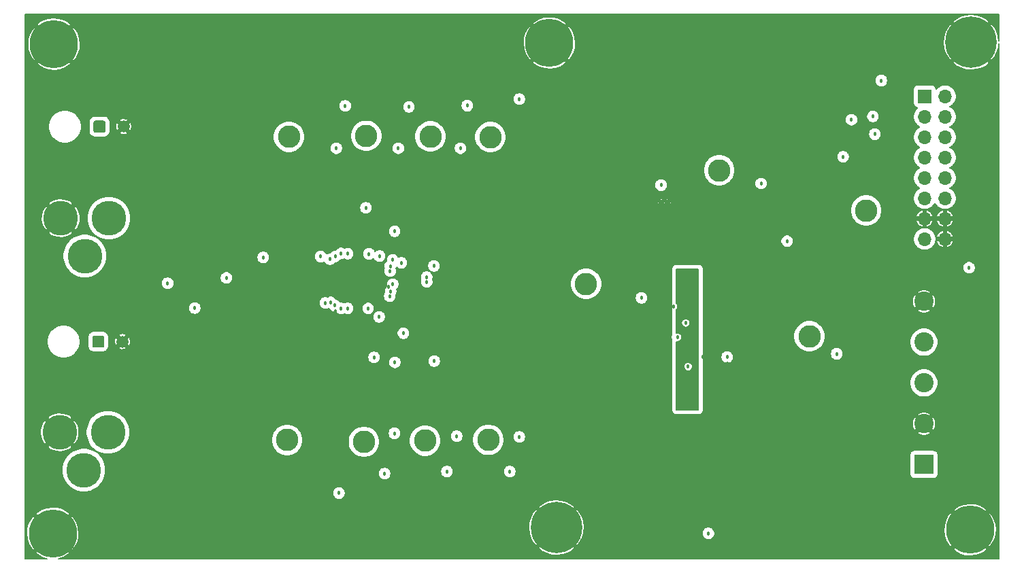
<source format=gbr>
G04 #@! TF.GenerationSoftware,KiCad,Pcbnew,(5.1.5)-3*
G04 #@! TF.CreationDate,2020-07-02T17:40:53-07:00*
G04 #@! TF.ProjectId,Pufferfish-Power-1,50756666-6572-4666-9973-682d506f7765,v0.1*
G04 #@! TF.SameCoordinates,Original*
G04 #@! TF.FileFunction,Copper,L3,Inr*
G04 #@! TF.FilePolarity,Positive*
%FSLAX46Y46*%
G04 Gerber Fmt 4.6, Leading zero omitted, Abs format (unit mm)*
G04 Created by KiCad (PCBNEW (5.1.5)-3) date 2020-07-02 17:40:53*
%MOMM*%
%LPD*%
G04 APERTURE LIST*
%ADD10R,2.400000X2.400000*%
%ADD11C,2.400000*%
%ADD12O,1.700000X1.700000*%
%ADD13R,1.700000X1.700000*%
%ADD14C,2.800000*%
%ADD15C,1.500000*%
%ADD16C,0.100000*%
%ADD17C,0.800000*%
%ADD18C,6.000000*%
%ADD19C,6.400000*%
%ADD20C,0.500000*%
%ADD21C,4.318000*%
%ADD22C,0.457200*%
%ADD23C,0.127000*%
G04 APERTURE END LIST*
D10*
X203098400Y-124612400D03*
D11*
X203098400Y-119532400D03*
X203098400Y-114452400D03*
X203098400Y-109372400D03*
X203098400Y-104292400D03*
D12*
X205714600Y-96520000D03*
X203174600Y-96520000D03*
X205714600Y-93980000D03*
X203174600Y-93980000D03*
X205714600Y-91440000D03*
X203174600Y-91440000D03*
X205714600Y-88900000D03*
X203174600Y-88900000D03*
X205714600Y-86360000D03*
X203174600Y-86360000D03*
X205714600Y-83820000D03*
X203174600Y-83820000D03*
X205714600Y-81280000D03*
X203174600Y-81280000D03*
X205714600Y-78740000D03*
D13*
X203174600Y-78740000D03*
D14*
X177622200Y-87960200D03*
X188849000Y-108635800D03*
X195910200Y-92964000D03*
X148894800Y-121539000D03*
X149148800Y-83820000D03*
X141681200Y-83743800D03*
X141020800Y-121640600D03*
X133705600Y-83667600D03*
X133410400Y-121782000D03*
X123850400Y-121564400D03*
X124079000Y-83794600D03*
X161061400Y-102108000D03*
D15*
X103355400Y-109296200D03*
G04 #@! TA.AperFunction,ViaPad*
D16*
G36*
X100879904Y-108547404D02*
G01*
X100904173Y-108551004D01*
X100927971Y-108556965D01*
X100951071Y-108565230D01*
X100973249Y-108575720D01*
X100994293Y-108588333D01*
X101013998Y-108602947D01*
X101032177Y-108619423D01*
X101048653Y-108637602D01*
X101063267Y-108657307D01*
X101075880Y-108678351D01*
X101086370Y-108700529D01*
X101094635Y-108723629D01*
X101100596Y-108747427D01*
X101104196Y-108771696D01*
X101105400Y-108796200D01*
X101105400Y-109796200D01*
X101104196Y-109820704D01*
X101100596Y-109844973D01*
X101094635Y-109868771D01*
X101086370Y-109891871D01*
X101075880Y-109914049D01*
X101063267Y-109935093D01*
X101048653Y-109954798D01*
X101032177Y-109972977D01*
X101013998Y-109989453D01*
X100994293Y-110004067D01*
X100973249Y-110016680D01*
X100951071Y-110027170D01*
X100927971Y-110035435D01*
X100904173Y-110041396D01*
X100879904Y-110044996D01*
X100855400Y-110046200D01*
X99855400Y-110046200D01*
X99830896Y-110044996D01*
X99806627Y-110041396D01*
X99782829Y-110035435D01*
X99759729Y-110027170D01*
X99737551Y-110016680D01*
X99716507Y-110004067D01*
X99696802Y-109989453D01*
X99678623Y-109972977D01*
X99662147Y-109954798D01*
X99647533Y-109935093D01*
X99634920Y-109914049D01*
X99624430Y-109891871D01*
X99616165Y-109868771D01*
X99610204Y-109844973D01*
X99606604Y-109820704D01*
X99605400Y-109796200D01*
X99605400Y-108796200D01*
X99606604Y-108771696D01*
X99610204Y-108747427D01*
X99616165Y-108723629D01*
X99624430Y-108700529D01*
X99634920Y-108678351D01*
X99647533Y-108657307D01*
X99662147Y-108637602D01*
X99678623Y-108619423D01*
X99696802Y-108602947D01*
X99716507Y-108588333D01*
X99737551Y-108575720D01*
X99759729Y-108565230D01*
X99782829Y-108556965D01*
X99806627Y-108551004D01*
X99830896Y-108547404D01*
X99855400Y-108546200D01*
X100855400Y-108546200D01*
X100879904Y-108547404D01*
G37*
G04 #@! TD.AperFunction*
D15*
X103509800Y-82524600D03*
G04 #@! TA.AperFunction,ViaPad*
D16*
G36*
X101034304Y-81775804D02*
G01*
X101058573Y-81779404D01*
X101082371Y-81785365D01*
X101105471Y-81793630D01*
X101127649Y-81804120D01*
X101148693Y-81816733D01*
X101168398Y-81831347D01*
X101186577Y-81847823D01*
X101203053Y-81866002D01*
X101217667Y-81885707D01*
X101230280Y-81906751D01*
X101240770Y-81928929D01*
X101249035Y-81952029D01*
X101254996Y-81975827D01*
X101258596Y-82000096D01*
X101259800Y-82024600D01*
X101259800Y-83024600D01*
X101258596Y-83049104D01*
X101254996Y-83073373D01*
X101249035Y-83097171D01*
X101240770Y-83120271D01*
X101230280Y-83142449D01*
X101217667Y-83163493D01*
X101203053Y-83183198D01*
X101186577Y-83201377D01*
X101168398Y-83217853D01*
X101148693Y-83232467D01*
X101127649Y-83245080D01*
X101105471Y-83255570D01*
X101082371Y-83263835D01*
X101058573Y-83269796D01*
X101034304Y-83273396D01*
X101009800Y-83274600D01*
X100009800Y-83274600D01*
X99985296Y-83273396D01*
X99961027Y-83269796D01*
X99937229Y-83263835D01*
X99914129Y-83255570D01*
X99891951Y-83245080D01*
X99870907Y-83232467D01*
X99851202Y-83217853D01*
X99833023Y-83201377D01*
X99816547Y-83183198D01*
X99801933Y-83163493D01*
X99789320Y-83142449D01*
X99778830Y-83120271D01*
X99770565Y-83097171D01*
X99764604Y-83073373D01*
X99761004Y-83049104D01*
X99759800Y-83024600D01*
X99759800Y-82024600D01*
X99761004Y-82000096D01*
X99764604Y-81975827D01*
X99770565Y-81952029D01*
X99778830Y-81928929D01*
X99789320Y-81906751D01*
X99801933Y-81885707D01*
X99816547Y-81866002D01*
X99833023Y-81847823D01*
X99851202Y-81831347D01*
X99870907Y-81816733D01*
X99891951Y-81804120D01*
X99914129Y-81793630D01*
X99937229Y-81785365D01*
X99961027Y-81779404D01*
X99985296Y-81775804D01*
X100009800Y-81774600D01*
X101009800Y-81774600D01*
X101034304Y-81775804D01*
G37*
G04 #@! TD.AperFunction*
D17*
X96282190Y-131581210D03*
X94691200Y-130922200D03*
X93100210Y-131581210D03*
X92441200Y-133172200D03*
X93100210Y-134763190D03*
X94691200Y-135422200D03*
X96282190Y-134763190D03*
X96941200Y-133172200D03*
D18*
X94691200Y-133172200D03*
D17*
X158080390Y-70519610D03*
X156489400Y-69860600D03*
X154898410Y-70519610D03*
X154239400Y-72110600D03*
X154898410Y-73701590D03*
X156489400Y-74360600D03*
X158080390Y-73701590D03*
X158739400Y-72110600D03*
D18*
X156489400Y-72110600D03*
D17*
X96434590Y-70646610D03*
X94843600Y-69987600D03*
X93252610Y-70646610D03*
X92593600Y-72237600D03*
X93252610Y-73828590D03*
X94843600Y-74487600D03*
X96434590Y-73828590D03*
X97093600Y-72237600D03*
D18*
X94843600Y-72237600D03*
D17*
X159075456Y-130763944D03*
X157378400Y-130061000D03*
X155681344Y-130763944D03*
X154978400Y-132461000D03*
X155681344Y-134158056D03*
X157378400Y-134861000D03*
X159075456Y-134158056D03*
X159778400Y-132461000D03*
D19*
X157378400Y-132461000D03*
D17*
X210429790Y-131149410D03*
X208838800Y-130490400D03*
X207247810Y-131149410D03*
X206588800Y-132740400D03*
X207247810Y-134331390D03*
X208838800Y-134990400D03*
X210429790Y-134331390D03*
X211088800Y-132740400D03*
D18*
X208838800Y-132740400D03*
D17*
X210662856Y-70311944D03*
X208965800Y-69609000D03*
X207268744Y-70311944D03*
X206565800Y-72009000D03*
X207268744Y-73706056D03*
X208965800Y-74409000D03*
X210662856Y-73706056D03*
X211365800Y-72009000D03*
D19*
X208965800Y-72009000D03*
D20*
X171539600Y-91592400D03*
X170789600Y-91592400D03*
X170039600Y-91592400D03*
D21*
X98549200Y-125299200D03*
X95549200Y-120599200D03*
X101549200Y-120599200D03*
X98676200Y-98629200D03*
X95676200Y-93929200D03*
X101676200Y-93929200D03*
D22*
X132715000Y-102692200D03*
X132689600Y-101066600D03*
X131368800Y-101066600D03*
X134086600Y-101015800D03*
X131216400Y-102565200D03*
X133400800Y-103174800D03*
X131978400Y-103149400D03*
X133375400Y-100355400D03*
X132003800Y-100355400D03*
X131978400Y-101701600D03*
X133375400Y-101701600D03*
X130784600Y-101650800D03*
X134594600Y-101701600D03*
X134620000Y-100355400D03*
X134569200Y-103251000D03*
X130759200Y-103149400D03*
X130784600Y-100355400D03*
X93040200Y-95148400D03*
X135432800Y-107188000D03*
X136438189Y-102491386D03*
X141986000Y-104216200D03*
X142722600Y-104952800D03*
X144145000Y-105308400D03*
X144805400Y-105359200D03*
X145694400Y-104343200D03*
X139242800Y-108585000D03*
X136347200Y-112064800D03*
X167411400Y-91465400D03*
X166344600Y-90297000D03*
X165379400Y-91186000D03*
X168706800Y-88950800D03*
X168681400Y-86817200D03*
X167817800Y-88138000D03*
X167792400Y-87452198D03*
X180492400Y-95935800D03*
X173456600Y-106984800D03*
X176784000Y-100685600D03*
X177495200Y-100888800D03*
X177901600Y-101447600D03*
X178054000Y-102235000D03*
X178003200Y-103073200D03*
X178003200Y-103886000D03*
X178079400Y-104622600D03*
X178079400Y-105435400D03*
X176809400Y-105638600D03*
X176758600Y-106324400D03*
X177038000Y-106959400D03*
X177469800Y-106121200D03*
X179120800Y-102514400D03*
X179120800Y-103174800D03*
X179120800Y-103886000D03*
X179146200Y-104698800D03*
X179120800Y-105435400D03*
X178536600Y-106019600D03*
X178612800Y-105029000D03*
X178612800Y-104292400D03*
X178612800Y-103555800D03*
X178536600Y-102768400D03*
X178638200Y-101828600D03*
X178536600Y-100914200D03*
X179501800Y-100609400D03*
X179578000Y-101498400D03*
X180365400Y-101803200D03*
X180060600Y-101015800D03*
X175818800Y-106654600D03*
X170611800Y-106883200D03*
X171196000Y-106883200D03*
X169367200Y-112369600D03*
X169671998Y-110337600D03*
X169494200Y-109753400D03*
X91617800Y-93929200D03*
X92379800Y-95123000D03*
X92379800Y-92735400D03*
X93167200Y-92684600D03*
X92684600Y-93929200D03*
X92151200Y-93472000D03*
X92151200Y-94462600D03*
X91719400Y-120624600D03*
X93167200Y-121843800D03*
X92481400Y-121843800D03*
X91795600Y-121488200D03*
X91744800Y-119786400D03*
X92506800Y-119354600D03*
X93167200Y-119329200D03*
X92913200Y-120675400D03*
X92405200Y-120142000D03*
X92379800Y-121081800D03*
X132816600Y-110972600D03*
X127889000Y-110363000D03*
X129235200Y-109296200D03*
X128727200Y-108026200D03*
X129895600Y-105537000D03*
X128879600Y-106934000D03*
X125577600Y-105537000D03*
X126466600Y-98704400D03*
X125399800Y-99314000D03*
X125450600Y-100177600D03*
X126466600Y-100507800D03*
X126314200Y-101930200D03*
X125476000Y-101193600D03*
X125222000Y-102717600D03*
X125526800Y-101955600D03*
X123317000Y-94361000D03*
X125907800Y-94335600D03*
X124688600Y-95402400D03*
X128244600Y-95427800D03*
X127965200Y-97028000D03*
X128905000Y-98120200D03*
X132410200Y-92710000D03*
X133959600Y-102463600D03*
X113817400Y-119920000D03*
X117551200Y-119996200D03*
X113817400Y-121208800D03*
X117627400Y-121208800D03*
X113868200Y-122834400D03*
X117627400Y-122732800D03*
X113741200Y-124307600D03*
X117678200Y-124282200D03*
X113766600Y-126288800D03*
X117678200Y-126288800D03*
X115570000Y-126314200D03*
X115697000Y-124688600D03*
X114731800Y-125425200D03*
X116814600Y-125399800D03*
X105562400Y-95554800D03*
X106603800Y-95300800D03*
X108788200Y-95300800D03*
X107670600Y-95275400D03*
X109575600Y-98806000D03*
X115849400Y-99796600D03*
X114554000Y-99822000D03*
X113639600Y-99745800D03*
X112445800Y-99745800D03*
X111506000Y-99796600D03*
X110363000Y-99822000D03*
X108940600Y-107899200D03*
X107950000Y-127152400D03*
X106730800Y-127101600D03*
X105359200Y-127152400D03*
X103428800Y-125044200D03*
X104419400Y-126034800D03*
X106959400Y-126136400D03*
X108333300Y-94282500D03*
X106220400Y-94693600D03*
X111889300Y-98778300D03*
X113868200Y-98780600D03*
X129260600Y-81991200D03*
X136931400Y-81864200D03*
X144627600Y-81813400D03*
X137922000Y-124104400D03*
X145796000Y-124434600D03*
X153492200Y-124561600D03*
X152730200Y-116636800D03*
X154508200Y-115443000D03*
X155397200Y-116281200D03*
X153492200Y-117576600D03*
X154152600Y-116535200D03*
X153670000Y-116001800D03*
X154711400Y-117119400D03*
X196672200Y-112420390D03*
X92887800Y-94513400D03*
X92862400Y-93268800D03*
X91694000Y-93141800D03*
X91643200Y-94742000D03*
X200456800Y-93116400D03*
X197434200Y-90881200D03*
X194106800Y-90474800D03*
X113919000Y-84505800D03*
X113842800Y-83058000D03*
X113842800Y-81813400D03*
X113893600Y-80645000D03*
X113919000Y-79476600D03*
X113919000Y-77978000D03*
X117754400Y-77978000D03*
X117754400Y-79451200D03*
X117754400Y-80619600D03*
X117754400Y-81788000D03*
X117703600Y-82956400D03*
X117703600Y-84582000D03*
X115671600Y-84683600D03*
X115138200Y-77749400D03*
X116535200Y-77774800D03*
X114960400Y-79019400D03*
X116713000Y-79019400D03*
X115671600Y-78409800D03*
X122885200Y-99568000D03*
X187198000Y-98983800D03*
X154584400Y-87223600D03*
X154584400Y-88214200D03*
X154584400Y-89535000D03*
X154584400Y-90881200D03*
X154584400Y-92252800D03*
X154584400Y-93548200D03*
X152603200Y-93776800D03*
X150647400Y-93827600D03*
X150622000Y-92481400D03*
X150571200Y-90957400D03*
X150571200Y-89636600D03*
X150596600Y-88519000D03*
X152146000Y-86944200D03*
X151358600Y-87655400D03*
X153720800Y-86995000D03*
X153060400Y-87579200D03*
X150520400Y-117576600D03*
X150545800Y-116763800D03*
X151790400Y-117475000D03*
X151638000Y-116154200D03*
X150672800Y-110921800D03*
X150672800Y-111810800D03*
X150723600Y-112725200D03*
X150749000Y-113741200D03*
X150723600Y-114808000D03*
X113934985Y-106613215D03*
X113919000Y-107594400D03*
X114884200Y-108254800D03*
X120396000Y-105892600D03*
X121386600Y-106502200D03*
X121488200Y-107569000D03*
X120573800Y-110439200D03*
X121539000Y-108712000D03*
X121589800Y-109880400D03*
X120393700Y-108155500D03*
X124104400Y-106730800D03*
X175590200Y-111175800D03*
X176352200Y-111252000D03*
X176936400Y-112395000D03*
X176961800Y-111709200D03*
X179349400Y-112598200D03*
X180340000Y-113588800D03*
X180340000Y-115697000D03*
X180898800Y-119151400D03*
X176428400Y-119151400D03*
X178587400Y-120523000D03*
X176707800Y-121056400D03*
X180975000Y-121005600D03*
X179933600Y-120599200D03*
X177469800Y-120573800D03*
X178079400Y-121107200D03*
X179349400Y-121107200D03*
X178612800Y-117906800D03*
X176911000Y-116890800D03*
X176987200Y-114579400D03*
X177977800Y-115570000D03*
X178155600Y-112776000D03*
X177723800Y-112064800D03*
X178638200Y-112064800D03*
X179197000Y-113360200D03*
X178079400Y-113639600D03*
X179247800Y-114604800D03*
X178079400Y-114579400D03*
X178739800Y-113944400D03*
X179349400Y-115697000D03*
X178663600Y-115163600D03*
X177927000Y-116967000D03*
X180873400Y-117068600D03*
X179476400Y-117043200D03*
X178790600Y-116382800D03*
X180289200Y-117856000D03*
X143332200Y-98856800D03*
X145719800Y-98856800D03*
X145237200Y-97967800D03*
X144068800Y-97967800D03*
X171196000Y-93319600D03*
X171856400Y-93421200D03*
X172669200Y-93522800D03*
X172745400Y-94538800D03*
X173685200Y-94488000D03*
X171881800Y-95504000D03*
X172821600Y-96367600D03*
X171805600Y-99390200D03*
X175590200Y-94437200D03*
X174599600Y-93548200D03*
X178612800Y-93548200D03*
X176555400Y-93065600D03*
X173228000Y-95402400D03*
X174650400Y-94564200D03*
X176580800Y-94589600D03*
X178841400Y-94361000D03*
X179755800Y-95097600D03*
X179425600Y-96088200D03*
X178739800Y-95199200D03*
X177469800Y-94615000D03*
X178054000Y-96062800D03*
X177114200Y-95377000D03*
X176428400Y-96062800D03*
X175818800Y-95275400D03*
X175006000Y-95986600D03*
X174396400Y-95326200D03*
X173736000Y-96139000D03*
X172796200Y-99441000D03*
X173761400Y-99415600D03*
X171500800Y-103733600D03*
X171932600Y-104902000D03*
X117678200Y-127889000D03*
X113766600Y-129895600D03*
X117678200Y-129895600D03*
X115570000Y-129921000D03*
X113741200Y-127914400D03*
X115697000Y-128295400D03*
X116814600Y-129006600D03*
X114731800Y-129032000D03*
X117957600Y-132054600D03*
X114884200Y-130962400D03*
X118821200Y-132943600D03*
X115874800Y-132080000D03*
X118821200Y-130937000D03*
X116840000Y-131343400D03*
X116713000Y-132969000D03*
X114909600Y-132943600D03*
X121437400Y-133146800D03*
X123520200Y-133121400D03*
X124383800Y-132003800D03*
X124383800Y-134010400D03*
X122275600Y-134035800D03*
X120446800Y-132029200D03*
X122402600Y-132410200D03*
X120472200Y-134010400D03*
X122301000Y-130429000D03*
X120497600Y-130403600D03*
X121462800Y-129540000D03*
X122428000Y-128803400D03*
X124409200Y-128397000D03*
X120472200Y-128422400D03*
X124409200Y-130403600D03*
X123545600Y-129514600D03*
X120218200Y-127000000D03*
X121183400Y-126136400D03*
X122021600Y-127025400D03*
X123266200Y-126111000D03*
X124129800Y-124993400D03*
X120192800Y-125018800D03*
X124129800Y-127000000D03*
X122148600Y-125399800D03*
X109397800Y-132054600D03*
X110388400Y-133172200D03*
X111353600Y-132435600D03*
X109423200Y-134035800D03*
X111226600Y-134061200D03*
X113334800Y-132029200D03*
X113334800Y-134035800D03*
X112471200Y-133146800D03*
X112217200Y-130784600D03*
X109270800Y-129921000D03*
X110109000Y-130810000D03*
X110236000Y-129184400D03*
X112217200Y-128778000D03*
X111353600Y-129895600D03*
X108305600Y-130784600D03*
X108280200Y-128803400D03*
X105181400Y-129946400D03*
X104216200Y-130683000D03*
X107162600Y-131546600D03*
X105054400Y-131572000D03*
X107162600Y-129540000D03*
X103225600Y-129565400D03*
X103251000Y-131546600D03*
X106299000Y-130657600D03*
X98577400Y-132080000D03*
X98602800Y-134061200D03*
X101650800Y-133172200D03*
X100406200Y-134086600D03*
X100533200Y-132461000D03*
X99568000Y-133197600D03*
X102514400Y-134061200D03*
X102514400Y-132054600D03*
X107340400Y-133858000D03*
X108204000Y-132740400D03*
X104292400Y-134747000D03*
X106095800Y-134772400D03*
X108204000Y-134747000D03*
X106222800Y-133146800D03*
X105257600Y-132689600D03*
X105257600Y-133883400D03*
X129489200Y-135077200D03*
X127685800Y-135051800D03*
X128651000Y-134188200D03*
X129616200Y-133451600D03*
X125171200Y-133096000D03*
X126034800Y-133985000D03*
X131597400Y-133045200D03*
X127660400Y-133070600D03*
X131597400Y-135051800D03*
X130733800Y-134162800D03*
X132892800Y-133248400D03*
X139319000Y-135204200D03*
X138455400Y-134315200D03*
X137337800Y-133604000D03*
X137210800Y-135229600D03*
X139319000Y-133197600D03*
X133756400Y-134137400D03*
X136372600Y-134340600D03*
X135407400Y-135204200D03*
X135382000Y-133223000D03*
X141884400Y-134366000D03*
X145338800Y-135458200D03*
X141020800Y-133477000D03*
X146583400Y-134543800D03*
X147447000Y-133426200D03*
X147447000Y-135432800D03*
X144500600Y-134569200D03*
X143510000Y-133451600D03*
X145465800Y-133832600D03*
X143535400Y-135432800D03*
X133019800Y-135483600D03*
X148691600Y-134493000D03*
X150241000Y-133400800D03*
X150901400Y-135432800D03*
X151790400Y-133019800D03*
X153085800Y-134823200D03*
X153060400Y-131165600D03*
X126136400Y-131597400D03*
X129057400Y-131470400D03*
X127203200Y-129895600D03*
X125933200Y-128905000D03*
X115671600Y-134772400D03*
X117881400Y-134162800D03*
X119430800Y-134975600D03*
X183692800Y-135305800D03*
X184937400Y-134391400D03*
X193065400Y-134620000D03*
X185801000Y-135280400D03*
X182854600Y-134416800D03*
X190982600Y-134645400D03*
X191820800Y-135534400D03*
X193929000Y-135509000D03*
X188366400Y-134442200D03*
X181889400Y-135280400D03*
X190017400Y-135509000D03*
X178079400Y-135128000D03*
X175971200Y-135153400D03*
X174167800Y-135128000D03*
X179501800Y-135559800D03*
X195173600Y-134569200D03*
X173634400Y-134162800D03*
X169443400Y-134239000D03*
X168478200Y-135102600D03*
X172389800Y-135102600D03*
X171526200Y-134213600D03*
X170281600Y-135128000D03*
X165811200Y-133985000D03*
X166674800Y-134874000D03*
X167919400Y-133934200D03*
X163728400Y-134010400D03*
X162763200Y-134874000D03*
X164566600Y-134899400D03*
X161315400Y-130429000D03*
X162204400Y-129565400D03*
X159943800Y-128803400D03*
X162229800Y-131673600D03*
X161340800Y-132511800D03*
X162204400Y-133477000D03*
X159080200Y-126720600D03*
X158115000Y-127584200D03*
X157556200Y-126187200D03*
X210515200Y-120065800D03*
X211404200Y-119202200D03*
X211861400Y-112090200D03*
X211455000Y-115620800D03*
X210464400Y-117957600D03*
X211429600Y-113512600D03*
X210540600Y-122148600D03*
X211175600Y-124917200D03*
X211201000Y-127025400D03*
X211404200Y-123113800D03*
X211429600Y-117424200D03*
X211429600Y-121310400D03*
X211175600Y-128828800D03*
X211455000Y-100228400D03*
X211251800Y-108051600D03*
X211480400Y-94538800D03*
X211455000Y-104140000D03*
X211480400Y-102336600D03*
X210566000Y-101092000D03*
X211226400Y-109855000D03*
X210515200Y-98983800D03*
X211912200Y-93116400D03*
X210591400Y-103174800D03*
X211226400Y-105943400D03*
X211505800Y-96647000D03*
X211480400Y-98450400D03*
X202158600Y-134899400D03*
X202184000Y-133096000D03*
X203428600Y-133985000D03*
X203454000Y-132181600D03*
X204495400Y-133045200D03*
X204470000Y-134848600D03*
X210261200Y-113766600D03*
X210235800Y-115570000D03*
X210261200Y-110312200D03*
X210235800Y-112115600D03*
X210845400Y-91059000D03*
X210820000Y-92862400D03*
X211201000Y-87299800D03*
X211861400Y-88976200D03*
X211886800Y-91084400D03*
X211607400Y-85217000D03*
X210921600Y-81432400D03*
X211582000Y-83108800D03*
X211632800Y-77749400D03*
X211658200Y-79857600D03*
X210972400Y-76073000D03*
X210439000Y-79400400D03*
X210032600Y-76860400D03*
X210210400Y-82905600D03*
X210159600Y-84632800D03*
X194640200Y-121208800D03*
X195605400Y-120345200D03*
X190042800Y-119278400D03*
X192125600Y-119253000D03*
X192989200Y-120142000D03*
X190881000Y-120167400D03*
X194614800Y-119227600D03*
X191008000Y-118541800D03*
X193598800Y-122174000D03*
X192049400Y-121361200D03*
X189839600Y-121970800D03*
X176174400Y-73431400D03*
X174371000Y-73406000D03*
X175336200Y-72542400D03*
X169773600Y-71475600D03*
X176301400Y-71805800D03*
X171856400Y-71450200D03*
X172720000Y-70332600D03*
X172720000Y-72339200D03*
X170611800Y-72364600D03*
X178282600Y-71399400D03*
X168783000Y-70358000D03*
X174345600Y-71424800D03*
X170738800Y-70739000D03*
X168808400Y-72339200D03*
X178282600Y-73406000D03*
X177419000Y-72517000D03*
X167233600Y-73431400D03*
X164287200Y-72567800D03*
X165125400Y-73456800D03*
X166116000Y-70180200D03*
X165252400Y-71831200D03*
X167233600Y-71424800D03*
X166370000Y-72542400D03*
X164007800Y-70205600D03*
X163322000Y-73431400D03*
X163296600Y-71450200D03*
X162204400Y-70180200D03*
X161061400Y-70942200D03*
X161239200Y-73253600D03*
X162102800Y-72136000D03*
X162102800Y-74142600D03*
X179070000Y-72491600D03*
X179933600Y-73380600D03*
X180035200Y-70993000D03*
X173329600Y-74371200D03*
X171780200Y-73558400D03*
X169570400Y-74168000D03*
X186893200Y-72415400D03*
X181762400Y-75133200D03*
X184785000Y-74447400D03*
X188442600Y-71348600D03*
X186893200Y-74422000D03*
X181864000Y-71170800D03*
X190271400Y-73355200D03*
X186029600Y-73533000D03*
X182981600Y-74422000D03*
X190398400Y-71729600D03*
X184912000Y-72821800D03*
X185775600Y-71170800D03*
X189230000Y-75158600D03*
X183946800Y-73558400D03*
X182956200Y-72440800D03*
X183667400Y-71196200D03*
X188468000Y-73329800D03*
X180721000Y-71932800D03*
X180898800Y-74244200D03*
X181762400Y-73126600D03*
X189433200Y-72466200D03*
X194106800Y-73177400D03*
X198475600Y-71374000D03*
X192989200Y-72466200D03*
X193852800Y-70815200D03*
X191744600Y-70840600D03*
X198348600Y-72999600D03*
X196519800Y-70993000D03*
X194970400Y-72059800D03*
X196545200Y-72974200D03*
X197510400Y-72110600D03*
X192024000Y-73202800D03*
X174345600Y-69773800D03*
X176453800Y-69748400D03*
X171094400Y-69697600D03*
X182321200Y-69469000D03*
X178536600Y-70154800D03*
X180213000Y-69494400D03*
X184353200Y-69443600D03*
X189357000Y-69443600D03*
X186105800Y-69367400D03*
X193548000Y-69824600D03*
X195224400Y-69164200D03*
X197332600Y-69138800D03*
X199364600Y-69113400D03*
X191465200Y-69418200D03*
X128041400Y-70967600D03*
X123418600Y-70942200D03*
X121310400Y-72974200D03*
X132359400Y-72948800D03*
X124968000Y-69875400D03*
X123418600Y-72948800D03*
X118389400Y-69697600D03*
X126796800Y-71882000D03*
X128905000Y-71856600D03*
X122555000Y-72059800D03*
X119507000Y-72948800D03*
X136118600Y-72898000D03*
X126923800Y-70256400D03*
X130556000Y-72923400D03*
X121437400Y-71348600D03*
X136220200Y-70510400D03*
X128905000Y-69850000D03*
X122301000Y-69697600D03*
X134467600Y-70916800D03*
X120472200Y-72085200D03*
X132486400Y-71323200D03*
X119481600Y-70967600D03*
X131521200Y-72059800D03*
X130530600Y-70942200D03*
X133604000Y-72034400D03*
X120192800Y-69723000D03*
X124993400Y-71856600D03*
X117246400Y-70459600D03*
X135255000Y-72009000D03*
X134467600Y-72923400D03*
X117424200Y-72771000D03*
X118287800Y-71653400D03*
X127965200Y-73075800D03*
X125958600Y-70993000D03*
X150037800Y-70332600D03*
X148209000Y-72720200D03*
X149174200Y-71983600D03*
X147929600Y-70358000D03*
X151155400Y-71577200D03*
X150291800Y-72694800D03*
X130530600Y-69291200D03*
X127279400Y-69215000D03*
X134721600Y-69672200D03*
X136398000Y-69011800D03*
X147650200Y-68935600D03*
X138506200Y-68986400D03*
X140538200Y-68961000D03*
X151409400Y-68681600D03*
X149733000Y-69342000D03*
X145542000Y-68961000D03*
X142290800Y-68884800D03*
X132638800Y-69265800D03*
X138049000Y-70688200D03*
X142214600Y-73050400D03*
X146583400Y-71247000D03*
X141097000Y-72339200D03*
X141960600Y-70688200D03*
X139141200Y-71958200D03*
X139852400Y-70713600D03*
X146456400Y-72872600D03*
X144627600Y-70866000D03*
X143078200Y-71932800D03*
X144653000Y-72847200D03*
X136906000Y-71450200D03*
X145618200Y-71983600D03*
X137947400Y-72644000D03*
X140131800Y-73075800D03*
X106959400Y-80187800D03*
X110210600Y-79070200D03*
X108229400Y-79095600D03*
X106984800Y-78384400D03*
X106476800Y-71297800D03*
X109118400Y-69672200D03*
X109118400Y-73583800D03*
X107137200Y-73609200D03*
X108915200Y-80289400D03*
X110210600Y-75158600D03*
X108229400Y-70535800D03*
X107518200Y-71653400D03*
X109347000Y-78105000D03*
X110032800Y-81153000D03*
X110337600Y-70612000D03*
X107721400Y-81330800D03*
X110236000Y-77266800D03*
X109143800Y-71780400D03*
X107111800Y-69672200D03*
X109321600Y-76022200D03*
X106959400Y-76276200D03*
X108254800Y-72618600D03*
X108610400Y-77139800D03*
X108204000Y-75158600D03*
X112166400Y-69443600D03*
X113258600Y-70713600D03*
X113969800Y-69469000D03*
X112064800Y-71399400D03*
X114249200Y-71831200D03*
X111023400Y-70205600D03*
X116332000Y-71805800D03*
X116078000Y-69443600D03*
X115214400Y-71094600D03*
X113309400Y-72466200D03*
X110363000Y-73202800D03*
X115671600Y-74803000D03*
X115417600Y-72440800D03*
X111404400Y-74396600D03*
X113588800Y-74828400D03*
X111506000Y-72440800D03*
X114554000Y-74091800D03*
X112598200Y-73710800D03*
X101854000Y-70561200D03*
X99034600Y-71602600D03*
X98653600Y-73558400D03*
X100660200Y-71729600D03*
X99771200Y-72567800D03*
X100634800Y-69621400D03*
X99745800Y-70485000D03*
X98628200Y-69621400D03*
X100634800Y-73533000D03*
X102539800Y-70154800D03*
X101879400Y-73152000D03*
X104165400Y-70129400D03*
X103047800Y-69265800D03*
X104851200Y-69265800D03*
X105968800Y-70129400D03*
X106095800Y-75057000D03*
X103276400Y-76098400D03*
X104902000Y-76225400D03*
X104013000Y-77063600D03*
X102235000Y-75742800D03*
X104876600Y-74117200D03*
X103987600Y-74980800D03*
X102870000Y-74117200D03*
X98323400Y-76936600D03*
X99923600Y-74955400D03*
X99034600Y-75819000D03*
X99949000Y-77063600D03*
X97282000Y-76581000D03*
X99060000Y-77901800D03*
X97917000Y-74955400D03*
X101142800Y-75895200D03*
X92837000Y-78333600D03*
X93548200Y-77216000D03*
X94462600Y-78460600D03*
X93573600Y-79298800D03*
X95656400Y-77292200D03*
X94437200Y-76352400D03*
X91795600Y-77978000D03*
X92430600Y-76352400D03*
X108940600Y-81940400D03*
X107340400Y-83921600D03*
X108966000Y-84048600D03*
X106299000Y-83566000D03*
X106934000Y-81940400D03*
X108077000Y-84886800D03*
X110159800Y-82880200D03*
X108051600Y-82804000D03*
X92557600Y-81940400D03*
X91516200Y-81584800D03*
X92151200Y-79959200D03*
X93294200Y-82905600D03*
X93268800Y-80822800D03*
X93548200Y-84632800D03*
X92837000Y-85750400D03*
X91795600Y-85394800D03*
X92430600Y-83769200D03*
X93573600Y-86715600D03*
X91795600Y-88798400D03*
X93573600Y-90119200D03*
X92430600Y-87172800D03*
X92837000Y-89154000D03*
X93548200Y-88036400D03*
X93091000Y-98831400D03*
X93827600Y-99796600D03*
X93802200Y-97713800D03*
X92684600Y-96850200D03*
X92049600Y-98475800D03*
X93903800Y-101269800D03*
X92786200Y-100406200D03*
X93192600Y-102387400D03*
X92151200Y-102031800D03*
X93929200Y-103352600D03*
X93903800Y-104927400D03*
X93192600Y-106045000D03*
X93929200Y-107010200D03*
X92786200Y-104063800D03*
X92151200Y-105689400D03*
X91973400Y-116205000D03*
X93014800Y-116560600D03*
X92608400Y-114579400D03*
X93751400Y-117525800D03*
X93726000Y-115443000D03*
X93980000Y-111709200D03*
X92227400Y-112471200D03*
X92862400Y-110845600D03*
X93268800Y-112826800D03*
X94005400Y-113792000D03*
X92354400Y-107746800D03*
X91948000Y-109423200D03*
X93091000Y-108712000D03*
X92024200Y-123317000D03*
X93802200Y-129336800D03*
X92303600Y-126365000D03*
X92684600Y-128473200D03*
X93167200Y-122605800D03*
X93345000Y-126720600D03*
X92938600Y-124739400D03*
X92075000Y-130098800D03*
X92176600Y-127431800D03*
X91973400Y-124841000D03*
X93903800Y-123545600D03*
X94488000Y-125323600D03*
X94716600Y-127431800D03*
X95351600Y-128905000D03*
X96697800Y-128905000D03*
X97663000Y-129921000D03*
X98679000Y-128905000D03*
X100177600Y-130987800D03*
X100685600Y-129362200D03*
X101904800Y-130784600D03*
X101930200Y-128600200D03*
X101650800Y-127025400D03*
X103378000Y-127711200D03*
X105130600Y-128549400D03*
X95478600Y-102158800D03*
X95732600Y-103911400D03*
X95326200Y-105816400D03*
X95656400Y-100126800D03*
X95453200Y-97891600D03*
X92303600Y-91186000D03*
X94640400Y-88950800D03*
X95021400Y-85674200D03*
X128016000Y-98704400D03*
X128600200Y-104495600D03*
X134035800Y-98374200D03*
X133654800Y-92633800D03*
X133934200Y-105181400D03*
X134670800Y-111252000D03*
X186080400Y-96799400D03*
X142163800Y-111734600D03*
X135356600Y-98653600D03*
X136982200Y-99110800D03*
X137236200Y-95554800D03*
X137007600Y-102158800D03*
X136758841Y-103036914D03*
X136677400Y-100533200D03*
X141218508Y-101263236D03*
X174040800Y-113284000D03*
X174015400Y-113792000D03*
X174040800Y-114350800D03*
X174015400Y-114960400D03*
X174015400Y-115519200D03*
X173990000Y-116128800D03*
X173380400Y-113893600D03*
X173405800Y-114681000D03*
X173380400Y-115443000D03*
X173380400Y-116205000D03*
X173380400Y-117094000D03*
X172618400Y-114782600D03*
X172593000Y-115671600D03*
X172593000Y-116332000D03*
X172643800Y-117271800D03*
X173913800Y-102514400D03*
X173913800Y-101854000D03*
X173939200Y-101142800D03*
X173939200Y-103327200D03*
X173863000Y-104013000D03*
X173863000Y-104724200D03*
X173863000Y-105486200D03*
X173863000Y-106324400D03*
X173253400Y-103352600D03*
X173253400Y-102590600D03*
X173202600Y-101549200D03*
X173202600Y-100787200D03*
X174675800Y-100660200D03*
X138074400Y-99482702D03*
X142113000Y-99872800D03*
X135305800Y-106222800D03*
X138328400Y-108254800D03*
X137261600Y-111887000D03*
X136626600Y-103632000D03*
X136684744Y-99914502D03*
X141224000Y-101879400D03*
X130556000Y-98323400D03*
X129870200Y-98679000D03*
X129159000Y-99034600D03*
X130581400Y-105156000D03*
X196977000Y-83464400D03*
X194081400Y-81661000D03*
X129768600Y-104800400D03*
X176276000Y-133197600D03*
X208711800Y-100101400D03*
X129286000Y-104419400D03*
X131394200Y-98348800D03*
X131394200Y-105156000D03*
X196748400Y-81254600D03*
X173761408Y-112420400D03*
X178612800Y-111226600D03*
X167944800Y-103860600D03*
X152755600Y-79095600D03*
X112369600Y-105130600D03*
X130302000Y-128168400D03*
X120878600Y-98806000D03*
X116306600Y-101371400D03*
X197789800Y-76784200D03*
X172440600Y-108762810D03*
X170383200Y-89814400D03*
X108991400Y-102031800D03*
X193040000Y-86283800D03*
X192252600Y-110820200D03*
X182829200Y-89611200D03*
X129971800Y-85217000D03*
X137210800Y-120726200D03*
X144957800Y-121081800D03*
X137693400Y-85217000D03*
X152755600Y-121158000D03*
X145415000Y-85217000D03*
X131089400Y-79933800D03*
X135991600Y-125730000D03*
X143738600Y-125476000D03*
X139014200Y-80060800D03*
X151561800Y-125476000D03*
X146278600Y-79908400D03*
D23*
G36*
X212433300Y-71818861D02*
G01*
X212371437Y-71276726D01*
X212163139Y-70626390D01*
X211891746Y-70118648D01*
X211512787Y-69731420D01*
X209235208Y-72009000D01*
X211512787Y-74286580D01*
X211891746Y-73899352D01*
X212204314Y-73292206D01*
X212392427Y-72635748D01*
X212433300Y-72142828D01*
X212433301Y-136360300D01*
X95449790Y-136360300D01*
X96004142Y-136180693D01*
X96463239Y-135935300D01*
X96826439Y-135576847D01*
X94691200Y-133441608D01*
X92555961Y-135576847D01*
X92919161Y-135935300D01*
X93492264Y-136227916D01*
X93960162Y-136360300D01*
X91223700Y-136360300D01*
X91223700Y-133233900D01*
X91409273Y-133233900D01*
X91484372Y-133872987D01*
X91682707Y-134485142D01*
X91928100Y-134944239D01*
X92286553Y-135307439D01*
X94421792Y-133172200D01*
X94960608Y-133172200D01*
X97095847Y-135307439D01*
X97391385Y-135007987D01*
X155100820Y-135007987D01*
X155488048Y-135386946D01*
X156095194Y-135699514D01*
X156751652Y-135887627D01*
X157432197Y-135944058D01*
X158110674Y-135866637D01*
X158761010Y-135658339D01*
X159268752Y-135386946D01*
X159515929Y-135145047D01*
X206703561Y-135145047D01*
X207066761Y-135503500D01*
X207639864Y-135796116D01*
X208259042Y-135971302D01*
X208900500Y-136022327D01*
X209539587Y-135947228D01*
X210151742Y-135748893D01*
X210610839Y-135503500D01*
X210974039Y-135145047D01*
X208838800Y-133009808D01*
X206703561Y-135145047D01*
X159515929Y-135145047D01*
X159655980Y-135007987D01*
X157378400Y-132730408D01*
X155100820Y-135007987D01*
X97391385Y-135007987D01*
X97454300Y-134944239D01*
X97746916Y-134371136D01*
X97922102Y-133751958D01*
X97973127Y-133110500D01*
X97903127Y-132514797D01*
X153895342Y-132514797D01*
X153972763Y-133193274D01*
X154181061Y-133843610D01*
X154452454Y-134351352D01*
X154831413Y-134738580D01*
X157108992Y-132461000D01*
X157647808Y-132461000D01*
X159925387Y-134738580D01*
X160304346Y-134351352D01*
X160616914Y-133744206D01*
X160796129Y-133118797D01*
X175475900Y-133118797D01*
X175475900Y-133276403D01*
X175506648Y-133430980D01*
X175566961Y-133576589D01*
X175654522Y-133707634D01*
X175765966Y-133819078D01*
X175897011Y-133906639D01*
X176042620Y-133966952D01*
X176197197Y-133997700D01*
X176354803Y-133997700D01*
X176509380Y-133966952D01*
X176654989Y-133906639D01*
X176786034Y-133819078D01*
X176897478Y-133707634D01*
X176985039Y-133576589D01*
X177045352Y-133430980D01*
X177076100Y-133276403D01*
X177076100Y-133118797D01*
X177045352Y-132964220D01*
X176985039Y-132818611D01*
X176974007Y-132802100D01*
X205556873Y-132802100D01*
X205631972Y-133441187D01*
X205830307Y-134053342D01*
X206075700Y-134512439D01*
X206434153Y-134875639D01*
X208569392Y-132740400D01*
X209108208Y-132740400D01*
X211243447Y-134875639D01*
X211601900Y-134512439D01*
X211894516Y-133939336D01*
X212069702Y-133320158D01*
X212120727Y-132678700D01*
X212045628Y-132039613D01*
X211847293Y-131427458D01*
X211601900Y-130968361D01*
X211243447Y-130605161D01*
X209108208Y-132740400D01*
X208569392Y-132740400D01*
X206434153Y-130605161D01*
X206075700Y-130968361D01*
X205783084Y-131541464D01*
X205607898Y-132160642D01*
X205556873Y-132802100D01*
X176974007Y-132802100D01*
X176897478Y-132687566D01*
X176786034Y-132576122D01*
X176654989Y-132488561D01*
X176509380Y-132428248D01*
X176354803Y-132397500D01*
X176197197Y-132397500D01*
X176042620Y-132428248D01*
X175897011Y-132488561D01*
X175765966Y-132576122D01*
X175654522Y-132687566D01*
X175566961Y-132818611D01*
X175506648Y-132964220D01*
X175475900Y-133118797D01*
X160796129Y-133118797D01*
X160805027Y-133087748D01*
X160861458Y-132407203D01*
X160784037Y-131728726D01*
X160575739Y-131078390D01*
X160304346Y-130570648D01*
X160074468Y-130335753D01*
X206703561Y-130335753D01*
X208838800Y-132470992D01*
X210974039Y-130335753D01*
X210610839Y-129977300D01*
X210037736Y-129684684D01*
X209418558Y-129509498D01*
X208777100Y-129458473D01*
X208138013Y-129533572D01*
X207525858Y-129731907D01*
X207066761Y-129977300D01*
X206703561Y-130335753D01*
X160074468Y-130335753D01*
X159925387Y-130183420D01*
X157647808Y-132461000D01*
X157108992Y-132461000D01*
X154831413Y-130183420D01*
X154452454Y-130570648D01*
X154139886Y-131177794D01*
X153951773Y-131834252D01*
X153895342Y-132514797D01*
X97903127Y-132514797D01*
X97898028Y-132471413D01*
X97699693Y-131859258D01*
X97454300Y-131400161D01*
X97095847Y-131036961D01*
X94960608Y-133172200D01*
X94421792Y-133172200D01*
X92286553Y-131036961D01*
X91928100Y-131400161D01*
X91635484Y-131973264D01*
X91460298Y-132592442D01*
X91409273Y-133233900D01*
X91223700Y-133233900D01*
X91223700Y-130767553D01*
X92555961Y-130767553D01*
X94691200Y-132902792D01*
X96826439Y-130767553D01*
X96463239Y-130409100D01*
X95890136Y-130116484D01*
X95270958Y-129941298D01*
X94927947Y-129914013D01*
X155100820Y-129914013D01*
X157378400Y-132191592D01*
X159655980Y-129914013D01*
X159268752Y-129535054D01*
X158661606Y-129222486D01*
X158005148Y-129034373D01*
X157324603Y-128977942D01*
X156646126Y-129055363D01*
X155995790Y-129263661D01*
X155488048Y-129535054D01*
X155100820Y-129914013D01*
X94927947Y-129914013D01*
X94629500Y-129890273D01*
X93990413Y-129965372D01*
X93378258Y-130163707D01*
X92919161Y-130409100D01*
X92555961Y-130767553D01*
X91223700Y-130767553D01*
X91223700Y-128089597D01*
X129501900Y-128089597D01*
X129501900Y-128247203D01*
X129532648Y-128401780D01*
X129592961Y-128547389D01*
X129680522Y-128678434D01*
X129791966Y-128789878D01*
X129923011Y-128877439D01*
X130068620Y-128937752D01*
X130223197Y-128968500D01*
X130380803Y-128968500D01*
X130535380Y-128937752D01*
X130680989Y-128877439D01*
X130812034Y-128789878D01*
X130923478Y-128678434D01*
X131011039Y-128547389D01*
X131071352Y-128401780D01*
X131102100Y-128247203D01*
X131102100Y-128089597D01*
X131071352Y-127935020D01*
X131011039Y-127789411D01*
X130923478Y-127658366D01*
X130812034Y-127546922D01*
X130680989Y-127459361D01*
X130535380Y-127399048D01*
X130380803Y-127368300D01*
X130223197Y-127368300D01*
X130068620Y-127399048D01*
X129923011Y-127459361D01*
X129791966Y-127546922D01*
X129680522Y-127658366D01*
X129592961Y-127789411D01*
X129532648Y-127935020D01*
X129501900Y-128089597D01*
X91223700Y-128089597D01*
X91223700Y-125030269D01*
X95818700Y-125030269D01*
X95818700Y-125568131D01*
X95923631Y-126095658D01*
X96129462Y-126592577D01*
X96428282Y-127039792D01*
X96808608Y-127420118D01*
X97255823Y-127718938D01*
X97752742Y-127924769D01*
X98280269Y-128029700D01*
X98818131Y-128029700D01*
X99345658Y-127924769D01*
X99842577Y-127718938D01*
X100289792Y-127420118D01*
X100670118Y-127039792D01*
X100968938Y-126592577D01*
X101174769Y-126095658D01*
X101263177Y-125651197D01*
X135191500Y-125651197D01*
X135191500Y-125808803D01*
X135222248Y-125963380D01*
X135282561Y-126108989D01*
X135370122Y-126240034D01*
X135481566Y-126351478D01*
X135612611Y-126439039D01*
X135758220Y-126499352D01*
X135912797Y-126530100D01*
X136070403Y-126530100D01*
X136224980Y-126499352D01*
X136370589Y-126439039D01*
X136501634Y-126351478D01*
X136613078Y-126240034D01*
X136700639Y-126108989D01*
X136760952Y-125963380D01*
X136791700Y-125808803D01*
X136791700Y-125651197D01*
X136760952Y-125496620D01*
X136719770Y-125397197D01*
X142938500Y-125397197D01*
X142938500Y-125554803D01*
X142969248Y-125709380D01*
X143029561Y-125854989D01*
X143117122Y-125986034D01*
X143228566Y-126097478D01*
X143359611Y-126185039D01*
X143505220Y-126245352D01*
X143659797Y-126276100D01*
X143817403Y-126276100D01*
X143971980Y-126245352D01*
X144117589Y-126185039D01*
X144248634Y-126097478D01*
X144360078Y-125986034D01*
X144447639Y-125854989D01*
X144507952Y-125709380D01*
X144538700Y-125554803D01*
X144538700Y-125397197D01*
X150761700Y-125397197D01*
X150761700Y-125554803D01*
X150792448Y-125709380D01*
X150852761Y-125854989D01*
X150940322Y-125986034D01*
X151051766Y-126097478D01*
X151182811Y-126185039D01*
X151328420Y-126245352D01*
X151482997Y-126276100D01*
X151640603Y-126276100D01*
X151795180Y-126245352D01*
X151940789Y-126185039D01*
X152071834Y-126097478D01*
X152183278Y-125986034D01*
X152270839Y-125854989D01*
X152331152Y-125709380D01*
X152361900Y-125554803D01*
X152361900Y-125397197D01*
X152331152Y-125242620D01*
X152270839Y-125097011D01*
X152183278Y-124965966D01*
X152071834Y-124854522D01*
X151940789Y-124766961D01*
X151795180Y-124706648D01*
X151640603Y-124675900D01*
X151482997Y-124675900D01*
X151328420Y-124706648D01*
X151182811Y-124766961D01*
X151051766Y-124854522D01*
X150940322Y-124965966D01*
X150852761Y-125097011D01*
X150792448Y-125242620D01*
X150761700Y-125397197D01*
X144538700Y-125397197D01*
X144507952Y-125242620D01*
X144447639Y-125097011D01*
X144360078Y-124965966D01*
X144248634Y-124854522D01*
X144117589Y-124766961D01*
X143971980Y-124706648D01*
X143817403Y-124675900D01*
X143659797Y-124675900D01*
X143505220Y-124706648D01*
X143359611Y-124766961D01*
X143228566Y-124854522D01*
X143117122Y-124965966D01*
X143029561Y-125097011D01*
X142969248Y-125242620D01*
X142938500Y-125397197D01*
X136719770Y-125397197D01*
X136700639Y-125351011D01*
X136613078Y-125219966D01*
X136501634Y-125108522D01*
X136370589Y-125020961D01*
X136224980Y-124960648D01*
X136070403Y-124929900D01*
X135912797Y-124929900D01*
X135758220Y-124960648D01*
X135612611Y-125020961D01*
X135481566Y-125108522D01*
X135370122Y-125219966D01*
X135282561Y-125351011D01*
X135222248Y-125496620D01*
X135191500Y-125651197D01*
X101263177Y-125651197D01*
X101279700Y-125568131D01*
X101279700Y-125030269D01*
X101174769Y-124502742D01*
X100968938Y-124005823D01*
X100670118Y-123558608D01*
X100289792Y-123178282D01*
X99842577Y-122879462D01*
X99345658Y-122673631D01*
X98818131Y-122568700D01*
X98280269Y-122568700D01*
X97752742Y-122673631D01*
X97255823Y-122879462D01*
X96808608Y-123178282D01*
X96428282Y-123558608D01*
X96129462Y-124005823D01*
X95923631Y-124502742D01*
X95818700Y-125030269D01*
X91223700Y-125030269D01*
X91223700Y-122404865D01*
X94012943Y-122404865D01*
X94275011Y-122677069D01*
X94704866Y-122885725D01*
X95167168Y-123006512D01*
X95644152Y-123034787D01*
X96117487Y-122969464D01*
X96568982Y-122813052D01*
X96823389Y-122677069D01*
X97085457Y-122404865D01*
X95549200Y-120868608D01*
X94012943Y-122404865D01*
X91223700Y-122404865D01*
X91223700Y-120694152D01*
X93113613Y-120694152D01*
X93178936Y-121167487D01*
X93335348Y-121618982D01*
X93471331Y-121873389D01*
X93743535Y-122135457D01*
X95279792Y-120599200D01*
X95818608Y-120599200D01*
X97354865Y-122135457D01*
X97627069Y-121873389D01*
X97835725Y-121443534D01*
X97956512Y-120981232D01*
X97984787Y-120504248D01*
X97960777Y-120330269D01*
X98818700Y-120330269D01*
X98818700Y-120868131D01*
X98923631Y-121395658D01*
X99129462Y-121892577D01*
X99428282Y-122339792D01*
X99808608Y-122720118D01*
X100255823Y-123018938D01*
X100752742Y-123224769D01*
X101280269Y-123329700D01*
X101818131Y-123329700D01*
X102345658Y-123224769D01*
X102842577Y-123018938D01*
X103289792Y-122720118D01*
X103670118Y-122339792D01*
X103968938Y-121892577D01*
X104174769Y-121395658D01*
X104179828Y-121370224D01*
X121878900Y-121370224D01*
X121878900Y-121758576D01*
X121954664Y-122139465D01*
X122103280Y-122498255D01*
X122319036Y-122821158D01*
X122593642Y-123095764D01*
X122916545Y-123311520D01*
X123275335Y-123460136D01*
X123656224Y-123535900D01*
X124044576Y-123535900D01*
X124425465Y-123460136D01*
X124784255Y-123311520D01*
X125107158Y-123095764D01*
X125381764Y-122821158D01*
X125597520Y-122498255D01*
X125746136Y-122139465D01*
X125821900Y-121758576D01*
X125821900Y-121587824D01*
X131438900Y-121587824D01*
X131438900Y-121976176D01*
X131514664Y-122357065D01*
X131663280Y-122715855D01*
X131879036Y-123038758D01*
X132153642Y-123313364D01*
X132476545Y-123529120D01*
X132835335Y-123677736D01*
X133216224Y-123753500D01*
X133604576Y-123753500D01*
X133985465Y-123677736D01*
X134344255Y-123529120D01*
X134667158Y-123313364D01*
X134941764Y-123038758D01*
X135157520Y-122715855D01*
X135306136Y-122357065D01*
X135381900Y-121976176D01*
X135381900Y-121587824D01*
X135306136Y-121206935D01*
X135157520Y-120848145D01*
X135023386Y-120647397D01*
X136410700Y-120647397D01*
X136410700Y-120805003D01*
X136441448Y-120959580D01*
X136501761Y-121105189D01*
X136589322Y-121236234D01*
X136700766Y-121347678D01*
X136831811Y-121435239D01*
X136977420Y-121495552D01*
X137131997Y-121526300D01*
X137289603Y-121526300D01*
X137444180Y-121495552D01*
X137562785Y-121446424D01*
X139049300Y-121446424D01*
X139049300Y-121834776D01*
X139125064Y-122215665D01*
X139273680Y-122574455D01*
X139489436Y-122897358D01*
X139764042Y-123171964D01*
X140086945Y-123387720D01*
X140445735Y-123536336D01*
X140826624Y-123612100D01*
X141214976Y-123612100D01*
X141595865Y-123536336D01*
X141954655Y-123387720D01*
X142277558Y-123171964D01*
X142552164Y-122897358D01*
X142767920Y-122574455D01*
X142916536Y-122215665D01*
X142992300Y-121834776D01*
X142992300Y-121446424D01*
X142916536Y-121065535D01*
X142890632Y-121002997D01*
X144157700Y-121002997D01*
X144157700Y-121160603D01*
X144188448Y-121315180D01*
X144248761Y-121460789D01*
X144336322Y-121591834D01*
X144447766Y-121703278D01*
X144578811Y-121790839D01*
X144724420Y-121851152D01*
X144878997Y-121881900D01*
X145036603Y-121881900D01*
X145191180Y-121851152D01*
X145336789Y-121790839D01*
X145467834Y-121703278D01*
X145579278Y-121591834D01*
X145666839Y-121460789D01*
X145714873Y-121344824D01*
X146923300Y-121344824D01*
X146923300Y-121733176D01*
X146999064Y-122114065D01*
X147147680Y-122472855D01*
X147363436Y-122795758D01*
X147638042Y-123070364D01*
X147960945Y-123286120D01*
X148319735Y-123434736D01*
X148700624Y-123510500D01*
X149088976Y-123510500D01*
X149469865Y-123434736D01*
X149523788Y-123412400D01*
X201324135Y-123412400D01*
X201324135Y-125812400D01*
X201335169Y-125924434D01*
X201367848Y-126032162D01*
X201420916Y-126131445D01*
X201492333Y-126218467D01*
X201579355Y-126289884D01*
X201678638Y-126342952D01*
X201786366Y-126375631D01*
X201898400Y-126386665D01*
X204298400Y-126386665D01*
X204410434Y-126375631D01*
X204518162Y-126342952D01*
X204617445Y-126289884D01*
X204704467Y-126218467D01*
X204775884Y-126131445D01*
X204828952Y-126032162D01*
X204861631Y-125924434D01*
X204872665Y-125812400D01*
X204872665Y-123412400D01*
X204861631Y-123300366D01*
X204828952Y-123192638D01*
X204775884Y-123093355D01*
X204704467Y-123006333D01*
X204617445Y-122934916D01*
X204518162Y-122881848D01*
X204410434Y-122849169D01*
X204298400Y-122838135D01*
X201898400Y-122838135D01*
X201786366Y-122849169D01*
X201678638Y-122881848D01*
X201579355Y-122934916D01*
X201492333Y-123006333D01*
X201420916Y-123093355D01*
X201367848Y-123192638D01*
X201335169Y-123300366D01*
X201324135Y-123412400D01*
X149523788Y-123412400D01*
X149828655Y-123286120D01*
X150151558Y-123070364D01*
X150426164Y-122795758D01*
X150641920Y-122472855D01*
X150790536Y-122114065D01*
X150866300Y-121733176D01*
X150866300Y-121344824D01*
X150813464Y-121079197D01*
X151955500Y-121079197D01*
X151955500Y-121236803D01*
X151986248Y-121391380D01*
X152046561Y-121536989D01*
X152134122Y-121668034D01*
X152245566Y-121779478D01*
X152376611Y-121867039D01*
X152522220Y-121927352D01*
X152676797Y-121958100D01*
X152834403Y-121958100D01*
X152988980Y-121927352D01*
X153134589Y-121867039D01*
X153265634Y-121779478D01*
X153377078Y-121668034D01*
X153464639Y-121536989D01*
X153524952Y-121391380D01*
X153555700Y-121236803D01*
X153555700Y-121079197D01*
X153524952Y-120924620D01*
X153464639Y-120779011D01*
X153380395Y-120652929D01*
X202247279Y-120652929D01*
X202393509Y-120826697D01*
X202659558Y-120939345D01*
X202942471Y-120997925D01*
X203231377Y-121000185D01*
X203515173Y-120946039D01*
X203782952Y-120837569D01*
X203803291Y-120826697D01*
X203949521Y-120652929D01*
X203098400Y-119801808D01*
X202247279Y-120652929D01*
X153380395Y-120652929D01*
X153377078Y-120647966D01*
X153265634Y-120536522D01*
X153134589Y-120448961D01*
X152988980Y-120388648D01*
X152834403Y-120357900D01*
X152676797Y-120357900D01*
X152522220Y-120388648D01*
X152376611Y-120448961D01*
X152245566Y-120536522D01*
X152134122Y-120647966D01*
X152046561Y-120779011D01*
X151986248Y-120924620D01*
X151955500Y-121079197D01*
X150813464Y-121079197D01*
X150790536Y-120963935D01*
X150641920Y-120605145D01*
X150426164Y-120282242D01*
X150151558Y-120007636D01*
X149828655Y-119791880D01*
X149523251Y-119665377D01*
X201630615Y-119665377D01*
X201684761Y-119949173D01*
X201793231Y-120216952D01*
X201804103Y-120237291D01*
X201977871Y-120383521D01*
X202828992Y-119532400D01*
X203367808Y-119532400D01*
X204218929Y-120383521D01*
X204392697Y-120237291D01*
X204505345Y-119971242D01*
X204563925Y-119688329D01*
X204566185Y-119399423D01*
X204512039Y-119115627D01*
X204403569Y-118847848D01*
X204392697Y-118827509D01*
X204218929Y-118681279D01*
X203367808Y-119532400D01*
X202828992Y-119532400D01*
X201977871Y-118681279D01*
X201804103Y-118827509D01*
X201691455Y-119093558D01*
X201632875Y-119376471D01*
X201630615Y-119665377D01*
X149523251Y-119665377D01*
X149469865Y-119643264D01*
X149088976Y-119567500D01*
X148700624Y-119567500D01*
X148319735Y-119643264D01*
X147960945Y-119791880D01*
X147638042Y-120007636D01*
X147363436Y-120282242D01*
X147147680Y-120605145D01*
X146999064Y-120963935D01*
X146923300Y-121344824D01*
X145714873Y-121344824D01*
X145727152Y-121315180D01*
X145757900Y-121160603D01*
X145757900Y-121002997D01*
X145727152Y-120848420D01*
X145666839Y-120702811D01*
X145579278Y-120571766D01*
X145467834Y-120460322D01*
X145336789Y-120372761D01*
X145191180Y-120312448D01*
X145036603Y-120281700D01*
X144878997Y-120281700D01*
X144724420Y-120312448D01*
X144578811Y-120372761D01*
X144447766Y-120460322D01*
X144336322Y-120571766D01*
X144248761Y-120702811D01*
X144188448Y-120848420D01*
X144157700Y-121002997D01*
X142890632Y-121002997D01*
X142767920Y-120706745D01*
X142552164Y-120383842D01*
X142277558Y-120109236D01*
X141954655Y-119893480D01*
X141595865Y-119744864D01*
X141214976Y-119669100D01*
X140826624Y-119669100D01*
X140445735Y-119744864D01*
X140086945Y-119893480D01*
X139764042Y-120109236D01*
X139489436Y-120383842D01*
X139273680Y-120706745D01*
X139125064Y-121065535D01*
X139049300Y-121446424D01*
X137562785Y-121446424D01*
X137589789Y-121435239D01*
X137720834Y-121347678D01*
X137832278Y-121236234D01*
X137919839Y-121105189D01*
X137980152Y-120959580D01*
X138010900Y-120805003D01*
X138010900Y-120647397D01*
X137980152Y-120492820D01*
X137919839Y-120347211D01*
X137832278Y-120216166D01*
X137720834Y-120104722D01*
X137589789Y-120017161D01*
X137444180Y-119956848D01*
X137289603Y-119926100D01*
X137131997Y-119926100D01*
X136977420Y-119956848D01*
X136831811Y-120017161D01*
X136700766Y-120104722D01*
X136589322Y-120216166D01*
X136501761Y-120347211D01*
X136441448Y-120492820D01*
X136410700Y-120647397D01*
X135023386Y-120647397D01*
X134941764Y-120525242D01*
X134667158Y-120250636D01*
X134344255Y-120034880D01*
X133985465Y-119886264D01*
X133604576Y-119810500D01*
X133216224Y-119810500D01*
X132835335Y-119886264D01*
X132476545Y-120034880D01*
X132153642Y-120250636D01*
X131879036Y-120525242D01*
X131663280Y-120848145D01*
X131514664Y-121206935D01*
X131438900Y-121587824D01*
X125821900Y-121587824D01*
X125821900Y-121370224D01*
X125746136Y-120989335D01*
X125597520Y-120630545D01*
X125381764Y-120307642D01*
X125107158Y-120033036D01*
X124784255Y-119817280D01*
X124425465Y-119668664D01*
X124044576Y-119592900D01*
X123656224Y-119592900D01*
X123275335Y-119668664D01*
X122916545Y-119817280D01*
X122593642Y-120033036D01*
X122319036Y-120307642D01*
X122103280Y-120630545D01*
X121954664Y-120989335D01*
X121878900Y-121370224D01*
X104179828Y-121370224D01*
X104279700Y-120868131D01*
X104279700Y-120330269D01*
X104174769Y-119802742D01*
X103968938Y-119305823D01*
X103670118Y-118858608D01*
X103289792Y-118478282D01*
X102842577Y-118179462D01*
X102345658Y-117973631D01*
X101818131Y-117868700D01*
X101280269Y-117868700D01*
X100752742Y-117973631D01*
X100255823Y-118179462D01*
X99808608Y-118478282D01*
X99428282Y-118858608D01*
X99129462Y-119305823D01*
X98923631Y-119802742D01*
X98818700Y-120330269D01*
X97960777Y-120330269D01*
X97919464Y-120030913D01*
X97763052Y-119579418D01*
X97627069Y-119325011D01*
X97354865Y-119062943D01*
X95818608Y-120599200D01*
X95279792Y-120599200D01*
X93743535Y-119062943D01*
X93471331Y-119325011D01*
X93262675Y-119754866D01*
X93141888Y-120217168D01*
X93113613Y-120694152D01*
X91223700Y-120694152D01*
X91223700Y-118793535D01*
X94012943Y-118793535D01*
X95549200Y-120329792D01*
X97085457Y-118793535D01*
X96823389Y-118521331D01*
X96393534Y-118312675D01*
X95931232Y-118191888D01*
X95454248Y-118163613D01*
X94980913Y-118228936D01*
X94529418Y-118385348D01*
X94275011Y-118521331D01*
X94012943Y-118793535D01*
X91223700Y-118793535D01*
X91223700Y-109092175D01*
X93963900Y-109092175D01*
X93963900Y-109500225D01*
X94043507Y-109900434D01*
X94199661Y-110277423D01*
X94426361Y-110616704D01*
X94714896Y-110905239D01*
X95054177Y-111131939D01*
X95431166Y-111288093D01*
X95831375Y-111367700D01*
X96239425Y-111367700D01*
X96639634Y-111288093D01*
X96917017Y-111173197D01*
X133870700Y-111173197D01*
X133870700Y-111330803D01*
X133901448Y-111485380D01*
X133961761Y-111630989D01*
X134049322Y-111762034D01*
X134160766Y-111873478D01*
X134291811Y-111961039D01*
X134437420Y-112021352D01*
X134591997Y-112052100D01*
X134749603Y-112052100D01*
X134904180Y-112021352D01*
X135049789Y-111961039D01*
X135180834Y-111873478D01*
X135246115Y-111808197D01*
X136461500Y-111808197D01*
X136461500Y-111965803D01*
X136492248Y-112120380D01*
X136552561Y-112265989D01*
X136640122Y-112397034D01*
X136751566Y-112508478D01*
X136882611Y-112596039D01*
X137028220Y-112656352D01*
X137182797Y-112687100D01*
X137340403Y-112687100D01*
X137494980Y-112656352D01*
X137640589Y-112596039D01*
X137771634Y-112508478D01*
X137883078Y-112397034D01*
X137970639Y-112265989D01*
X138030952Y-112120380D01*
X138061700Y-111965803D01*
X138061700Y-111808197D01*
X138031386Y-111655797D01*
X141363700Y-111655797D01*
X141363700Y-111813403D01*
X141394448Y-111967980D01*
X141454761Y-112113589D01*
X141542322Y-112244634D01*
X141653766Y-112356078D01*
X141784811Y-112443639D01*
X141930420Y-112503952D01*
X142084997Y-112534700D01*
X142242603Y-112534700D01*
X142397180Y-112503952D01*
X142542789Y-112443639D01*
X142673834Y-112356078D01*
X142785278Y-112244634D01*
X142872839Y-112113589D01*
X142933152Y-111967980D01*
X142963900Y-111813403D01*
X142963900Y-111655797D01*
X142933152Y-111501220D01*
X142872839Y-111355611D01*
X142785278Y-111224566D01*
X142673834Y-111113122D01*
X142542789Y-111025561D01*
X142397180Y-110965248D01*
X142242603Y-110934500D01*
X142084997Y-110934500D01*
X141930420Y-110965248D01*
X141784811Y-111025561D01*
X141653766Y-111113122D01*
X141542322Y-111224566D01*
X141454761Y-111355611D01*
X141394448Y-111501220D01*
X141363700Y-111655797D01*
X138031386Y-111655797D01*
X138030952Y-111653620D01*
X137970639Y-111508011D01*
X137883078Y-111376966D01*
X137771634Y-111265522D01*
X137640589Y-111177961D01*
X137494980Y-111117648D01*
X137340403Y-111086900D01*
X137182797Y-111086900D01*
X137028220Y-111117648D01*
X136882611Y-111177961D01*
X136751566Y-111265522D01*
X136640122Y-111376966D01*
X136552561Y-111508011D01*
X136492248Y-111653620D01*
X136461500Y-111808197D01*
X135246115Y-111808197D01*
X135292278Y-111762034D01*
X135379839Y-111630989D01*
X135440152Y-111485380D01*
X135470900Y-111330803D01*
X135470900Y-111173197D01*
X135440152Y-111018620D01*
X135379839Y-110873011D01*
X135292278Y-110741966D01*
X135180834Y-110630522D01*
X135049789Y-110542961D01*
X134904180Y-110482648D01*
X134749603Y-110451900D01*
X134591997Y-110451900D01*
X134437420Y-110482648D01*
X134291811Y-110542961D01*
X134160766Y-110630522D01*
X134049322Y-110741966D01*
X133961761Y-110873011D01*
X133901448Y-111018620D01*
X133870700Y-111173197D01*
X96917017Y-111173197D01*
X97016623Y-111131939D01*
X97355904Y-110905239D01*
X97644439Y-110616704D01*
X97871139Y-110277423D01*
X98027293Y-109900434D01*
X98106900Y-109500225D01*
X98106900Y-109092175D01*
X98048027Y-108796200D01*
X99031135Y-108796200D01*
X99031135Y-109796200D01*
X99046973Y-109957006D01*
X99093878Y-110111633D01*
X99170049Y-110254137D01*
X99272557Y-110379043D01*
X99397463Y-110481551D01*
X99539967Y-110557722D01*
X99694594Y-110604627D01*
X99855400Y-110620465D01*
X100855400Y-110620465D01*
X101016206Y-110604627D01*
X101170833Y-110557722D01*
X101313337Y-110481551D01*
X101438243Y-110379043D01*
X101540751Y-110254137D01*
X101616922Y-110111633D01*
X101622701Y-110092579D01*
X102828429Y-110092579D01*
X102919557Y-110220184D01*
X103108192Y-110287458D01*
X103306327Y-110316640D01*
X103506347Y-110306606D01*
X103700568Y-110257743D01*
X103791243Y-110220184D01*
X103882371Y-110092579D01*
X103355400Y-109565608D01*
X102828429Y-110092579D01*
X101622701Y-110092579D01*
X101663827Y-109957006D01*
X101679665Y-109796200D01*
X101679665Y-109247127D01*
X102334960Y-109247127D01*
X102344994Y-109447147D01*
X102393857Y-109641368D01*
X102431416Y-109732043D01*
X102559021Y-109823171D01*
X103085992Y-109296200D01*
X103624808Y-109296200D01*
X104151779Y-109823171D01*
X104279384Y-109732043D01*
X104346658Y-109543408D01*
X104375840Y-109345273D01*
X104365806Y-109145253D01*
X104316943Y-108951032D01*
X104279384Y-108860357D01*
X104151779Y-108769229D01*
X103624808Y-109296200D01*
X103085992Y-109296200D01*
X102559021Y-108769229D01*
X102431416Y-108860357D01*
X102364142Y-109048992D01*
X102334960Y-109247127D01*
X101679665Y-109247127D01*
X101679665Y-108796200D01*
X101663827Y-108635394D01*
X101622702Y-108499821D01*
X102828429Y-108499821D01*
X103355400Y-109026792D01*
X103882371Y-108499821D01*
X103791243Y-108372216D01*
X103602608Y-108304942D01*
X103404473Y-108275760D01*
X103204453Y-108285794D01*
X103010232Y-108334657D01*
X102919557Y-108372216D01*
X102828429Y-108499821D01*
X101622702Y-108499821D01*
X101616922Y-108480767D01*
X101540751Y-108338263D01*
X101438243Y-108213357D01*
X101392720Y-108175997D01*
X137528300Y-108175997D01*
X137528300Y-108333603D01*
X137559048Y-108488180D01*
X137619361Y-108633789D01*
X137706922Y-108764834D01*
X137818366Y-108876278D01*
X137949411Y-108963839D01*
X138095020Y-109024152D01*
X138249597Y-109054900D01*
X138407203Y-109054900D01*
X138561780Y-109024152D01*
X138707389Y-108963839D01*
X138838434Y-108876278D01*
X138949878Y-108764834D01*
X139003884Y-108684007D01*
X171640500Y-108684007D01*
X171640500Y-108841613D01*
X171671248Y-108996190D01*
X171691300Y-109044600D01*
X171691300Y-117856000D01*
X171702281Y-117967494D01*
X171734803Y-118074704D01*
X171787615Y-118173508D01*
X171858688Y-118260112D01*
X171945292Y-118331185D01*
X172044096Y-118383997D01*
X172151306Y-118416519D01*
X172262800Y-118427500D01*
X175082200Y-118427500D01*
X175193694Y-118416519D01*
X175209016Y-118411871D01*
X202247279Y-118411871D01*
X203098400Y-119262992D01*
X203949521Y-118411871D01*
X203803291Y-118238103D01*
X203537242Y-118125455D01*
X203254329Y-118066875D01*
X202965423Y-118064615D01*
X202681627Y-118118761D01*
X202413848Y-118227231D01*
X202393509Y-118238103D01*
X202247279Y-118411871D01*
X175209016Y-118411871D01*
X175300904Y-118383997D01*
X175399708Y-118331185D01*
X175486312Y-118260112D01*
X175557385Y-118173508D01*
X175610197Y-118074704D01*
X175642719Y-117967494D01*
X175653700Y-117856000D01*
X175653700Y-114277922D01*
X201326900Y-114277922D01*
X201326900Y-114626878D01*
X201394977Y-114969128D01*
X201528517Y-115291520D01*
X201722386Y-115581666D01*
X201969134Y-115828414D01*
X202259280Y-116022283D01*
X202581672Y-116155823D01*
X202923922Y-116223900D01*
X203272878Y-116223900D01*
X203615128Y-116155823D01*
X203937520Y-116022283D01*
X204227666Y-115828414D01*
X204474414Y-115581666D01*
X204668283Y-115291520D01*
X204801823Y-114969128D01*
X204869900Y-114626878D01*
X204869900Y-114277922D01*
X204801823Y-113935672D01*
X204668283Y-113613280D01*
X204474414Y-113323134D01*
X204227666Y-113076386D01*
X203937520Y-112882517D01*
X203615128Y-112748977D01*
X203272878Y-112680900D01*
X202923922Y-112680900D01*
X202581672Y-112748977D01*
X202259280Y-112882517D01*
X201969134Y-113076386D01*
X201722386Y-113323134D01*
X201528517Y-113613280D01*
X201394977Y-113935672D01*
X201326900Y-114277922D01*
X175653700Y-114277922D01*
X175653700Y-111147797D01*
X177812700Y-111147797D01*
X177812700Y-111305403D01*
X177843448Y-111459980D01*
X177903761Y-111605589D01*
X177991322Y-111736634D01*
X178102766Y-111848078D01*
X178233811Y-111935639D01*
X178379420Y-111995952D01*
X178533997Y-112026700D01*
X178691603Y-112026700D01*
X178846180Y-111995952D01*
X178991789Y-111935639D01*
X179122834Y-111848078D01*
X179234278Y-111736634D01*
X179321839Y-111605589D01*
X179382152Y-111459980D01*
X179412900Y-111305403D01*
X179412900Y-111147797D01*
X179382152Y-110993220D01*
X179321839Y-110847611D01*
X179250870Y-110741397D01*
X191452500Y-110741397D01*
X191452500Y-110899003D01*
X191483248Y-111053580D01*
X191543561Y-111199189D01*
X191631122Y-111330234D01*
X191742566Y-111441678D01*
X191873611Y-111529239D01*
X192019220Y-111589552D01*
X192173797Y-111620300D01*
X192331403Y-111620300D01*
X192485980Y-111589552D01*
X192631589Y-111529239D01*
X192762634Y-111441678D01*
X192874078Y-111330234D01*
X192961639Y-111199189D01*
X193021952Y-111053580D01*
X193052700Y-110899003D01*
X193052700Y-110741397D01*
X193021952Y-110586820D01*
X192961639Y-110441211D01*
X192874078Y-110310166D01*
X192762634Y-110198722D01*
X192631589Y-110111161D01*
X192485980Y-110050848D01*
X192331403Y-110020100D01*
X192173797Y-110020100D01*
X192019220Y-110050848D01*
X191873611Y-110111161D01*
X191742566Y-110198722D01*
X191631122Y-110310166D01*
X191543561Y-110441211D01*
X191483248Y-110586820D01*
X191452500Y-110741397D01*
X179250870Y-110741397D01*
X179234278Y-110716566D01*
X179122834Y-110605122D01*
X178991789Y-110517561D01*
X178846180Y-110457248D01*
X178691603Y-110426500D01*
X178533997Y-110426500D01*
X178379420Y-110457248D01*
X178233811Y-110517561D01*
X178102766Y-110605122D01*
X177991322Y-110716566D01*
X177903761Y-110847611D01*
X177843448Y-110993220D01*
X177812700Y-111147797D01*
X175653700Y-111147797D01*
X175653700Y-108441624D01*
X186877500Y-108441624D01*
X186877500Y-108829976D01*
X186953264Y-109210865D01*
X187101880Y-109569655D01*
X187317636Y-109892558D01*
X187592242Y-110167164D01*
X187915145Y-110382920D01*
X188273935Y-110531536D01*
X188654824Y-110607300D01*
X189043176Y-110607300D01*
X189424065Y-110531536D01*
X189782855Y-110382920D01*
X190105758Y-110167164D01*
X190380364Y-109892558D01*
X190596120Y-109569655D01*
X190744736Y-109210865D01*
X190747310Y-109197922D01*
X201326900Y-109197922D01*
X201326900Y-109546878D01*
X201394977Y-109889128D01*
X201528517Y-110211520D01*
X201722386Y-110501666D01*
X201969134Y-110748414D01*
X202259280Y-110942283D01*
X202581672Y-111075823D01*
X202923922Y-111143900D01*
X203272878Y-111143900D01*
X203615128Y-111075823D01*
X203937520Y-110942283D01*
X204227666Y-110748414D01*
X204474414Y-110501666D01*
X204668283Y-110211520D01*
X204801823Y-109889128D01*
X204869900Y-109546878D01*
X204869900Y-109197922D01*
X204801823Y-108855672D01*
X204668283Y-108533280D01*
X204474414Y-108243134D01*
X204227666Y-107996386D01*
X203937520Y-107802517D01*
X203615128Y-107668977D01*
X203272878Y-107600900D01*
X202923922Y-107600900D01*
X202581672Y-107668977D01*
X202259280Y-107802517D01*
X201969134Y-107996386D01*
X201722386Y-108243134D01*
X201528517Y-108533280D01*
X201394977Y-108855672D01*
X201326900Y-109197922D01*
X190747310Y-109197922D01*
X190820500Y-108829976D01*
X190820500Y-108441624D01*
X190744736Y-108060735D01*
X190596120Y-107701945D01*
X190380364Y-107379042D01*
X190105758Y-107104436D01*
X189782855Y-106888680D01*
X189424065Y-106740064D01*
X189043176Y-106664300D01*
X188654824Y-106664300D01*
X188273935Y-106740064D01*
X187915145Y-106888680D01*
X187592242Y-107104436D01*
X187317636Y-107379042D01*
X187101880Y-107701945D01*
X186953264Y-108060735D01*
X186877500Y-108441624D01*
X175653700Y-108441624D01*
X175653700Y-105412929D01*
X202247279Y-105412929D01*
X202393509Y-105586697D01*
X202659558Y-105699345D01*
X202942471Y-105757925D01*
X203231377Y-105760185D01*
X203515173Y-105706039D01*
X203782952Y-105597569D01*
X203803291Y-105586697D01*
X203949521Y-105412929D01*
X203098400Y-104561808D01*
X202247279Y-105412929D01*
X175653700Y-105412929D01*
X175653700Y-104425377D01*
X201630615Y-104425377D01*
X201684761Y-104709173D01*
X201793231Y-104976952D01*
X201804103Y-104997291D01*
X201977871Y-105143521D01*
X202828992Y-104292400D01*
X203367808Y-104292400D01*
X204218929Y-105143521D01*
X204392697Y-104997291D01*
X204505345Y-104731242D01*
X204563925Y-104448329D01*
X204566185Y-104159423D01*
X204512039Y-103875627D01*
X204403569Y-103607848D01*
X204392697Y-103587509D01*
X204218929Y-103441279D01*
X203367808Y-104292400D01*
X202828992Y-104292400D01*
X201977871Y-103441279D01*
X201804103Y-103587509D01*
X201691455Y-103853558D01*
X201632875Y-104136471D01*
X201630615Y-104425377D01*
X175653700Y-104425377D01*
X175653700Y-103171871D01*
X202247279Y-103171871D01*
X203098400Y-104022992D01*
X203949521Y-103171871D01*
X203803291Y-102998103D01*
X203537242Y-102885455D01*
X203254329Y-102826875D01*
X202965423Y-102824615D01*
X202681627Y-102878761D01*
X202413848Y-102987231D01*
X202393509Y-102998103D01*
X202247279Y-103171871D01*
X175653700Y-103171871D01*
X175653700Y-100228400D01*
X175642719Y-100116906D01*
X175614111Y-100022597D01*
X207911700Y-100022597D01*
X207911700Y-100180203D01*
X207942448Y-100334780D01*
X208002761Y-100480389D01*
X208090322Y-100611434D01*
X208201766Y-100722878D01*
X208332811Y-100810439D01*
X208478420Y-100870752D01*
X208632997Y-100901500D01*
X208790603Y-100901500D01*
X208945180Y-100870752D01*
X209090789Y-100810439D01*
X209221834Y-100722878D01*
X209333278Y-100611434D01*
X209420839Y-100480389D01*
X209481152Y-100334780D01*
X209511900Y-100180203D01*
X209511900Y-100022597D01*
X209481152Y-99868020D01*
X209420839Y-99722411D01*
X209333278Y-99591366D01*
X209221834Y-99479922D01*
X209090789Y-99392361D01*
X208945180Y-99332048D01*
X208790603Y-99301300D01*
X208632997Y-99301300D01*
X208478420Y-99332048D01*
X208332811Y-99392361D01*
X208201766Y-99479922D01*
X208090322Y-99591366D01*
X208002761Y-99722411D01*
X207942448Y-99868020D01*
X207911700Y-100022597D01*
X175614111Y-100022597D01*
X175610197Y-100009696D01*
X175557385Y-99910892D01*
X175486312Y-99824288D01*
X175399708Y-99753215D01*
X175300904Y-99700403D01*
X175193694Y-99667881D01*
X175082200Y-99656900D01*
X172262800Y-99656900D01*
X172151306Y-99667881D01*
X172044096Y-99700403D01*
X171945292Y-99753215D01*
X171858688Y-99824288D01*
X171787615Y-99910892D01*
X171734803Y-100009696D01*
X171702281Y-100116906D01*
X171691300Y-100228400D01*
X171691300Y-108481020D01*
X171671248Y-108529430D01*
X171640500Y-108684007D01*
X139003884Y-108684007D01*
X139037439Y-108633789D01*
X139097752Y-108488180D01*
X139128500Y-108333603D01*
X139128500Y-108175997D01*
X139097752Y-108021420D01*
X139037439Y-107875811D01*
X138949878Y-107744766D01*
X138838434Y-107633322D01*
X138707389Y-107545761D01*
X138561780Y-107485448D01*
X138407203Y-107454700D01*
X138249597Y-107454700D01*
X138095020Y-107485448D01*
X137949411Y-107545761D01*
X137818366Y-107633322D01*
X137706922Y-107744766D01*
X137619361Y-107875811D01*
X137559048Y-108021420D01*
X137528300Y-108175997D01*
X101392720Y-108175997D01*
X101313337Y-108110849D01*
X101170833Y-108034678D01*
X101016206Y-107987773D01*
X100855400Y-107971935D01*
X99855400Y-107971935D01*
X99694594Y-107987773D01*
X99539967Y-108034678D01*
X99397463Y-108110849D01*
X99272557Y-108213357D01*
X99170049Y-108338263D01*
X99093878Y-108480767D01*
X99046973Y-108635394D01*
X99031135Y-108796200D01*
X98048027Y-108796200D01*
X98027293Y-108691966D01*
X97871139Y-108314977D01*
X97644439Y-107975696D01*
X97355904Y-107687161D01*
X97016623Y-107460461D01*
X96639634Y-107304307D01*
X96239425Y-107224700D01*
X95831375Y-107224700D01*
X95431166Y-107304307D01*
X95054177Y-107460461D01*
X94714896Y-107687161D01*
X94426361Y-107975696D01*
X94199661Y-108314977D01*
X94043507Y-108691966D01*
X93963900Y-109092175D01*
X91223700Y-109092175D01*
X91223700Y-106143997D01*
X134505700Y-106143997D01*
X134505700Y-106301603D01*
X134536448Y-106456180D01*
X134596761Y-106601789D01*
X134684322Y-106732834D01*
X134795766Y-106844278D01*
X134926811Y-106931839D01*
X135072420Y-106992152D01*
X135226997Y-107022900D01*
X135384603Y-107022900D01*
X135539180Y-106992152D01*
X135684789Y-106931839D01*
X135815834Y-106844278D01*
X135927278Y-106732834D01*
X136014839Y-106601789D01*
X136075152Y-106456180D01*
X136105900Y-106301603D01*
X136105900Y-106143997D01*
X136075152Y-105989420D01*
X136014839Y-105843811D01*
X135927278Y-105712766D01*
X135815834Y-105601322D01*
X135684789Y-105513761D01*
X135539180Y-105453448D01*
X135384603Y-105422700D01*
X135226997Y-105422700D01*
X135072420Y-105453448D01*
X134926811Y-105513761D01*
X134795766Y-105601322D01*
X134684322Y-105712766D01*
X134596761Y-105843811D01*
X134536448Y-105989420D01*
X134505700Y-106143997D01*
X91223700Y-106143997D01*
X91223700Y-105051797D01*
X111569500Y-105051797D01*
X111569500Y-105209403D01*
X111600248Y-105363980D01*
X111660561Y-105509589D01*
X111748122Y-105640634D01*
X111859566Y-105752078D01*
X111990611Y-105839639D01*
X112136220Y-105899952D01*
X112290797Y-105930700D01*
X112448403Y-105930700D01*
X112602980Y-105899952D01*
X112748589Y-105839639D01*
X112879634Y-105752078D01*
X112991078Y-105640634D01*
X113078639Y-105509589D01*
X113138952Y-105363980D01*
X113169700Y-105209403D01*
X113169700Y-105051797D01*
X113138952Y-104897220D01*
X113078639Y-104751611D01*
X112991078Y-104620566D01*
X112879634Y-104509122D01*
X112748589Y-104421561D01*
X112737088Y-104416797D01*
X127800100Y-104416797D01*
X127800100Y-104574403D01*
X127830848Y-104728980D01*
X127891161Y-104874589D01*
X127978722Y-105005634D01*
X128090166Y-105117078D01*
X128221211Y-105204639D01*
X128366820Y-105264952D01*
X128521397Y-105295700D01*
X128679003Y-105295700D01*
X128833580Y-105264952D01*
X128979189Y-105204639D01*
X129021968Y-105176055D01*
X129052620Y-105188752D01*
X129067840Y-105191780D01*
X129147122Y-105310434D01*
X129258566Y-105421878D01*
X129389611Y-105509439D01*
X129535220Y-105569752D01*
X129689797Y-105600500D01*
X129847403Y-105600500D01*
X129908070Y-105588432D01*
X129959922Y-105666034D01*
X130071366Y-105777478D01*
X130202411Y-105865039D01*
X130348020Y-105925352D01*
X130502597Y-105956100D01*
X130660203Y-105956100D01*
X130814780Y-105925352D01*
X130960389Y-105865039D01*
X130987800Y-105846724D01*
X131015211Y-105865039D01*
X131160820Y-105925352D01*
X131315397Y-105956100D01*
X131473003Y-105956100D01*
X131627580Y-105925352D01*
X131773189Y-105865039D01*
X131904234Y-105777478D01*
X132015678Y-105666034D01*
X132103239Y-105534989D01*
X132163552Y-105389380D01*
X132194300Y-105234803D01*
X132194300Y-105102597D01*
X133134100Y-105102597D01*
X133134100Y-105260203D01*
X133164848Y-105414780D01*
X133225161Y-105560389D01*
X133312722Y-105691434D01*
X133424166Y-105802878D01*
X133555211Y-105890439D01*
X133700820Y-105950752D01*
X133855397Y-105981500D01*
X134013003Y-105981500D01*
X134167580Y-105950752D01*
X134313189Y-105890439D01*
X134444234Y-105802878D01*
X134555678Y-105691434D01*
X134643239Y-105560389D01*
X134703552Y-105414780D01*
X134734300Y-105260203D01*
X134734300Y-105102597D01*
X134703552Y-104948020D01*
X134643239Y-104802411D01*
X134555678Y-104671366D01*
X134444234Y-104559922D01*
X134313189Y-104472361D01*
X134167580Y-104412048D01*
X134013003Y-104381300D01*
X133855397Y-104381300D01*
X133700820Y-104412048D01*
X133555211Y-104472361D01*
X133424166Y-104559922D01*
X133312722Y-104671366D01*
X133225161Y-104802411D01*
X133164848Y-104948020D01*
X133134100Y-105102597D01*
X132194300Y-105102597D01*
X132194300Y-105077197D01*
X132163552Y-104922620D01*
X132103239Y-104777011D01*
X132015678Y-104645966D01*
X131904234Y-104534522D01*
X131773189Y-104446961D01*
X131627580Y-104386648D01*
X131473003Y-104355900D01*
X131315397Y-104355900D01*
X131160820Y-104386648D01*
X131015211Y-104446961D01*
X130987800Y-104465276D01*
X130960389Y-104446961D01*
X130814780Y-104386648D01*
X130660203Y-104355900D01*
X130502597Y-104355900D01*
X130441930Y-104367968D01*
X130390078Y-104290366D01*
X130278634Y-104178922D01*
X130147589Y-104091361D01*
X130001980Y-104031048D01*
X129986760Y-104028020D01*
X129907478Y-103909366D01*
X129796034Y-103797922D01*
X129664989Y-103710361D01*
X129519380Y-103650048D01*
X129364803Y-103619300D01*
X129207197Y-103619300D01*
X129052620Y-103650048D01*
X128907011Y-103710361D01*
X128864232Y-103738945D01*
X128833580Y-103726248D01*
X128679003Y-103695500D01*
X128521397Y-103695500D01*
X128366820Y-103726248D01*
X128221211Y-103786561D01*
X128090166Y-103874122D01*
X127978722Y-103985566D01*
X127891161Y-104116611D01*
X127830848Y-104262220D01*
X127800100Y-104416797D01*
X112737088Y-104416797D01*
X112602980Y-104361248D01*
X112448403Y-104330500D01*
X112290797Y-104330500D01*
X112136220Y-104361248D01*
X111990611Y-104421561D01*
X111859566Y-104509122D01*
X111748122Y-104620566D01*
X111660561Y-104751611D01*
X111600248Y-104897220D01*
X111569500Y-105051797D01*
X91223700Y-105051797D01*
X91223700Y-103553197D01*
X135826500Y-103553197D01*
X135826500Y-103710803D01*
X135857248Y-103865380D01*
X135917561Y-104010989D01*
X136005122Y-104142034D01*
X136116566Y-104253478D01*
X136247611Y-104341039D01*
X136393220Y-104401352D01*
X136547797Y-104432100D01*
X136705403Y-104432100D01*
X136859980Y-104401352D01*
X137005589Y-104341039D01*
X137136634Y-104253478D01*
X137248078Y-104142034D01*
X137335639Y-104010989D01*
X137395952Y-103865380D01*
X137426700Y-103710803D01*
X137426700Y-103553197D01*
X137415102Y-103494891D01*
X137467880Y-103415903D01*
X137528193Y-103270294D01*
X137558941Y-103115717D01*
X137558941Y-102958111D01*
X137528193Y-102803534D01*
X137518289Y-102779623D01*
X137629078Y-102668834D01*
X137716639Y-102537789D01*
X137776952Y-102392180D01*
X137807700Y-102237603D01*
X137807700Y-102079997D01*
X137776952Y-101925420D01*
X137716639Y-101779811D01*
X137629078Y-101648766D01*
X137517634Y-101537322D01*
X137386589Y-101449761D01*
X137240980Y-101389448D01*
X137086403Y-101358700D01*
X136928797Y-101358700D01*
X136774220Y-101389448D01*
X136628611Y-101449761D01*
X136497566Y-101537322D01*
X136386122Y-101648766D01*
X136298561Y-101779811D01*
X136238248Y-101925420D01*
X136207500Y-102079997D01*
X136207500Y-102237603D01*
X136238248Y-102392180D01*
X136248152Y-102416091D01*
X136137363Y-102526880D01*
X136049802Y-102657925D01*
X135989489Y-102803534D01*
X135958741Y-102958111D01*
X135958741Y-103115717D01*
X135970339Y-103174023D01*
X135917561Y-103253011D01*
X135857248Y-103398620D01*
X135826500Y-103553197D01*
X91223700Y-103553197D01*
X91223700Y-101952997D01*
X108191300Y-101952997D01*
X108191300Y-102110603D01*
X108222048Y-102265180D01*
X108282361Y-102410789D01*
X108369922Y-102541834D01*
X108481366Y-102653278D01*
X108612411Y-102740839D01*
X108758020Y-102801152D01*
X108912597Y-102831900D01*
X109070203Y-102831900D01*
X109224780Y-102801152D01*
X109370389Y-102740839D01*
X109501434Y-102653278D01*
X109612878Y-102541834D01*
X109700439Y-102410789D01*
X109760752Y-102265180D01*
X109791500Y-102110603D01*
X109791500Y-101952997D01*
X109760752Y-101798420D01*
X109700439Y-101652811D01*
X109612878Y-101521766D01*
X109501434Y-101410322D01*
X109370389Y-101322761D01*
X109297567Y-101292597D01*
X115506500Y-101292597D01*
X115506500Y-101450203D01*
X115537248Y-101604780D01*
X115597561Y-101750389D01*
X115685122Y-101881434D01*
X115796566Y-101992878D01*
X115927611Y-102080439D01*
X116073220Y-102140752D01*
X116227797Y-102171500D01*
X116385403Y-102171500D01*
X116539980Y-102140752D01*
X116685589Y-102080439D01*
X116816634Y-101992878D01*
X116928078Y-101881434D01*
X117015639Y-101750389D01*
X117075952Y-101604780D01*
X117106700Y-101450203D01*
X117106700Y-101292597D01*
X117075952Y-101138020D01*
X117015639Y-100992411D01*
X116928078Y-100861366D01*
X116816634Y-100749922D01*
X116685589Y-100662361D01*
X116539980Y-100602048D01*
X116385403Y-100571300D01*
X116227797Y-100571300D01*
X116073220Y-100602048D01*
X115927611Y-100662361D01*
X115796566Y-100749922D01*
X115685122Y-100861366D01*
X115597561Y-100992411D01*
X115537248Y-101138020D01*
X115506500Y-101292597D01*
X109297567Y-101292597D01*
X109224780Y-101262448D01*
X109070203Y-101231700D01*
X108912597Y-101231700D01*
X108758020Y-101262448D01*
X108612411Y-101322761D01*
X108481366Y-101410322D01*
X108369922Y-101521766D01*
X108282361Y-101652811D01*
X108222048Y-101798420D01*
X108191300Y-101952997D01*
X91223700Y-101952997D01*
X91223700Y-98360269D01*
X95945700Y-98360269D01*
X95945700Y-98898131D01*
X96050631Y-99425658D01*
X96256462Y-99922577D01*
X96555282Y-100369792D01*
X96935608Y-100750118D01*
X97382823Y-101048938D01*
X97879742Y-101254769D01*
X98407269Y-101359700D01*
X98945131Y-101359700D01*
X99472658Y-101254769D01*
X99969577Y-101048938D01*
X100416792Y-100750118D01*
X100712513Y-100454397D01*
X135877300Y-100454397D01*
X135877300Y-100612003D01*
X135908048Y-100766580D01*
X135968361Y-100912189D01*
X136055922Y-101043234D01*
X136167366Y-101154678D01*
X136298411Y-101242239D01*
X136444020Y-101302552D01*
X136598597Y-101333300D01*
X136756203Y-101333300D01*
X136910780Y-101302552D01*
X137056389Y-101242239D01*
X137142902Y-101184433D01*
X140418408Y-101184433D01*
X140418408Y-101342039D01*
X140449156Y-101496616D01*
X140482844Y-101577947D01*
X140454648Y-101646020D01*
X140423900Y-101800597D01*
X140423900Y-101958203D01*
X140454648Y-102112780D01*
X140514961Y-102258389D01*
X140602522Y-102389434D01*
X140713966Y-102500878D01*
X140845011Y-102588439D01*
X140990620Y-102648752D01*
X141145197Y-102679500D01*
X141302803Y-102679500D01*
X141457380Y-102648752D01*
X141602989Y-102588439D01*
X141734034Y-102500878D01*
X141845478Y-102389434D01*
X141933039Y-102258389D01*
X141993352Y-102112780D01*
X142024100Y-101958203D01*
X142024100Y-101913824D01*
X159089900Y-101913824D01*
X159089900Y-102302176D01*
X159165664Y-102683065D01*
X159314280Y-103041855D01*
X159530036Y-103364758D01*
X159804642Y-103639364D01*
X160127545Y-103855120D01*
X160486335Y-104003736D01*
X160867224Y-104079500D01*
X161255576Y-104079500D01*
X161636465Y-104003736D01*
X161995255Y-103855120D01*
X162104991Y-103781797D01*
X167144700Y-103781797D01*
X167144700Y-103939403D01*
X167175448Y-104093980D01*
X167235761Y-104239589D01*
X167323322Y-104370634D01*
X167434766Y-104482078D01*
X167565811Y-104569639D01*
X167711420Y-104629952D01*
X167865997Y-104660700D01*
X168023603Y-104660700D01*
X168178180Y-104629952D01*
X168323789Y-104569639D01*
X168454834Y-104482078D01*
X168566278Y-104370634D01*
X168653839Y-104239589D01*
X168714152Y-104093980D01*
X168744900Y-103939403D01*
X168744900Y-103781797D01*
X168714152Y-103627220D01*
X168653839Y-103481611D01*
X168566278Y-103350566D01*
X168454834Y-103239122D01*
X168323789Y-103151561D01*
X168178180Y-103091248D01*
X168023603Y-103060500D01*
X167865997Y-103060500D01*
X167711420Y-103091248D01*
X167565811Y-103151561D01*
X167434766Y-103239122D01*
X167323322Y-103350566D01*
X167235761Y-103481611D01*
X167175448Y-103627220D01*
X167144700Y-103781797D01*
X162104991Y-103781797D01*
X162318158Y-103639364D01*
X162592764Y-103364758D01*
X162808520Y-103041855D01*
X162957136Y-102683065D01*
X163032900Y-102302176D01*
X163032900Y-101913824D01*
X162957136Y-101532935D01*
X162808520Y-101174145D01*
X162592764Y-100851242D01*
X162318158Y-100576636D01*
X161995255Y-100360880D01*
X161636465Y-100212264D01*
X161255576Y-100136500D01*
X160867224Y-100136500D01*
X160486335Y-100212264D01*
X160127545Y-100360880D01*
X159804642Y-100576636D01*
X159530036Y-100851242D01*
X159314280Y-101174145D01*
X159165664Y-101532935D01*
X159089900Y-101913824D01*
X142024100Y-101913824D01*
X142024100Y-101800597D01*
X141993352Y-101646020D01*
X141959664Y-101564689D01*
X141987860Y-101496616D01*
X142018608Y-101342039D01*
X142018608Y-101184433D01*
X141987860Y-101029856D01*
X141927547Y-100884247D01*
X141839986Y-100753202D01*
X141728542Y-100641758D01*
X141597497Y-100554197D01*
X141451888Y-100493884D01*
X141297311Y-100463136D01*
X141139705Y-100463136D01*
X140985128Y-100493884D01*
X140839519Y-100554197D01*
X140708474Y-100641758D01*
X140597030Y-100753202D01*
X140509469Y-100884247D01*
X140449156Y-101029856D01*
X140418408Y-101184433D01*
X137142902Y-101184433D01*
X137187434Y-101154678D01*
X137298878Y-101043234D01*
X137386439Y-100912189D01*
X137446752Y-100766580D01*
X137477500Y-100612003D01*
X137477500Y-100454397D01*
X137446752Y-100299820D01*
X137418957Y-100232716D01*
X137454096Y-100147882D01*
X137479642Y-100019456D01*
X137564366Y-100104180D01*
X137695411Y-100191741D01*
X137841020Y-100252054D01*
X137995597Y-100282802D01*
X138153203Y-100282802D01*
X138307780Y-100252054D01*
X138453389Y-100191741D01*
X138584434Y-100104180D01*
X138695878Y-99992736D01*
X138783439Y-99861691D01*
X138811478Y-99793997D01*
X141312900Y-99793997D01*
X141312900Y-99951603D01*
X141343648Y-100106180D01*
X141403961Y-100251789D01*
X141491522Y-100382834D01*
X141602966Y-100494278D01*
X141734011Y-100581839D01*
X141879620Y-100642152D01*
X142034197Y-100672900D01*
X142191803Y-100672900D01*
X142346380Y-100642152D01*
X142491989Y-100581839D01*
X142623034Y-100494278D01*
X142734478Y-100382834D01*
X142822039Y-100251789D01*
X142882352Y-100106180D01*
X142913100Y-99951603D01*
X142913100Y-99793997D01*
X142882352Y-99639420D01*
X142822039Y-99493811D01*
X142734478Y-99362766D01*
X142623034Y-99251322D01*
X142491989Y-99163761D01*
X142346380Y-99103448D01*
X142191803Y-99072700D01*
X142034197Y-99072700D01*
X141879620Y-99103448D01*
X141734011Y-99163761D01*
X141602966Y-99251322D01*
X141491522Y-99362766D01*
X141403961Y-99493811D01*
X141343648Y-99639420D01*
X141312900Y-99793997D01*
X138811478Y-99793997D01*
X138843752Y-99716082D01*
X138874500Y-99561505D01*
X138874500Y-99403899D01*
X138843752Y-99249322D01*
X138783439Y-99103713D01*
X138695878Y-98972668D01*
X138584434Y-98861224D01*
X138453389Y-98773663D01*
X138307780Y-98713350D01*
X138153203Y-98682602D01*
X137995597Y-98682602D01*
X137841020Y-98713350D01*
X137706647Y-98769009D01*
X137691239Y-98731811D01*
X137603678Y-98600766D01*
X137492234Y-98489322D01*
X137361189Y-98401761D01*
X137215580Y-98341448D01*
X137061003Y-98310700D01*
X136903397Y-98310700D01*
X136748820Y-98341448D01*
X136603211Y-98401761D01*
X136472166Y-98489322D01*
X136360722Y-98600766D01*
X136273161Y-98731811D01*
X136212848Y-98877420D01*
X136182100Y-99031997D01*
X136182100Y-99189603D01*
X136199392Y-99276532D01*
X136174710Y-99293024D01*
X136063266Y-99404468D01*
X135975705Y-99535513D01*
X135915392Y-99681122D01*
X135884644Y-99835699D01*
X135884644Y-99993305D01*
X135915392Y-100147882D01*
X135943187Y-100214986D01*
X135908048Y-100299820D01*
X135877300Y-100454397D01*
X100712513Y-100454397D01*
X100797118Y-100369792D01*
X101095938Y-99922577D01*
X101301769Y-99425658D01*
X101406700Y-98898131D01*
X101406700Y-98727197D01*
X120078500Y-98727197D01*
X120078500Y-98884803D01*
X120109248Y-99039380D01*
X120169561Y-99184989D01*
X120257122Y-99316034D01*
X120368566Y-99427478D01*
X120499611Y-99515039D01*
X120645220Y-99575352D01*
X120799797Y-99606100D01*
X120957403Y-99606100D01*
X121111980Y-99575352D01*
X121257589Y-99515039D01*
X121388634Y-99427478D01*
X121500078Y-99316034D01*
X121587639Y-99184989D01*
X121647952Y-99039380D01*
X121678700Y-98884803D01*
X121678700Y-98727197D01*
X121658491Y-98625597D01*
X127215900Y-98625597D01*
X127215900Y-98783203D01*
X127246648Y-98937780D01*
X127306961Y-99083389D01*
X127394522Y-99214434D01*
X127505966Y-99325878D01*
X127637011Y-99413439D01*
X127782620Y-99473752D01*
X127937197Y-99504500D01*
X128094803Y-99504500D01*
X128249380Y-99473752D01*
X128394989Y-99413439D01*
X128437996Y-99384703D01*
X128449961Y-99413589D01*
X128537522Y-99544634D01*
X128648966Y-99656078D01*
X128780011Y-99743639D01*
X128925620Y-99803952D01*
X129080197Y-99834700D01*
X129237803Y-99834700D01*
X129392380Y-99803952D01*
X129537989Y-99743639D01*
X129669034Y-99656078D01*
X129780478Y-99544634D01*
X129824266Y-99479100D01*
X129949003Y-99479100D01*
X130103580Y-99448352D01*
X130249189Y-99388039D01*
X130380234Y-99300478D01*
X130491678Y-99189034D01*
X130535466Y-99123500D01*
X130634803Y-99123500D01*
X130789380Y-99092752D01*
X130934989Y-99032439D01*
X130956093Y-99018338D01*
X131015211Y-99057839D01*
X131160820Y-99118152D01*
X131315397Y-99148900D01*
X131473003Y-99148900D01*
X131627580Y-99118152D01*
X131773189Y-99057839D01*
X131904234Y-98970278D01*
X132015678Y-98858834D01*
X132103239Y-98727789D01*
X132163552Y-98582180D01*
X132194300Y-98427603D01*
X132194300Y-98295397D01*
X133235700Y-98295397D01*
X133235700Y-98453003D01*
X133266448Y-98607580D01*
X133326761Y-98753189D01*
X133414322Y-98884234D01*
X133525766Y-98995678D01*
X133656811Y-99083239D01*
X133802420Y-99143552D01*
X133956997Y-99174300D01*
X134114603Y-99174300D01*
X134269180Y-99143552D01*
X134414789Y-99083239D01*
X134545834Y-98995678D01*
X134606955Y-98934557D01*
X134647561Y-99032589D01*
X134735122Y-99163634D01*
X134846566Y-99275078D01*
X134977611Y-99362639D01*
X135123220Y-99422952D01*
X135277797Y-99453700D01*
X135435403Y-99453700D01*
X135589980Y-99422952D01*
X135735589Y-99362639D01*
X135866634Y-99275078D01*
X135978078Y-99163634D01*
X136065639Y-99032589D01*
X136125952Y-98886980D01*
X136156700Y-98732403D01*
X136156700Y-98574797D01*
X136125952Y-98420220D01*
X136065639Y-98274611D01*
X135978078Y-98143566D01*
X135866634Y-98032122D01*
X135735589Y-97944561D01*
X135589980Y-97884248D01*
X135435403Y-97853500D01*
X135277797Y-97853500D01*
X135123220Y-97884248D01*
X134977611Y-97944561D01*
X134846566Y-98032122D01*
X134785445Y-98093243D01*
X134744839Y-97995211D01*
X134657278Y-97864166D01*
X134545834Y-97752722D01*
X134414789Y-97665161D01*
X134269180Y-97604848D01*
X134114603Y-97574100D01*
X133956997Y-97574100D01*
X133802420Y-97604848D01*
X133656811Y-97665161D01*
X133525766Y-97752722D01*
X133414322Y-97864166D01*
X133326761Y-97995211D01*
X133266448Y-98140820D01*
X133235700Y-98295397D01*
X132194300Y-98295397D01*
X132194300Y-98269997D01*
X132163552Y-98115420D01*
X132103239Y-97969811D01*
X132015678Y-97838766D01*
X131904234Y-97727322D01*
X131773189Y-97639761D01*
X131627580Y-97579448D01*
X131473003Y-97548700D01*
X131315397Y-97548700D01*
X131160820Y-97579448D01*
X131015211Y-97639761D01*
X130994107Y-97653862D01*
X130934989Y-97614361D01*
X130789380Y-97554048D01*
X130634803Y-97523300D01*
X130477197Y-97523300D01*
X130322620Y-97554048D01*
X130177011Y-97614361D01*
X130045966Y-97701922D01*
X129934522Y-97813366D01*
X129890734Y-97878900D01*
X129791397Y-97878900D01*
X129636820Y-97909648D01*
X129491211Y-97969961D01*
X129360166Y-98057522D01*
X129248722Y-98168966D01*
X129204934Y-98234500D01*
X129080197Y-98234500D01*
X128925620Y-98265248D01*
X128780011Y-98325561D01*
X128737004Y-98354297D01*
X128725039Y-98325411D01*
X128637478Y-98194366D01*
X128526034Y-98082922D01*
X128394989Y-97995361D01*
X128249380Y-97935048D01*
X128094803Y-97904300D01*
X127937197Y-97904300D01*
X127782620Y-97935048D01*
X127637011Y-97995361D01*
X127505966Y-98082922D01*
X127394522Y-98194366D01*
X127306961Y-98325411D01*
X127246648Y-98471020D01*
X127215900Y-98625597D01*
X121658491Y-98625597D01*
X121647952Y-98572620D01*
X121587639Y-98427011D01*
X121500078Y-98295966D01*
X121388634Y-98184522D01*
X121257589Y-98096961D01*
X121111980Y-98036648D01*
X120957403Y-98005900D01*
X120799797Y-98005900D01*
X120645220Y-98036648D01*
X120499611Y-98096961D01*
X120368566Y-98184522D01*
X120257122Y-98295966D01*
X120169561Y-98427011D01*
X120109248Y-98572620D01*
X120078500Y-98727197D01*
X101406700Y-98727197D01*
X101406700Y-98360269D01*
X101301769Y-97832742D01*
X101095938Y-97335823D01*
X100797118Y-96888608D01*
X100629107Y-96720597D01*
X185280300Y-96720597D01*
X185280300Y-96878203D01*
X185311048Y-97032780D01*
X185371361Y-97178389D01*
X185458922Y-97309434D01*
X185570366Y-97420878D01*
X185701411Y-97508439D01*
X185847020Y-97568752D01*
X186001597Y-97599500D01*
X186159203Y-97599500D01*
X186313780Y-97568752D01*
X186459389Y-97508439D01*
X186590434Y-97420878D01*
X186701878Y-97309434D01*
X186789439Y-97178389D01*
X186849752Y-97032780D01*
X186880500Y-96878203D01*
X186880500Y-96720597D01*
X186849752Y-96566020D01*
X186789439Y-96420411D01*
X186762434Y-96379994D01*
X201753100Y-96379994D01*
X201753100Y-96660006D01*
X201807727Y-96934636D01*
X201914883Y-97193333D01*
X202070449Y-97426153D01*
X202268447Y-97624151D01*
X202501267Y-97779717D01*
X202759964Y-97886873D01*
X203034594Y-97941500D01*
X203314606Y-97941500D01*
X203589236Y-97886873D01*
X203847933Y-97779717D01*
X204080753Y-97624151D01*
X204278751Y-97426153D01*
X204434317Y-97193333D01*
X204541473Y-96934636D01*
X204552284Y-96880284D01*
X204657617Y-96880284D01*
X204712433Y-97012647D01*
X204827800Y-97198694D01*
X204977246Y-97358659D01*
X205155028Y-97486395D01*
X205354314Y-97576993D01*
X205524100Y-97553666D01*
X205524100Y-96710500D01*
X205905100Y-96710500D01*
X205905100Y-97553666D01*
X206074886Y-97576993D01*
X206274172Y-97486395D01*
X206451954Y-97358659D01*
X206601400Y-97198694D01*
X206716767Y-97012647D01*
X206771583Y-96880284D01*
X206747200Y-96710500D01*
X205905100Y-96710500D01*
X205524100Y-96710500D01*
X204682000Y-96710500D01*
X204657617Y-96880284D01*
X204552284Y-96880284D01*
X204596100Y-96660006D01*
X204596100Y-96379994D01*
X204552285Y-96159716D01*
X204657617Y-96159716D01*
X204682000Y-96329500D01*
X205524100Y-96329500D01*
X205524100Y-95486334D01*
X205905100Y-95486334D01*
X205905100Y-96329500D01*
X206747200Y-96329500D01*
X206771583Y-96159716D01*
X206716767Y-96027353D01*
X206601400Y-95841306D01*
X206451954Y-95681341D01*
X206274172Y-95553605D01*
X206074886Y-95463007D01*
X205905100Y-95486334D01*
X205524100Y-95486334D01*
X205354314Y-95463007D01*
X205155028Y-95553605D01*
X204977246Y-95681341D01*
X204827800Y-95841306D01*
X204712433Y-96027353D01*
X204657617Y-96159716D01*
X204552285Y-96159716D01*
X204541473Y-96105364D01*
X204434317Y-95846667D01*
X204278751Y-95613847D01*
X204080753Y-95415849D01*
X203847933Y-95260283D01*
X203589236Y-95153127D01*
X203314606Y-95098500D01*
X203034594Y-95098500D01*
X202759964Y-95153127D01*
X202501267Y-95260283D01*
X202268447Y-95415849D01*
X202070449Y-95613847D01*
X201914883Y-95846667D01*
X201807727Y-96105364D01*
X201753100Y-96379994D01*
X186762434Y-96379994D01*
X186701878Y-96289366D01*
X186590434Y-96177922D01*
X186459389Y-96090361D01*
X186313780Y-96030048D01*
X186159203Y-95999300D01*
X186001597Y-95999300D01*
X185847020Y-96030048D01*
X185701411Y-96090361D01*
X185570366Y-96177922D01*
X185458922Y-96289366D01*
X185371361Y-96420411D01*
X185311048Y-96566020D01*
X185280300Y-96720597D01*
X100629107Y-96720597D01*
X100416792Y-96508282D01*
X99969577Y-96209462D01*
X99472658Y-96003631D01*
X98945131Y-95898700D01*
X98407269Y-95898700D01*
X97879742Y-96003631D01*
X97382823Y-96209462D01*
X96935608Y-96508282D01*
X96555282Y-96888608D01*
X96256462Y-97335823D01*
X96050631Y-97832742D01*
X95945700Y-98360269D01*
X91223700Y-98360269D01*
X91223700Y-95734865D01*
X94139943Y-95734865D01*
X94402011Y-96007069D01*
X94831866Y-96215725D01*
X95294168Y-96336512D01*
X95771152Y-96364787D01*
X96244487Y-96299464D01*
X96695982Y-96143052D01*
X96950389Y-96007069D01*
X97212457Y-95734865D01*
X95676200Y-94198608D01*
X94139943Y-95734865D01*
X91223700Y-95734865D01*
X91223700Y-94024152D01*
X93240613Y-94024152D01*
X93305936Y-94497487D01*
X93462348Y-94948982D01*
X93598331Y-95203389D01*
X93870535Y-95465457D01*
X95406792Y-93929200D01*
X95945608Y-93929200D01*
X97481865Y-95465457D01*
X97754069Y-95203389D01*
X97962725Y-94773534D01*
X98083512Y-94311232D01*
X98111787Y-93834248D01*
X98087777Y-93660269D01*
X98945700Y-93660269D01*
X98945700Y-94198131D01*
X99050631Y-94725658D01*
X99256462Y-95222577D01*
X99555282Y-95669792D01*
X99935608Y-96050118D01*
X100382823Y-96348938D01*
X100879742Y-96554769D01*
X101407269Y-96659700D01*
X101945131Y-96659700D01*
X102472658Y-96554769D01*
X102969577Y-96348938D01*
X103416792Y-96050118D01*
X103797118Y-95669792D01*
X103926607Y-95475997D01*
X136436100Y-95475997D01*
X136436100Y-95633603D01*
X136466848Y-95788180D01*
X136527161Y-95933789D01*
X136614722Y-96064834D01*
X136726166Y-96176278D01*
X136857211Y-96263839D01*
X137002820Y-96324152D01*
X137157397Y-96354900D01*
X137315003Y-96354900D01*
X137469580Y-96324152D01*
X137615189Y-96263839D01*
X137746234Y-96176278D01*
X137857678Y-96064834D01*
X137945239Y-95933789D01*
X138005552Y-95788180D01*
X138036300Y-95633603D01*
X138036300Y-95475997D01*
X138005552Y-95321420D01*
X137945239Y-95175811D01*
X137857678Y-95044766D01*
X137746234Y-94933322D01*
X137615189Y-94845761D01*
X137469580Y-94785448D01*
X137315003Y-94754700D01*
X137157397Y-94754700D01*
X137002820Y-94785448D01*
X136857211Y-94845761D01*
X136726166Y-94933322D01*
X136614722Y-95044766D01*
X136527161Y-95175811D01*
X136466848Y-95321420D01*
X136436100Y-95475997D01*
X103926607Y-95475997D01*
X104095938Y-95222577D01*
X104301769Y-94725658D01*
X104406700Y-94198131D01*
X104406700Y-93660269D01*
X104301769Y-93132742D01*
X104095938Y-92635823D01*
X104041932Y-92554997D01*
X132854700Y-92554997D01*
X132854700Y-92712603D01*
X132885448Y-92867180D01*
X132945761Y-93012789D01*
X133033322Y-93143834D01*
X133144766Y-93255278D01*
X133275811Y-93342839D01*
X133421420Y-93403152D01*
X133575997Y-93433900D01*
X133733603Y-93433900D01*
X133888180Y-93403152D01*
X134033789Y-93342839D01*
X134164834Y-93255278D01*
X134276278Y-93143834D01*
X134363839Y-93012789D01*
X134424152Y-92867180D01*
X134443517Y-92769824D01*
X193938700Y-92769824D01*
X193938700Y-93158176D01*
X194014464Y-93539065D01*
X194163080Y-93897855D01*
X194378836Y-94220758D01*
X194653442Y-94495364D01*
X194976345Y-94711120D01*
X195335135Y-94859736D01*
X195716024Y-94935500D01*
X196104376Y-94935500D01*
X196485265Y-94859736D01*
X196844055Y-94711120D01*
X197166958Y-94495364D01*
X197322038Y-94340284D01*
X202117617Y-94340284D01*
X202172433Y-94472647D01*
X202287800Y-94658694D01*
X202437246Y-94818659D01*
X202615028Y-94946395D01*
X202814314Y-95036993D01*
X202984100Y-95013666D01*
X202984100Y-94170500D01*
X203365100Y-94170500D01*
X203365100Y-95013666D01*
X203534886Y-95036993D01*
X203734172Y-94946395D01*
X203911954Y-94818659D01*
X204061400Y-94658694D01*
X204176767Y-94472647D01*
X204231583Y-94340284D01*
X204657617Y-94340284D01*
X204712433Y-94472647D01*
X204827800Y-94658694D01*
X204977246Y-94818659D01*
X205155028Y-94946395D01*
X205354314Y-95036993D01*
X205524100Y-95013666D01*
X205524100Y-94170500D01*
X205905100Y-94170500D01*
X205905100Y-95013666D01*
X206074886Y-95036993D01*
X206274172Y-94946395D01*
X206451954Y-94818659D01*
X206601400Y-94658694D01*
X206716767Y-94472647D01*
X206771583Y-94340284D01*
X206747200Y-94170500D01*
X205905100Y-94170500D01*
X205524100Y-94170500D01*
X204682000Y-94170500D01*
X204657617Y-94340284D01*
X204231583Y-94340284D01*
X204207200Y-94170500D01*
X203365100Y-94170500D01*
X202984100Y-94170500D01*
X202142000Y-94170500D01*
X202117617Y-94340284D01*
X197322038Y-94340284D01*
X197441564Y-94220758D01*
X197657320Y-93897855D01*
X197772529Y-93619716D01*
X202117617Y-93619716D01*
X202142000Y-93789500D01*
X202984100Y-93789500D01*
X202984100Y-92946334D01*
X203365100Y-92946334D01*
X203365100Y-93789500D01*
X204207200Y-93789500D01*
X204231583Y-93619716D01*
X204657617Y-93619716D01*
X204682000Y-93789500D01*
X205524100Y-93789500D01*
X205524100Y-92946334D01*
X205905100Y-92946334D01*
X205905100Y-93789500D01*
X206747200Y-93789500D01*
X206771583Y-93619716D01*
X206716767Y-93487353D01*
X206601400Y-93301306D01*
X206451954Y-93141341D01*
X206274172Y-93013605D01*
X206074886Y-92923007D01*
X205905100Y-92946334D01*
X205524100Y-92946334D01*
X205354314Y-92923007D01*
X205155028Y-93013605D01*
X204977246Y-93141341D01*
X204827800Y-93301306D01*
X204712433Y-93487353D01*
X204657617Y-93619716D01*
X204231583Y-93619716D01*
X204176767Y-93487353D01*
X204061400Y-93301306D01*
X203911954Y-93141341D01*
X203734172Y-93013605D01*
X203534886Y-92923007D01*
X203365100Y-92946334D01*
X202984100Y-92946334D01*
X202814314Y-92923007D01*
X202615028Y-93013605D01*
X202437246Y-93141341D01*
X202287800Y-93301306D01*
X202172433Y-93487353D01*
X202117617Y-93619716D01*
X197772529Y-93619716D01*
X197805936Y-93539065D01*
X197881700Y-93158176D01*
X197881700Y-92769824D01*
X197805936Y-92388935D01*
X197657320Y-92030145D01*
X197441564Y-91707242D01*
X197166958Y-91432636D01*
X196844055Y-91216880D01*
X196485265Y-91068264D01*
X196104376Y-90992500D01*
X195716024Y-90992500D01*
X195335135Y-91068264D01*
X194976345Y-91216880D01*
X194653442Y-91432636D01*
X194378836Y-91707242D01*
X194163080Y-92030145D01*
X194014464Y-92388935D01*
X193938700Y-92769824D01*
X134443517Y-92769824D01*
X134454900Y-92712603D01*
X134454900Y-92554997D01*
X134424152Y-92400420D01*
X134363839Y-92254811D01*
X134276278Y-92123766D01*
X134168332Y-92015820D01*
X169879931Y-92015820D01*
X169905672Y-92094029D01*
X170006108Y-92110519D01*
X170107832Y-92107097D01*
X170173528Y-92094029D01*
X170199269Y-92015820D01*
X170629931Y-92015820D01*
X170655672Y-92094029D01*
X170756108Y-92110519D01*
X170857832Y-92107097D01*
X170923528Y-92094029D01*
X170949269Y-92015820D01*
X171379931Y-92015820D01*
X171405672Y-92094029D01*
X171506108Y-92110519D01*
X171607832Y-92107097D01*
X171673528Y-92094029D01*
X171699269Y-92015820D01*
X171539600Y-91856151D01*
X171379931Y-92015820D01*
X170949269Y-92015820D01*
X170789600Y-91856151D01*
X170629931Y-92015820D01*
X170199269Y-92015820D01*
X170039600Y-91856151D01*
X169879931Y-92015820D01*
X134168332Y-92015820D01*
X134164834Y-92012322D01*
X134033789Y-91924761D01*
X133888180Y-91864448D01*
X133733603Y-91833700D01*
X133575997Y-91833700D01*
X133421420Y-91864448D01*
X133275811Y-91924761D01*
X133144766Y-92012322D01*
X133033322Y-92123766D01*
X132945761Y-92254811D01*
X132885448Y-92400420D01*
X132854700Y-92554997D01*
X104041932Y-92554997D01*
X103797118Y-92188608D01*
X103416792Y-91808282D01*
X103043579Y-91558908D01*
X169521481Y-91558908D01*
X169524903Y-91660632D01*
X169537971Y-91726328D01*
X169616180Y-91752069D01*
X169775849Y-91592400D01*
X169742357Y-91558908D01*
X170271481Y-91558908D01*
X170274903Y-91660632D01*
X170287971Y-91726328D01*
X170366180Y-91752069D01*
X170414600Y-91703649D01*
X170463020Y-91752069D01*
X170541229Y-91726328D01*
X170557719Y-91625892D01*
X170555466Y-91558908D01*
X171021481Y-91558908D01*
X171024903Y-91660632D01*
X171037971Y-91726328D01*
X171116180Y-91752069D01*
X171164600Y-91703649D01*
X171213020Y-91752069D01*
X171291229Y-91726328D01*
X171307719Y-91625892D01*
X171306593Y-91592400D01*
X171803351Y-91592400D01*
X171963020Y-91752069D01*
X172041229Y-91726328D01*
X172057719Y-91625892D01*
X172054297Y-91524168D01*
X172041229Y-91458472D01*
X171963020Y-91432731D01*
X171803351Y-91592400D01*
X171306593Y-91592400D01*
X171304297Y-91524168D01*
X171291229Y-91458472D01*
X171213020Y-91432731D01*
X171164600Y-91481151D01*
X171116180Y-91432731D01*
X171037971Y-91458472D01*
X171021481Y-91558908D01*
X170555466Y-91558908D01*
X170554297Y-91524168D01*
X170541229Y-91458472D01*
X170463020Y-91432731D01*
X170414600Y-91481151D01*
X170366180Y-91432731D01*
X170287971Y-91458472D01*
X170271481Y-91558908D01*
X169742357Y-91558908D01*
X169616180Y-91432731D01*
X169537971Y-91458472D01*
X169521481Y-91558908D01*
X103043579Y-91558908D01*
X102969577Y-91509462D01*
X102472658Y-91303631D01*
X101945131Y-91198700D01*
X101407269Y-91198700D01*
X100879742Y-91303631D01*
X100382823Y-91509462D01*
X99935608Y-91808282D01*
X99555282Y-92188608D01*
X99256462Y-92635823D01*
X99050631Y-93132742D01*
X98945700Y-93660269D01*
X98087777Y-93660269D01*
X98046464Y-93360913D01*
X97890052Y-92909418D01*
X97754069Y-92655011D01*
X97481865Y-92392943D01*
X95945608Y-93929200D01*
X95406792Y-93929200D01*
X93870535Y-92392943D01*
X93598331Y-92655011D01*
X93389675Y-93084866D01*
X93268888Y-93547168D01*
X93240613Y-94024152D01*
X91223700Y-94024152D01*
X91223700Y-92123535D01*
X94139943Y-92123535D01*
X95676200Y-93659792D01*
X97212457Y-92123535D01*
X96950389Y-91851331D01*
X96520534Y-91642675D01*
X96058232Y-91521888D01*
X95581248Y-91493613D01*
X95107913Y-91558936D01*
X94656418Y-91715348D01*
X94402011Y-91851331D01*
X94139943Y-92123535D01*
X91223700Y-92123535D01*
X91223700Y-91168980D01*
X169879931Y-91168980D01*
X170039600Y-91328649D01*
X170199269Y-91168980D01*
X170629931Y-91168980D01*
X170789600Y-91328649D01*
X170949269Y-91168980D01*
X171379931Y-91168980D01*
X171539600Y-91328649D01*
X171699269Y-91168980D01*
X171673528Y-91090771D01*
X171573092Y-91074281D01*
X171471368Y-91077703D01*
X171405672Y-91090771D01*
X171379931Y-91168980D01*
X170949269Y-91168980D01*
X170923528Y-91090771D01*
X170823092Y-91074281D01*
X170721368Y-91077703D01*
X170655672Y-91090771D01*
X170629931Y-91168980D01*
X170199269Y-91168980D01*
X170173528Y-91090771D01*
X170073092Y-91074281D01*
X169971368Y-91077703D01*
X169905672Y-91090771D01*
X169879931Y-91168980D01*
X91223700Y-91168980D01*
X91223700Y-89735597D01*
X169583100Y-89735597D01*
X169583100Y-89893203D01*
X169613848Y-90047780D01*
X169674161Y-90193389D01*
X169761722Y-90324434D01*
X169873166Y-90435878D01*
X170004211Y-90523439D01*
X170149820Y-90583752D01*
X170304397Y-90614500D01*
X170462003Y-90614500D01*
X170616580Y-90583752D01*
X170762189Y-90523439D01*
X170893234Y-90435878D01*
X171004678Y-90324434D01*
X171092239Y-90193389D01*
X171152552Y-90047780D01*
X171183300Y-89893203D01*
X171183300Y-89735597D01*
X171152552Y-89581020D01*
X171092239Y-89435411D01*
X171004678Y-89304366D01*
X170893234Y-89192922D01*
X170762189Y-89105361D01*
X170616580Y-89045048D01*
X170462003Y-89014300D01*
X170304397Y-89014300D01*
X170149820Y-89045048D01*
X170004211Y-89105361D01*
X169873166Y-89192922D01*
X169761722Y-89304366D01*
X169674161Y-89435411D01*
X169613848Y-89581020D01*
X169583100Y-89735597D01*
X91223700Y-89735597D01*
X91223700Y-87766024D01*
X175650700Y-87766024D01*
X175650700Y-88154376D01*
X175726464Y-88535265D01*
X175875080Y-88894055D01*
X176090836Y-89216958D01*
X176365442Y-89491564D01*
X176688345Y-89707320D01*
X177047135Y-89855936D01*
X177428024Y-89931700D01*
X177816376Y-89931700D01*
X178197265Y-89855936D01*
X178556055Y-89707320D01*
X178817846Y-89532397D01*
X182029100Y-89532397D01*
X182029100Y-89690003D01*
X182059848Y-89844580D01*
X182120161Y-89990189D01*
X182207722Y-90121234D01*
X182319166Y-90232678D01*
X182450211Y-90320239D01*
X182595820Y-90380552D01*
X182750397Y-90411300D01*
X182908003Y-90411300D01*
X183062580Y-90380552D01*
X183208189Y-90320239D01*
X183339234Y-90232678D01*
X183450678Y-90121234D01*
X183538239Y-89990189D01*
X183598552Y-89844580D01*
X183629300Y-89690003D01*
X183629300Y-89532397D01*
X183598552Y-89377820D01*
X183538239Y-89232211D01*
X183450678Y-89101166D01*
X183339234Y-88989722D01*
X183208189Y-88902161D01*
X183062580Y-88841848D01*
X182908003Y-88811100D01*
X182750397Y-88811100D01*
X182595820Y-88841848D01*
X182450211Y-88902161D01*
X182319166Y-88989722D01*
X182207722Y-89101166D01*
X182120161Y-89232211D01*
X182059848Y-89377820D01*
X182029100Y-89532397D01*
X178817846Y-89532397D01*
X178878958Y-89491564D01*
X179153564Y-89216958D01*
X179369320Y-88894055D01*
X179517936Y-88535265D01*
X179593700Y-88154376D01*
X179593700Y-87766024D01*
X179517936Y-87385135D01*
X179369320Y-87026345D01*
X179153564Y-86703442D01*
X178878958Y-86428836D01*
X178556055Y-86213080D01*
X178536541Y-86204997D01*
X192239900Y-86204997D01*
X192239900Y-86362603D01*
X192270648Y-86517180D01*
X192330961Y-86662789D01*
X192418522Y-86793834D01*
X192529966Y-86905278D01*
X192661011Y-86992839D01*
X192806620Y-87053152D01*
X192961197Y-87083900D01*
X193118803Y-87083900D01*
X193273380Y-87053152D01*
X193418989Y-86992839D01*
X193550034Y-86905278D01*
X193661478Y-86793834D01*
X193749039Y-86662789D01*
X193809352Y-86517180D01*
X193840100Y-86362603D01*
X193840100Y-86204997D01*
X193809352Y-86050420D01*
X193749039Y-85904811D01*
X193661478Y-85773766D01*
X193550034Y-85662322D01*
X193418989Y-85574761D01*
X193273380Y-85514448D01*
X193118803Y-85483700D01*
X192961197Y-85483700D01*
X192806620Y-85514448D01*
X192661011Y-85574761D01*
X192529966Y-85662322D01*
X192418522Y-85773766D01*
X192330961Y-85904811D01*
X192270648Y-86050420D01*
X192239900Y-86204997D01*
X178536541Y-86204997D01*
X178197265Y-86064464D01*
X177816376Y-85988700D01*
X177428024Y-85988700D01*
X177047135Y-86064464D01*
X176688345Y-86213080D01*
X176365442Y-86428836D01*
X176090836Y-86703442D01*
X175875080Y-87026345D01*
X175726464Y-87385135D01*
X175650700Y-87766024D01*
X91223700Y-87766024D01*
X91223700Y-82320575D01*
X94118300Y-82320575D01*
X94118300Y-82728625D01*
X94197907Y-83128834D01*
X94354061Y-83505823D01*
X94580761Y-83845104D01*
X94869296Y-84133639D01*
X95208577Y-84360339D01*
X95585566Y-84516493D01*
X95985775Y-84596100D01*
X96393825Y-84596100D01*
X96794034Y-84516493D01*
X97171023Y-84360339D01*
X97510304Y-84133639D01*
X97798839Y-83845104D01*
X98025539Y-83505823D01*
X98181693Y-83128834D01*
X98261300Y-82728625D01*
X98261300Y-82320575D01*
X98202427Y-82024600D01*
X99185535Y-82024600D01*
X99185535Y-83024600D01*
X99201373Y-83185406D01*
X99248278Y-83340033D01*
X99324449Y-83482537D01*
X99426957Y-83607443D01*
X99551863Y-83709951D01*
X99694367Y-83786122D01*
X99848994Y-83833027D01*
X100009800Y-83848865D01*
X101009800Y-83848865D01*
X101170606Y-83833027D01*
X101325233Y-83786122D01*
X101467737Y-83709951D01*
X101592643Y-83607443D01*
X101598403Y-83600424D01*
X122107500Y-83600424D01*
X122107500Y-83988776D01*
X122183264Y-84369665D01*
X122331880Y-84728455D01*
X122547636Y-85051358D01*
X122822242Y-85325964D01*
X123145145Y-85541720D01*
X123503935Y-85690336D01*
X123884824Y-85766100D01*
X124273176Y-85766100D01*
X124654065Y-85690336D01*
X125012855Y-85541720D01*
X125335758Y-85325964D01*
X125523525Y-85138197D01*
X129171700Y-85138197D01*
X129171700Y-85295803D01*
X129202448Y-85450380D01*
X129262761Y-85595989D01*
X129350322Y-85727034D01*
X129461766Y-85838478D01*
X129592811Y-85926039D01*
X129738420Y-85986352D01*
X129892997Y-86017100D01*
X130050603Y-86017100D01*
X130205180Y-85986352D01*
X130350789Y-85926039D01*
X130481834Y-85838478D01*
X130593278Y-85727034D01*
X130680839Y-85595989D01*
X130741152Y-85450380D01*
X130771900Y-85295803D01*
X130771900Y-85138197D01*
X130741152Y-84983620D01*
X130680839Y-84838011D01*
X130593278Y-84706966D01*
X130481834Y-84595522D01*
X130350789Y-84507961D01*
X130205180Y-84447648D01*
X130050603Y-84416900D01*
X129892997Y-84416900D01*
X129738420Y-84447648D01*
X129592811Y-84507961D01*
X129461766Y-84595522D01*
X129350322Y-84706966D01*
X129262761Y-84838011D01*
X129202448Y-84983620D01*
X129171700Y-85138197D01*
X125523525Y-85138197D01*
X125610364Y-85051358D01*
X125826120Y-84728455D01*
X125974736Y-84369665D01*
X126050500Y-83988776D01*
X126050500Y-83600424D01*
X126025238Y-83473424D01*
X131734100Y-83473424D01*
X131734100Y-83861776D01*
X131809864Y-84242665D01*
X131958480Y-84601455D01*
X132174236Y-84924358D01*
X132448842Y-85198964D01*
X132771745Y-85414720D01*
X133130535Y-85563336D01*
X133511424Y-85639100D01*
X133899776Y-85639100D01*
X134280665Y-85563336D01*
X134639455Y-85414720D01*
X134962358Y-85198964D01*
X135023125Y-85138197D01*
X136893300Y-85138197D01*
X136893300Y-85295803D01*
X136924048Y-85450380D01*
X136984361Y-85595989D01*
X137071922Y-85727034D01*
X137183366Y-85838478D01*
X137314411Y-85926039D01*
X137460020Y-85986352D01*
X137614597Y-86017100D01*
X137772203Y-86017100D01*
X137926780Y-85986352D01*
X138072389Y-85926039D01*
X138203434Y-85838478D01*
X138314878Y-85727034D01*
X138402439Y-85595989D01*
X138462752Y-85450380D01*
X138493500Y-85295803D01*
X138493500Y-85138197D01*
X138462752Y-84983620D01*
X138402439Y-84838011D01*
X138314878Y-84706966D01*
X138203434Y-84595522D01*
X138072389Y-84507961D01*
X137926780Y-84447648D01*
X137772203Y-84416900D01*
X137614597Y-84416900D01*
X137460020Y-84447648D01*
X137314411Y-84507961D01*
X137183366Y-84595522D01*
X137071922Y-84706966D01*
X136984361Y-84838011D01*
X136924048Y-84983620D01*
X136893300Y-85138197D01*
X135023125Y-85138197D01*
X135236964Y-84924358D01*
X135452720Y-84601455D01*
X135601336Y-84242665D01*
X135677100Y-83861776D01*
X135677100Y-83549624D01*
X139709700Y-83549624D01*
X139709700Y-83937976D01*
X139785464Y-84318865D01*
X139934080Y-84677655D01*
X140149836Y-85000558D01*
X140424442Y-85275164D01*
X140747345Y-85490920D01*
X141106135Y-85639536D01*
X141487024Y-85715300D01*
X141875376Y-85715300D01*
X142256265Y-85639536D01*
X142615055Y-85490920D01*
X142937958Y-85275164D01*
X143074925Y-85138197D01*
X144614900Y-85138197D01*
X144614900Y-85295803D01*
X144645648Y-85450380D01*
X144705961Y-85595989D01*
X144793522Y-85727034D01*
X144904966Y-85838478D01*
X145036011Y-85926039D01*
X145181620Y-85986352D01*
X145336197Y-86017100D01*
X145493803Y-86017100D01*
X145648380Y-85986352D01*
X145793989Y-85926039D01*
X145925034Y-85838478D01*
X146036478Y-85727034D01*
X146124039Y-85595989D01*
X146184352Y-85450380D01*
X146215100Y-85295803D01*
X146215100Y-85138197D01*
X146184352Y-84983620D01*
X146124039Y-84838011D01*
X146036478Y-84706966D01*
X145925034Y-84595522D01*
X145793989Y-84507961D01*
X145648380Y-84447648D01*
X145493803Y-84416900D01*
X145336197Y-84416900D01*
X145181620Y-84447648D01*
X145036011Y-84507961D01*
X144904966Y-84595522D01*
X144793522Y-84706966D01*
X144705961Y-84838011D01*
X144645648Y-84983620D01*
X144614900Y-85138197D01*
X143074925Y-85138197D01*
X143212564Y-85000558D01*
X143428320Y-84677655D01*
X143576936Y-84318865D01*
X143652700Y-83937976D01*
X143652700Y-83625824D01*
X147177300Y-83625824D01*
X147177300Y-84014176D01*
X147253064Y-84395065D01*
X147401680Y-84753855D01*
X147617436Y-85076758D01*
X147892042Y-85351364D01*
X148214945Y-85567120D01*
X148573735Y-85715736D01*
X148954624Y-85791500D01*
X149342976Y-85791500D01*
X149723865Y-85715736D01*
X150082655Y-85567120D01*
X150405558Y-85351364D01*
X150680164Y-85076758D01*
X150895920Y-84753855D01*
X151044536Y-84395065D01*
X151120300Y-84014176D01*
X151120300Y-83625824D01*
X151072516Y-83385597D01*
X196176900Y-83385597D01*
X196176900Y-83543203D01*
X196207648Y-83697780D01*
X196267961Y-83843389D01*
X196355522Y-83974434D01*
X196466966Y-84085878D01*
X196598011Y-84173439D01*
X196743620Y-84233752D01*
X196898197Y-84264500D01*
X197055803Y-84264500D01*
X197210380Y-84233752D01*
X197355989Y-84173439D01*
X197487034Y-84085878D01*
X197598478Y-83974434D01*
X197686039Y-83843389D01*
X197746352Y-83697780D01*
X197777100Y-83543203D01*
X197777100Y-83385597D01*
X197746352Y-83231020D01*
X197686039Y-83085411D01*
X197598478Y-82954366D01*
X197487034Y-82842922D01*
X197355989Y-82755361D01*
X197210380Y-82695048D01*
X197055803Y-82664300D01*
X196898197Y-82664300D01*
X196743620Y-82695048D01*
X196598011Y-82755361D01*
X196466966Y-82842922D01*
X196355522Y-82954366D01*
X196267961Y-83085411D01*
X196207648Y-83231020D01*
X196176900Y-83385597D01*
X151072516Y-83385597D01*
X151044536Y-83244935D01*
X150895920Y-82886145D01*
X150680164Y-82563242D01*
X150405558Y-82288636D01*
X150082655Y-82072880D01*
X149723865Y-81924264D01*
X149342976Y-81848500D01*
X148954624Y-81848500D01*
X148573735Y-81924264D01*
X148214945Y-82072880D01*
X147892042Y-82288636D01*
X147617436Y-82563242D01*
X147401680Y-82886145D01*
X147253064Y-83244935D01*
X147177300Y-83625824D01*
X143652700Y-83625824D01*
X143652700Y-83549624D01*
X143576936Y-83168735D01*
X143428320Y-82809945D01*
X143212564Y-82487042D01*
X142937958Y-82212436D01*
X142615055Y-81996680D01*
X142256265Y-81848064D01*
X141875376Y-81772300D01*
X141487024Y-81772300D01*
X141106135Y-81848064D01*
X140747345Y-81996680D01*
X140424442Y-82212436D01*
X140149836Y-82487042D01*
X139934080Y-82809945D01*
X139785464Y-83168735D01*
X139709700Y-83549624D01*
X135677100Y-83549624D01*
X135677100Y-83473424D01*
X135601336Y-83092535D01*
X135452720Y-82733745D01*
X135236964Y-82410842D01*
X134962358Y-82136236D01*
X134639455Y-81920480D01*
X134280665Y-81771864D01*
X133899776Y-81696100D01*
X133511424Y-81696100D01*
X133130535Y-81771864D01*
X132771745Y-81920480D01*
X132448842Y-82136236D01*
X132174236Y-82410842D01*
X131958480Y-82733745D01*
X131809864Y-83092535D01*
X131734100Y-83473424D01*
X126025238Y-83473424D01*
X125974736Y-83219535D01*
X125826120Y-82860745D01*
X125610364Y-82537842D01*
X125335758Y-82263236D01*
X125012855Y-82047480D01*
X124654065Y-81898864D01*
X124273176Y-81823100D01*
X123884824Y-81823100D01*
X123503935Y-81898864D01*
X123145145Y-82047480D01*
X122822242Y-82263236D01*
X122547636Y-82537842D01*
X122331880Y-82860745D01*
X122183264Y-83219535D01*
X122107500Y-83600424D01*
X101598403Y-83600424D01*
X101695151Y-83482537D01*
X101771322Y-83340033D01*
X101777101Y-83320979D01*
X102982829Y-83320979D01*
X103073957Y-83448584D01*
X103262592Y-83515858D01*
X103460727Y-83545040D01*
X103660747Y-83535006D01*
X103854968Y-83486143D01*
X103945643Y-83448584D01*
X104036771Y-83320979D01*
X103509800Y-82794008D01*
X102982829Y-83320979D01*
X101777101Y-83320979D01*
X101818227Y-83185406D01*
X101834065Y-83024600D01*
X101834065Y-82475527D01*
X102489360Y-82475527D01*
X102499394Y-82675547D01*
X102548257Y-82869768D01*
X102585816Y-82960443D01*
X102713421Y-83051571D01*
X103240392Y-82524600D01*
X103779208Y-82524600D01*
X104306179Y-83051571D01*
X104433784Y-82960443D01*
X104501058Y-82771808D01*
X104530240Y-82573673D01*
X104520206Y-82373653D01*
X104471343Y-82179432D01*
X104433784Y-82088757D01*
X104306179Y-81997629D01*
X103779208Y-82524600D01*
X103240392Y-82524600D01*
X102713421Y-81997629D01*
X102585816Y-82088757D01*
X102518542Y-82277392D01*
X102489360Y-82475527D01*
X101834065Y-82475527D01*
X101834065Y-82024600D01*
X101818227Y-81863794D01*
X101777102Y-81728221D01*
X102982829Y-81728221D01*
X103509800Y-82255192D01*
X104036771Y-81728221D01*
X103945643Y-81600616D01*
X103893997Y-81582197D01*
X193281300Y-81582197D01*
X193281300Y-81739803D01*
X193312048Y-81894380D01*
X193372361Y-82039989D01*
X193459922Y-82171034D01*
X193571366Y-82282478D01*
X193702411Y-82370039D01*
X193848020Y-82430352D01*
X194002597Y-82461100D01*
X194160203Y-82461100D01*
X194314780Y-82430352D01*
X194460389Y-82370039D01*
X194591434Y-82282478D01*
X194702878Y-82171034D01*
X194790439Y-82039989D01*
X194850752Y-81894380D01*
X194881500Y-81739803D01*
X194881500Y-81582197D01*
X194850752Y-81427620D01*
X194790439Y-81282011D01*
X194719470Y-81175797D01*
X195948300Y-81175797D01*
X195948300Y-81333403D01*
X195979048Y-81487980D01*
X196039361Y-81633589D01*
X196126922Y-81764634D01*
X196238366Y-81876078D01*
X196369411Y-81963639D01*
X196515020Y-82023952D01*
X196669597Y-82054700D01*
X196827203Y-82054700D01*
X196981780Y-82023952D01*
X197127389Y-81963639D01*
X197258434Y-81876078D01*
X197369878Y-81764634D01*
X197457439Y-81633589D01*
X197517752Y-81487980D01*
X197548500Y-81333403D01*
X197548500Y-81175797D01*
X197517752Y-81021220D01*
X197457439Y-80875611D01*
X197369878Y-80744566D01*
X197258434Y-80633122D01*
X197127389Y-80545561D01*
X196981780Y-80485248D01*
X196827203Y-80454500D01*
X196669597Y-80454500D01*
X196515020Y-80485248D01*
X196369411Y-80545561D01*
X196238366Y-80633122D01*
X196126922Y-80744566D01*
X196039361Y-80875611D01*
X195979048Y-81021220D01*
X195948300Y-81175797D01*
X194719470Y-81175797D01*
X194702878Y-81150966D01*
X194591434Y-81039522D01*
X194460389Y-80951961D01*
X194314780Y-80891648D01*
X194160203Y-80860900D01*
X194002597Y-80860900D01*
X193848020Y-80891648D01*
X193702411Y-80951961D01*
X193571366Y-81039522D01*
X193459922Y-81150966D01*
X193372361Y-81282011D01*
X193312048Y-81427620D01*
X193281300Y-81582197D01*
X103893997Y-81582197D01*
X103757008Y-81533342D01*
X103558873Y-81504160D01*
X103358853Y-81514194D01*
X103164632Y-81563057D01*
X103073957Y-81600616D01*
X102982829Y-81728221D01*
X101777102Y-81728221D01*
X101771322Y-81709167D01*
X101695151Y-81566663D01*
X101592643Y-81441757D01*
X101467737Y-81339249D01*
X101325233Y-81263078D01*
X101170606Y-81216173D01*
X101009800Y-81200335D01*
X100009800Y-81200335D01*
X99848994Y-81216173D01*
X99694367Y-81263078D01*
X99551863Y-81339249D01*
X99426957Y-81441757D01*
X99324449Y-81566663D01*
X99248278Y-81709167D01*
X99201373Y-81863794D01*
X99185535Y-82024600D01*
X98202427Y-82024600D01*
X98181693Y-81920366D01*
X98025539Y-81543377D01*
X97798839Y-81204096D01*
X97510304Y-80915561D01*
X97171023Y-80688861D01*
X96794034Y-80532707D01*
X96393825Y-80453100D01*
X95985775Y-80453100D01*
X95585566Y-80532707D01*
X95208577Y-80688861D01*
X94869296Y-80915561D01*
X94580761Y-81204096D01*
X94354061Y-81543377D01*
X94197907Y-81920366D01*
X94118300Y-82320575D01*
X91223700Y-82320575D01*
X91223700Y-79854997D01*
X130289300Y-79854997D01*
X130289300Y-80012603D01*
X130320048Y-80167180D01*
X130380361Y-80312789D01*
X130467922Y-80443834D01*
X130579366Y-80555278D01*
X130710411Y-80642839D01*
X130856020Y-80703152D01*
X131010597Y-80733900D01*
X131168203Y-80733900D01*
X131322780Y-80703152D01*
X131468389Y-80642839D01*
X131599434Y-80555278D01*
X131710878Y-80443834D01*
X131798439Y-80312789D01*
X131858752Y-80167180D01*
X131889500Y-80012603D01*
X131889500Y-79981997D01*
X138214100Y-79981997D01*
X138214100Y-80139603D01*
X138244848Y-80294180D01*
X138305161Y-80439789D01*
X138392722Y-80570834D01*
X138504166Y-80682278D01*
X138635211Y-80769839D01*
X138780820Y-80830152D01*
X138935397Y-80860900D01*
X139093003Y-80860900D01*
X139247580Y-80830152D01*
X139393189Y-80769839D01*
X139524234Y-80682278D01*
X139635678Y-80570834D01*
X139723239Y-80439789D01*
X139783552Y-80294180D01*
X139814300Y-80139603D01*
X139814300Y-79981997D01*
X139783986Y-79829597D01*
X145478500Y-79829597D01*
X145478500Y-79987203D01*
X145509248Y-80141780D01*
X145569561Y-80287389D01*
X145657122Y-80418434D01*
X145768566Y-80529878D01*
X145899611Y-80617439D01*
X146045220Y-80677752D01*
X146199797Y-80708500D01*
X146357403Y-80708500D01*
X146511980Y-80677752D01*
X146657589Y-80617439D01*
X146788634Y-80529878D01*
X146900078Y-80418434D01*
X146987639Y-80287389D01*
X147047952Y-80141780D01*
X147078700Y-79987203D01*
X147078700Y-79829597D01*
X147047952Y-79675020D01*
X146987639Y-79529411D01*
X146900078Y-79398366D01*
X146788634Y-79286922D01*
X146657589Y-79199361D01*
X146511980Y-79139048D01*
X146357403Y-79108300D01*
X146199797Y-79108300D01*
X146045220Y-79139048D01*
X145899611Y-79199361D01*
X145768566Y-79286922D01*
X145657122Y-79398366D01*
X145569561Y-79529411D01*
X145509248Y-79675020D01*
X145478500Y-79829597D01*
X139783986Y-79829597D01*
X139783552Y-79827420D01*
X139723239Y-79681811D01*
X139635678Y-79550766D01*
X139524234Y-79439322D01*
X139393189Y-79351761D01*
X139247580Y-79291448D01*
X139093003Y-79260700D01*
X138935397Y-79260700D01*
X138780820Y-79291448D01*
X138635211Y-79351761D01*
X138504166Y-79439322D01*
X138392722Y-79550766D01*
X138305161Y-79681811D01*
X138244848Y-79827420D01*
X138214100Y-79981997D01*
X131889500Y-79981997D01*
X131889500Y-79854997D01*
X131858752Y-79700420D01*
X131798439Y-79554811D01*
X131710878Y-79423766D01*
X131599434Y-79312322D01*
X131468389Y-79224761D01*
X131322780Y-79164448D01*
X131168203Y-79133700D01*
X131010597Y-79133700D01*
X130856020Y-79164448D01*
X130710411Y-79224761D01*
X130579366Y-79312322D01*
X130467922Y-79423766D01*
X130380361Y-79554811D01*
X130320048Y-79700420D01*
X130289300Y-79854997D01*
X91223700Y-79854997D01*
X91223700Y-79016797D01*
X151955500Y-79016797D01*
X151955500Y-79174403D01*
X151986248Y-79328980D01*
X152046561Y-79474589D01*
X152134122Y-79605634D01*
X152245566Y-79717078D01*
X152376611Y-79804639D01*
X152522220Y-79864952D01*
X152676797Y-79895700D01*
X152834403Y-79895700D01*
X152988980Y-79864952D01*
X153134589Y-79804639D01*
X153265634Y-79717078D01*
X153377078Y-79605634D01*
X153464639Y-79474589D01*
X153524952Y-79328980D01*
X153555700Y-79174403D01*
X153555700Y-79016797D01*
X153524952Y-78862220D01*
X153464639Y-78716611D01*
X153377078Y-78585566D01*
X153265634Y-78474122D01*
X153134589Y-78386561D01*
X152988980Y-78326248D01*
X152834403Y-78295500D01*
X152676797Y-78295500D01*
X152522220Y-78326248D01*
X152376611Y-78386561D01*
X152245566Y-78474122D01*
X152134122Y-78585566D01*
X152046561Y-78716611D01*
X151986248Y-78862220D01*
X151955500Y-79016797D01*
X91223700Y-79016797D01*
X91223700Y-77890000D01*
X201750335Y-77890000D01*
X201750335Y-79590000D01*
X201761369Y-79702034D01*
X201794048Y-79809762D01*
X201847116Y-79909045D01*
X201918533Y-79996067D01*
X202005555Y-80067484D01*
X202104838Y-80120552D01*
X202212566Y-80153231D01*
X202290770Y-80160933D01*
X202268447Y-80175849D01*
X202070449Y-80373847D01*
X201914883Y-80606667D01*
X201807727Y-80865364D01*
X201753100Y-81139994D01*
X201753100Y-81420006D01*
X201807727Y-81694636D01*
X201914883Y-81953333D01*
X202070449Y-82186153D01*
X202268447Y-82384151D01*
X202501267Y-82539717D01*
X202526092Y-82550000D01*
X202501267Y-82560283D01*
X202268447Y-82715849D01*
X202070449Y-82913847D01*
X201914883Y-83146667D01*
X201807727Y-83405364D01*
X201753100Y-83679994D01*
X201753100Y-83960006D01*
X201807727Y-84234636D01*
X201914883Y-84493333D01*
X202070449Y-84726153D01*
X202268447Y-84924151D01*
X202501267Y-85079717D01*
X202526092Y-85090000D01*
X202501267Y-85100283D01*
X202268447Y-85255849D01*
X202070449Y-85453847D01*
X201914883Y-85686667D01*
X201807727Y-85945364D01*
X201753100Y-86219994D01*
X201753100Y-86500006D01*
X201807727Y-86774636D01*
X201914883Y-87033333D01*
X202070449Y-87266153D01*
X202268447Y-87464151D01*
X202501267Y-87619717D01*
X202526092Y-87630000D01*
X202501267Y-87640283D01*
X202268447Y-87795849D01*
X202070449Y-87993847D01*
X201914883Y-88226667D01*
X201807727Y-88485364D01*
X201753100Y-88759994D01*
X201753100Y-89040006D01*
X201807727Y-89314636D01*
X201914883Y-89573333D01*
X202070449Y-89806153D01*
X202268447Y-90004151D01*
X202501267Y-90159717D01*
X202526092Y-90170000D01*
X202501267Y-90180283D01*
X202268447Y-90335849D01*
X202070449Y-90533847D01*
X201914883Y-90766667D01*
X201807727Y-91025364D01*
X201753100Y-91299994D01*
X201753100Y-91580006D01*
X201807727Y-91854636D01*
X201914883Y-92113333D01*
X202070449Y-92346153D01*
X202268447Y-92544151D01*
X202501267Y-92699717D01*
X202759964Y-92806873D01*
X203034594Y-92861500D01*
X203314606Y-92861500D01*
X203589236Y-92806873D01*
X203847933Y-92699717D01*
X204080753Y-92544151D01*
X204278751Y-92346153D01*
X204434317Y-92113333D01*
X204444600Y-92088508D01*
X204454883Y-92113333D01*
X204610449Y-92346153D01*
X204808447Y-92544151D01*
X205041267Y-92699717D01*
X205299964Y-92806873D01*
X205574594Y-92861500D01*
X205854606Y-92861500D01*
X206129236Y-92806873D01*
X206387933Y-92699717D01*
X206620753Y-92544151D01*
X206818751Y-92346153D01*
X206974317Y-92113333D01*
X207081473Y-91854636D01*
X207136100Y-91580006D01*
X207136100Y-91299994D01*
X207081473Y-91025364D01*
X206974317Y-90766667D01*
X206818751Y-90533847D01*
X206620753Y-90335849D01*
X206387933Y-90180283D01*
X206363108Y-90170000D01*
X206387933Y-90159717D01*
X206620753Y-90004151D01*
X206818751Y-89806153D01*
X206974317Y-89573333D01*
X207081473Y-89314636D01*
X207136100Y-89040006D01*
X207136100Y-88759994D01*
X207081473Y-88485364D01*
X206974317Y-88226667D01*
X206818751Y-87993847D01*
X206620753Y-87795849D01*
X206387933Y-87640283D01*
X206363108Y-87630000D01*
X206387933Y-87619717D01*
X206620753Y-87464151D01*
X206818751Y-87266153D01*
X206974317Y-87033333D01*
X207081473Y-86774636D01*
X207136100Y-86500006D01*
X207136100Y-86219994D01*
X207081473Y-85945364D01*
X206974317Y-85686667D01*
X206818751Y-85453847D01*
X206620753Y-85255849D01*
X206387933Y-85100283D01*
X206363108Y-85090000D01*
X206387933Y-85079717D01*
X206620753Y-84924151D01*
X206818751Y-84726153D01*
X206974317Y-84493333D01*
X207081473Y-84234636D01*
X207136100Y-83960006D01*
X207136100Y-83679994D01*
X207081473Y-83405364D01*
X206974317Y-83146667D01*
X206818751Y-82913847D01*
X206620753Y-82715849D01*
X206387933Y-82560283D01*
X206363108Y-82550000D01*
X206387933Y-82539717D01*
X206620753Y-82384151D01*
X206818751Y-82186153D01*
X206974317Y-81953333D01*
X207081473Y-81694636D01*
X207136100Y-81420006D01*
X207136100Y-81139994D01*
X207081473Y-80865364D01*
X206974317Y-80606667D01*
X206818751Y-80373847D01*
X206620753Y-80175849D01*
X206387933Y-80020283D01*
X206363108Y-80010000D01*
X206387933Y-79999717D01*
X206620753Y-79844151D01*
X206818751Y-79646153D01*
X206974317Y-79413333D01*
X207081473Y-79154636D01*
X207136100Y-78880006D01*
X207136100Y-78599994D01*
X207081473Y-78325364D01*
X206974317Y-78066667D01*
X206818751Y-77833847D01*
X206620753Y-77635849D01*
X206387933Y-77480283D01*
X206129236Y-77373127D01*
X205854606Y-77318500D01*
X205574594Y-77318500D01*
X205299964Y-77373127D01*
X205041267Y-77480283D01*
X204808447Y-77635849D01*
X204610449Y-77833847D01*
X204595533Y-77856170D01*
X204587831Y-77777966D01*
X204555152Y-77670238D01*
X204502084Y-77570955D01*
X204430667Y-77483933D01*
X204343645Y-77412516D01*
X204244362Y-77359448D01*
X204136634Y-77326769D01*
X204024600Y-77315735D01*
X202324600Y-77315735D01*
X202212566Y-77326769D01*
X202104838Y-77359448D01*
X202005555Y-77412516D01*
X201918533Y-77483933D01*
X201847116Y-77570955D01*
X201794048Y-77670238D01*
X201761369Y-77777966D01*
X201750335Y-77890000D01*
X91223700Y-77890000D01*
X91223700Y-76705397D01*
X196989700Y-76705397D01*
X196989700Y-76863003D01*
X197020448Y-77017580D01*
X197080761Y-77163189D01*
X197168322Y-77294234D01*
X197279766Y-77405678D01*
X197410811Y-77493239D01*
X197556420Y-77553552D01*
X197710997Y-77584300D01*
X197868603Y-77584300D01*
X198023180Y-77553552D01*
X198168789Y-77493239D01*
X198299834Y-77405678D01*
X198411278Y-77294234D01*
X198498839Y-77163189D01*
X198559152Y-77017580D01*
X198589900Y-76863003D01*
X198589900Y-76705397D01*
X198559152Y-76550820D01*
X198498839Y-76405211D01*
X198411278Y-76274166D01*
X198299834Y-76162722D01*
X198168789Y-76075161D01*
X198023180Y-76014848D01*
X197868603Y-75984100D01*
X197710997Y-75984100D01*
X197556420Y-76014848D01*
X197410811Y-76075161D01*
X197279766Y-76162722D01*
X197168322Y-76274166D01*
X197080761Y-76405211D01*
X197020448Y-76550820D01*
X196989700Y-76705397D01*
X91223700Y-76705397D01*
X91223700Y-74642247D01*
X92708361Y-74642247D01*
X93071561Y-75000700D01*
X93644664Y-75293316D01*
X94263842Y-75468502D01*
X94905300Y-75519527D01*
X95544387Y-75444428D01*
X96156542Y-75246093D01*
X96615639Y-75000700D01*
X96978839Y-74642247D01*
X96851839Y-74515247D01*
X154354161Y-74515247D01*
X154717361Y-74873700D01*
X155290464Y-75166316D01*
X155909642Y-75341502D01*
X156551100Y-75392527D01*
X157190187Y-75317428D01*
X157802342Y-75119093D01*
X158261439Y-74873700D01*
X158583359Y-74555987D01*
X206688220Y-74555987D01*
X207075448Y-74934946D01*
X207682594Y-75247514D01*
X208339052Y-75435627D01*
X209019597Y-75492058D01*
X209698074Y-75414637D01*
X210348410Y-75206339D01*
X210856152Y-74934946D01*
X211243380Y-74555987D01*
X208965800Y-72278408D01*
X206688220Y-74555987D01*
X158583359Y-74555987D01*
X158624639Y-74515247D01*
X156489400Y-72380008D01*
X154354161Y-74515247D01*
X96851839Y-74515247D01*
X94843600Y-72507008D01*
X92708361Y-74642247D01*
X91223700Y-74642247D01*
X91223700Y-72299300D01*
X91561673Y-72299300D01*
X91636772Y-72938387D01*
X91835107Y-73550542D01*
X92080500Y-74009639D01*
X92438953Y-74372839D01*
X94574192Y-72237600D01*
X95113008Y-72237600D01*
X97248247Y-74372839D01*
X97606700Y-74009639D01*
X97899316Y-73436536D01*
X98074502Y-72817358D01*
X98125527Y-72175900D01*
X98125104Y-72172300D01*
X153207473Y-72172300D01*
X153282572Y-72811387D01*
X153480907Y-73423542D01*
X153726300Y-73882639D01*
X154084753Y-74245839D01*
X156219992Y-72110600D01*
X156758808Y-72110600D01*
X158894047Y-74245839D01*
X159252500Y-73882639D01*
X159545116Y-73309536D01*
X159720302Y-72690358D01*
X159770221Y-72062797D01*
X205482742Y-72062797D01*
X205560163Y-72741274D01*
X205768461Y-73391610D01*
X206039854Y-73899352D01*
X206418813Y-74286580D01*
X208696392Y-72009000D01*
X206418813Y-69731420D01*
X206039854Y-70118648D01*
X205727286Y-70725794D01*
X205539173Y-71382252D01*
X205482742Y-72062797D01*
X159770221Y-72062797D01*
X159771327Y-72048900D01*
X159696228Y-71409813D01*
X159497893Y-70797658D01*
X159252500Y-70338561D01*
X158894047Y-69975361D01*
X156758808Y-72110600D01*
X156219992Y-72110600D01*
X154084753Y-69975361D01*
X153726300Y-70338561D01*
X153433684Y-70911664D01*
X153258498Y-71530842D01*
X153207473Y-72172300D01*
X98125104Y-72172300D01*
X98050428Y-71536813D01*
X97852093Y-70924658D01*
X97606700Y-70465561D01*
X97248247Y-70102361D01*
X95113008Y-72237600D01*
X94574192Y-72237600D01*
X92438953Y-70102361D01*
X92080500Y-70465561D01*
X91787884Y-71038664D01*
X91612698Y-71657842D01*
X91561673Y-72299300D01*
X91223700Y-72299300D01*
X91223700Y-69832953D01*
X92708361Y-69832953D01*
X94843600Y-71968192D01*
X96978839Y-69832953D01*
X96850158Y-69705953D01*
X154354161Y-69705953D01*
X156489400Y-71841192D01*
X158624639Y-69705953D01*
X158377469Y-69462013D01*
X206688220Y-69462013D01*
X208965800Y-71739592D01*
X211243380Y-69462013D01*
X210856152Y-69083054D01*
X210249006Y-68770486D01*
X209592548Y-68582373D01*
X208912003Y-68525942D01*
X208233526Y-68603363D01*
X207583190Y-68811661D01*
X207075448Y-69083054D01*
X206688220Y-69462013D01*
X158377469Y-69462013D01*
X158261439Y-69347500D01*
X157688336Y-69054884D01*
X157069158Y-68879698D01*
X156427700Y-68828673D01*
X155788613Y-68903772D01*
X155176458Y-69102107D01*
X154717361Y-69347500D01*
X154354161Y-69705953D01*
X96850158Y-69705953D01*
X96615639Y-69474500D01*
X96042536Y-69181884D01*
X95423358Y-69006698D01*
X94781900Y-68955673D01*
X94142813Y-69030772D01*
X93530658Y-69229107D01*
X93071561Y-69474500D01*
X92708361Y-69832953D01*
X91223700Y-69832953D01*
X91223700Y-68516100D01*
X212433300Y-68516100D01*
X212433300Y-71818861D01*
G37*
X212433300Y-71818861D02*
X212371437Y-71276726D01*
X212163139Y-70626390D01*
X211891746Y-70118648D01*
X211512787Y-69731420D01*
X209235208Y-72009000D01*
X211512787Y-74286580D01*
X211891746Y-73899352D01*
X212204314Y-73292206D01*
X212392427Y-72635748D01*
X212433300Y-72142828D01*
X212433301Y-136360300D01*
X95449790Y-136360300D01*
X96004142Y-136180693D01*
X96463239Y-135935300D01*
X96826439Y-135576847D01*
X94691200Y-133441608D01*
X92555961Y-135576847D01*
X92919161Y-135935300D01*
X93492264Y-136227916D01*
X93960162Y-136360300D01*
X91223700Y-136360300D01*
X91223700Y-133233900D01*
X91409273Y-133233900D01*
X91484372Y-133872987D01*
X91682707Y-134485142D01*
X91928100Y-134944239D01*
X92286553Y-135307439D01*
X94421792Y-133172200D01*
X94960608Y-133172200D01*
X97095847Y-135307439D01*
X97391385Y-135007987D01*
X155100820Y-135007987D01*
X155488048Y-135386946D01*
X156095194Y-135699514D01*
X156751652Y-135887627D01*
X157432197Y-135944058D01*
X158110674Y-135866637D01*
X158761010Y-135658339D01*
X159268752Y-135386946D01*
X159515929Y-135145047D01*
X206703561Y-135145047D01*
X207066761Y-135503500D01*
X207639864Y-135796116D01*
X208259042Y-135971302D01*
X208900500Y-136022327D01*
X209539587Y-135947228D01*
X210151742Y-135748893D01*
X210610839Y-135503500D01*
X210974039Y-135145047D01*
X208838800Y-133009808D01*
X206703561Y-135145047D01*
X159515929Y-135145047D01*
X159655980Y-135007987D01*
X157378400Y-132730408D01*
X155100820Y-135007987D01*
X97391385Y-135007987D01*
X97454300Y-134944239D01*
X97746916Y-134371136D01*
X97922102Y-133751958D01*
X97973127Y-133110500D01*
X97903127Y-132514797D01*
X153895342Y-132514797D01*
X153972763Y-133193274D01*
X154181061Y-133843610D01*
X154452454Y-134351352D01*
X154831413Y-134738580D01*
X157108992Y-132461000D01*
X157647808Y-132461000D01*
X159925387Y-134738580D01*
X160304346Y-134351352D01*
X160616914Y-133744206D01*
X160796129Y-133118797D01*
X175475900Y-133118797D01*
X175475900Y-133276403D01*
X175506648Y-133430980D01*
X175566961Y-133576589D01*
X175654522Y-133707634D01*
X175765966Y-133819078D01*
X175897011Y-133906639D01*
X176042620Y-133966952D01*
X176197197Y-133997700D01*
X176354803Y-133997700D01*
X176509380Y-133966952D01*
X176654989Y-133906639D01*
X176786034Y-133819078D01*
X176897478Y-133707634D01*
X176985039Y-133576589D01*
X177045352Y-133430980D01*
X177076100Y-133276403D01*
X177076100Y-133118797D01*
X177045352Y-132964220D01*
X176985039Y-132818611D01*
X176974007Y-132802100D01*
X205556873Y-132802100D01*
X205631972Y-133441187D01*
X205830307Y-134053342D01*
X206075700Y-134512439D01*
X206434153Y-134875639D01*
X208569392Y-132740400D01*
X209108208Y-132740400D01*
X211243447Y-134875639D01*
X211601900Y-134512439D01*
X211894516Y-133939336D01*
X212069702Y-133320158D01*
X212120727Y-132678700D01*
X212045628Y-132039613D01*
X211847293Y-131427458D01*
X211601900Y-130968361D01*
X211243447Y-130605161D01*
X209108208Y-132740400D01*
X208569392Y-132740400D01*
X206434153Y-130605161D01*
X206075700Y-130968361D01*
X205783084Y-131541464D01*
X205607898Y-132160642D01*
X205556873Y-132802100D01*
X176974007Y-132802100D01*
X176897478Y-132687566D01*
X176786034Y-132576122D01*
X176654989Y-132488561D01*
X176509380Y-132428248D01*
X176354803Y-132397500D01*
X176197197Y-132397500D01*
X176042620Y-132428248D01*
X175897011Y-132488561D01*
X175765966Y-132576122D01*
X175654522Y-132687566D01*
X175566961Y-132818611D01*
X175506648Y-132964220D01*
X175475900Y-133118797D01*
X160796129Y-133118797D01*
X160805027Y-133087748D01*
X160861458Y-132407203D01*
X160784037Y-131728726D01*
X160575739Y-131078390D01*
X160304346Y-130570648D01*
X160074468Y-130335753D01*
X206703561Y-130335753D01*
X208838800Y-132470992D01*
X210974039Y-130335753D01*
X210610839Y-129977300D01*
X210037736Y-129684684D01*
X209418558Y-129509498D01*
X208777100Y-129458473D01*
X208138013Y-129533572D01*
X207525858Y-129731907D01*
X207066761Y-129977300D01*
X206703561Y-130335753D01*
X160074468Y-130335753D01*
X159925387Y-130183420D01*
X157647808Y-132461000D01*
X157108992Y-132461000D01*
X154831413Y-130183420D01*
X154452454Y-130570648D01*
X154139886Y-131177794D01*
X153951773Y-131834252D01*
X153895342Y-132514797D01*
X97903127Y-132514797D01*
X97898028Y-132471413D01*
X97699693Y-131859258D01*
X97454300Y-131400161D01*
X97095847Y-131036961D01*
X94960608Y-133172200D01*
X94421792Y-133172200D01*
X92286553Y-131036961D01*
X91928100Y-131400161D01*
X91635484Y-131973264D01*
X91460298Y-132592442D01*
X91409273Y-133233900D01*
X91223700Y-133233900D01*
X91223700Y-130767553D01*
X92555961Y-130767553D01*
X94691200Y-132902792D01*
X96826439Y-130767553D01*
X96463239Y-130409100D01*
X95890136Y-130116484D01*
X95270958Y-129941298D01*
X94927947Y-129914013D01*
X155100820Y-129914013D01*
X157378400Y-132191592D01*
X159655980Y-129914013D01*
X159268752Y-129535054D01*
X158661606Y-129222486D01*
X158005148Y-129034373D01*
X157324603Y-128977942D01*
X156646126Y-129055363D01*
X155995790Y-129263661D01*
X155488048Y-129535054D01*
X155100820Y-129914013D01*
X94927947Y-129914013D01*
X94629500Y-129890273D01*
X93990413Y-129965372D01*
X93378258Y-130163707D01*
X92919161Y-130409100D01*
X92555961Y-130767553D01*
X91223700Y-130767553D01*
X91223700Y-128089597D01*
X129501900Y-128089597D01*
X129501900Y-128247203D01*
X129532648Y-128401780D01*
X129592961Y-128547389D01*
X129680522Y-128678434D01*
X129791966Y-128789878D01*
X129923011Y-128877439D01*
X130068620Y-128937752D01*
X130223197Y-128968500D01*
X130380803Y-128968500D01*
X130535380Y-128937752D01*
X130680989Y-128877439D01*
X130812034Y-128789878D01*
X130923478Y-128678434D01*
X131011039Y-128547389D01*
X131071352Y-128401780D01*
X131102100Y-128247203D01*
X131102100Y-128089597D01*
X131071352Y-127935020D01*
X131011039Y-127789411D01*
X130923478Y-127658366D01*
X130812034Y-127546922D01*
X130680989Y-127459361D01*
X130535380Y-127399048D01*
X130380803Y-127368300D01*
X130223197Y-127368300D01*
X130068620Y-127399048D01*
X129923011Y-127459361D01*
X129791966Y-127546922D01*
X129680522Y-127658366D01*
X129592961Y-127789411D01*
X129532648Y-127935020D01*
X129501900Y-128089597D01*
X91223700Y-128089597D01*
X91223700Y-125030269D01*
X95818700Y-125030269D01*
X95818700Y-125568131D01*
X95923631Y-126095658D01*
X96129462Y-126592577D01*
X96428282Y-127039792D01*
X96808608Y-127420118D01*
X97255823Y-127718938D01*
X97752742Y-127924769D01*
X98280269Y-128029700D01*
X98818131Y-128029700D01*
X99345658Y-127924769D01*
X99842577Y-127718938D01*
X100289792Y-127420118D01*
X100670118Y-127039792D01*
X100968938Y-126592577D01*
X101174769Y-126095658D01*
X101263177Y-125651197D01*
X135191500Y-125651197D01*
X135191500Y-125808803D01*
X135222248Y-125963380D01*
X135282561Y-126108989D01*
X135370122Y-126240034D01*
X135481566Y-126351478D01*
X135612611Y-126439039D01*
X135758220Y-126499352D01*
X135912797Y-126530100D01*
X136070403Y-126530100D01*
X136224980Y-126499352D01*
X136370589Y-126439039D01*
X136501634Y-126351478D01*
X136613078Y-126240034D01*
X136700639Y-126108989D01*
X136760952Y-125963380D01*
X136791700Y-125808803D01*
X136791700Y-125651197D01*
X136760952Y-125496620D01*
X136719770Y-125397197D01*
X142938500Y-125397197D01*
X142938500Y-125554803D01*
X142969248Y-125709380D01*
X143029561Y-125854989D01*
X143117122Y-125986034D01*
X143228566Y-126097478D01*
X143359611Y-126185039D01*
X143505220Y-126245352D01*
X143659797Y-126276100D01*
X143817403Y-126276100D01*
X143971980Y-126245352D01*
X144117589Y-126185039D01*
X144248634Y-126097478D01*
X144360078Y-125986034D01*
X144447639Y-125854989D01*
X144507952Y-125709380D01*
X144538700Y-125554803D01*
X144538700Y-125397197D01*
X150761700Y-125397197D01*
X150761700Y-125554803D01*
X150792448Y-125709380D01*
X150852761Y-125854989D01*
X150940322Y-125986034D01*
X151051766Y-126097478D01*
X151182811Y-126185039D01*
X151328420Y-126245352D01*
X151482997Y-126276100D01*
X151640603Y-126276100D01*
X151795180Y-126245352D01*
X151940789Y-126185039D01*
X152071834Y-126097478D01*
X152183278Y-125986034D01*
X152270839Y-125854989D01*
X152331152Y-125709380D01*
X152361900Y-125554803D01*
X152361900Y-125397197D01*
X152331152Y-125242620D01*
X152270839Y-125097011D01*
X152183278Y-124965966D01*
X152071834Y-124854522D01*
X151940789Y-124766961D01*
X151795180Y-124706648D01*
X151640603Y-124675900D01*
X151482997Y-124675900D01*
X151328420Y-124706648D01*
X151182811Y-124766961D01*
X151051766Y-124854522D01*
X150940322Y-124965966D01*
X150852761Y-125097011D01*
X150792448Y-125242620D01*
X150761700Y-125397197D01*
X144538700Y-125397197D01*
X144507952Y-125242620D01*
X144447639Y-125097011D01*
X144360078Y-124965966D01*
X144248634Y-124854522D01*
X144117589Y-124766961D01*
X143971980Y-124706648D01*
X143817403Y-124675900D01*
X143659797Y-124675900D01*
X143505220Y-124706648D01*
X143359611Y-124766961D01*
X143228566Y-124854522D01*
X143117122Y-124965966D01*
X143029561Y-125097011D01*
X142969248Y-125242620D01*
X142938500Y-125397197D01*
X136719770Y-125397197D01*
X136700639Y-125351011D01*
X136613078Y-125219966D01*
X136501634Y-125108522D01*
X136370589Y-125020961D01*
X136224980Y-124960648D01*
X136070403Y-124929900D01*
X135912797Y-124929900D01*
X135758220Y-124960648D01*
X135612611Y-125020961D01*
X135481566Y-125108522D01*
X135370122Y-125219966D01*
X135282561Y-125351011D01*
X135222248Y-125496620D01*
X135191500Y-125651197D01*
X101263177Y-125651197D01*
X101279700Y-125568131D01*
X101279700Y-125030269D01*
X101174769Y-124502742D01*
X100968938Y-124005823D01*
X100670118Y-123558608D01*
X100289792Y-123178282D01*
X99842577Y-122879462D01*
X99345658Y-122673631D01*
X98818131Y-122568700D01*
X98280269Y-122568700D01*
X97752742Y-122673631D01*
X97255823Y-122879462D01*
X96808608Y-123178282D01*
X96428282Y-123558608D01*
X96129462Y-124005823D01*
X95923631Y-124502742D01*
X95818700Y-125030269D01*
X91223700Y-125030269D01*
X91223700Y-122404865D01*
X94012943Y-122404865D01*
X94275011Y-122677069D01*
X94704866Y-122885725D01*
X95167168Y-123006512D01*
X95644152Y-123034787D01*
X96117487Y-122969464D01*
X96568982Y-122813052D01*
X96823389Y-122677069D01*
X97085457Y-122404865D01*
X95549200Y-120868608D01*
X94012943Y-122404865D01*
X91223700Y-122404865D01*
X91223700Y-120694152D01*
X93113613Y-120694152D01*
X93178936Y-121167487D01*
X93335348Y-121618982D01*
X93471331Y-121873389D01*
X93743535Y-122135457D01*
X95279792Y-120599200D01*
X95818608Y-120599200D01*
X97354865Y-122135457D01*
X97627069Y-121873389D01*
X97835725Y-121443534D01*
X97956512Y-120981232D01*
X97984787Y-120504248D01*
X97960777Y-120330269D01*
X98818700Y-120330269D01*
X98818700Y-120868131D01*
X98923631Y-121395658D01*
X99129462Y-121892577D01*
X99428282Y-122339792D01*
X99808608Y-122720118D01*
X100255823Y-123018938D01*
X100752742Y-123224769D01*
X101280269Y-123329700D01*
X101818131Y-123329700D01*
X102345658Y-123224769D01*
X102842577Y-123018938D01*
X103289792Y-122720118D01*
X103670118Y-122339792D01*
X103968938Y-121892577D01*
X104174769Y-121395658D01*
X104179828Y-121370224D01*
X121878900Y-121370224D01*
X121878900Y-121758576D01*
X121954664Y-122139465D01*
X122103280Y-122498255D01*
X122319036Y-122821158D01*
X122593642Y-123095764D01*
X122916545Y-123311520D01*
X123275335Y-123460136D01*
X123656224Y-123535900D01*
X124044576Y-123535900D01*
X124425465Y-123460136D01*
X124784255Y-123311520D01*
X125107158Y-123095764D01*
X125381764Y-122821158D01*
X125597520Y-122498255D01*
X125746136Y-122139465D01*
X125821900Y-121758576D01*
X125821900Y-121587824D01*
X131438900Y-121587824D01*
X131438900Y-121976176D01*
X131514664Y-122357065D01*
X131663280Y-122715855D01*
X131879036Y-123038758D01*
X132153642Y-123313364D01*
X132476545Y-123529120D01*
X132835335Y-123677736D01*
X133216224Y-123753500D01*
X133604576Y-123753500D01*
X133985465Y-123677736D01*
X134344255Y-123529120D01*
X134667158Y-123313364D01*
X134941764Y-123038758D01*
X135157520Y-122715855D01*
X135306136Y-122357065D01*
X135381900Y-121976176D01*
X135381900Y-121587824D01*
X135306136Y-121206935D01*
X135157520Y-120848145D01*
X135023386Y-120647397D01*
X136410700Y-120647397D01*
X136410700Y-120805003D01*
X136441448Y-120959580D01*
X136501761Y-121105189D01*
X136589322Y-121236234D01*
X136700766Y-121347678D01*
X136831811Y-121435239D01*
X136977420Y-121495552D01*
X137131997Y-121526300D01*
X137289603Y-121526300D01*
X137444180Y-121495552D01*
X137562785Y-121446424D01*
X139049300Y-121446424D01*
X139049300Y-121834776D01*
X139125064Y-122215665D01*
X139273680Y-122574455D01*
X139489436Y-122897358D01*
X139764042Y-123171964D01*
X140086945Y-123387720D01*
X140445735Y-123536336D01*
X140826624Y-123612100D01*
X141214976Y-123612100D01*
X141595865Y-123536336D01*
X141954655Y-123387720D01*
X142277558Y-123171964D01*
X142552164Y-122897358D01*
X142767920Y-122574455D01*
X142916536Y-122215665D01*
X142992300Y-121834776D01*
X142992300Y-121446424D01*
X142916536Y-121065535D01*
X142890632Y-121002997D01*
X144157700Y-121002997D01*
X144157700Y-121160603D01*
X144188448Y-121315180D01*
X144248761Y-121460789D01*
X144336322Y-121591834D01*
X144447766Y-121703278D01*
X144578811Y-121790839D01*
X144724420Y-121851152D01*
X144878997Y-121881900D01*
X145036603Y-121881900D01*
X145191180Y-121851152D01*
X145336789Y-121790839D01*
X145467834Y-121703278D01*
X145579278Y-121591834D01*
X145666839Y-121460789D01*
X145714873Y-121344824D01*
X146923300Y-121344824D01*
X146923300Y-121733176D01*
X146999064Y-122114065D01*
X147147680Y-122472855D01*
X147363436Y-122795758D01*
X147638042Y-123070364D01*
X147960945Y-123286120D01*
X148319735Y-123434736D01*
X148700624Y-123510500D01*
X149088976Y-123510500D01*
X149469865Y-123434736D01*
X149523788Y-123412400D01*
X201324135Y-123412400D01*
X201324135Y-125812400D01*
X201335169Y-125924434D01*
X201367848Y-126032162D01*
X201420916Y-126131445D01*
X201492333Y-126218467D01*
X201579355Y-126289884D01*
X201678638Y-126342952D01*
X201786366Y-126375631D01*
X201898400Y-126386665D01*
X204298400Y-126386665D01*
X204410434Y-126375631D01*
X204518162Y-126342952D01*
X204617445Y-126289884D01*
X204704467Y-126218467D01*
X204775884Y-126131445D01*
X204828952Y-126032162D01*
X204861631Y-125924434D01*
X204872665Y-125812400D01*
X204872665Y-123412400D01*
X204861631Y-123300366D01*
X204828952Y-123192638D01*
X204775884Y-123093355D01*
X204704467Y-123006333D01*
X204617445Y-122934916D01*
X204518162Y-122881848D01*
X204410434Y-122849169D01*
X204298400Y-122838135D01*
X201898400Y-122838135D01*
X201786366Y-122849169D01*
X201678638Y-122881848D01*
X201579355Y-122934916D01*
X201492333Y-123006333D01*
X201420916Y-123093355D01*
X201367848Y-123192638D01*
X201335169Y-123300366D01*
X201324135Y-123412400D01*
X149523788Y-123412400D01*
X149828655Y-123286120D01*
X150151558Y-123070364D01*
X150426164Y-122795758D01*
X150641920Y-122472855D01*
X150790536Y-122114065D01*
X150866300Y-121733176D01*
X150866300Y-121344824D01*
X150813464Y-121079197D01*
X151955500Y-121079197D01*
X151955500Y-121236803D01*
X151986248Y-121391380D01*
X152046561Y-121536989D01*
X152134122Y-121668034D01*
X152245566Y-121779478D01*
X152376611Y-121867039D01*
X152522220Y-121927352D01*
X152676797Y-121958100D01*
X152834403Y-121958100D01*
X152988980Y-121927352D01*
X153134589Y-121867039D01*
X153265634Y-121779478D01*
X153377078Y-121668034D01*
X153464639Y-121536989D01*
X153524952Y-121391380D01*
X153555700Y-121236803D01*
X153555700Y-121079197D01*
X153524952Y-120924620D01*
X153464639Y-120779011D01*
X153380395Y-120652929D01*
X202247279Y-120652929D01*
X202393509Y-120826697D01*
X202659558Y-120939345D01*
X202942471Y-120997925D01*
X203231377Y-121000185D01*
X203515173Y-120946039D01*
X203782952Y-120837569D01*
X203803291Y-120826697D01*
X203949521Y-120652929D01*
X203098400Y-119801808D01*
X202247279Y-120652929D01*
X153380395Y-120652929D01*
X153377078Y-120647966D01*
X153265634Y-120536522D01*
X153134589Y-120448961D01*
X152988980Y-120388648D01*
X152834403Y-120357900D01*
X152676797Y-120357900D01*
X152522220Y-120388648D01*
X152376611Y-120448961D01*
X152245566Y-120536522D01*
X152134122Y-120647966D01*
X152046561Y-120779011D01*
X151986248Y-120924620D01*
X151955500Y-121079197D01*
X150813464Y-121079197D01*
X150790536Y-120963935D01*
X150641920Y-120605145D01*
X150426164Y-120282242D01*
X150151558Y-120007636D01*
X149828655Y-119791880D01*
X149523251Y-119665377D01*
X201630615Y-119665377D01*
X201684761Y-119949173D01*
X201793231Y-120216952D01*
X201804103Y-120237291D01*
X201977871Y-120383521D01*
X202828992Y-119532400D01*
X203367808Y-119532400D01*
X204218929Y-120383521D01*
X204392697Y-120237291D01*
X204505345Y-119971242D01*
X204563925Y-119688329D01*
X204566185Y-119399423D01*
X204512039Y-119115627D01*
X204403569Y-118847848D01*
X204392697Y-118827509D01*
X204218929Y-118681279D01*
X203367808Y-119532400D01*
X202828992Y-119532400D01*
X201977871Y-118681279D01*
X201804103Y-118827509D01*
X201691455Y-119093558D01*
X201632875Y-119376471D01*
X201630615Y-119665377D01*
X149523251Y-119665377D01*
X149469865Y-119643264D01*
X149088976Y-119567500D01*
X148700624Y-119567500D01*
X148319735Y-119643264D01*
X147960945Y-119791880D01*
X147638042Y-120007636D01*
X147363436Y-120282242D01*
X147147680Y-120605145D01*
X146999064Y-120963935D01*
X146923300Y-121344824D01*
X145714873Y-121344824D01*
X145727152Y-121315180D01*
X145757900Y-121160603D01*
X145757900Y-121002997D01*
X145727152Y-120848420D01*
X145666839Y-120702811D01*
X145579278Y-120571766D01*
X145467834Y-120460322D01*
X145336789Y-120372761D01*
X145191180Y-120312448D01*
X145036603Y-120281700D01*
X144878997Y-120281700D01*
X144724420Y-120312448D01*
X144578811Y-120372761D01*
X144447766Y-120460322D01*
X144336322Y-120571766D01*
X144248761Y-120702811D01*
X144188448Y-120848420D01*
X144157700Y-121002997D01*
X142890632Y-121002997D01*
X142767920Y-120706745D01*
X142552164Y-120383842D01*
X142277558Y-120109236D01*
X141954655Y-119893480D01*
X141595865Y-119744864D01*
X141214976Y-119669100D01*
X140826624Y-119669100D01*
X140445735Y-119744864D01*
X140086945Y-119893480D01*
X139764042Y-120109236D01*
X139489436Y-120383842D01*
X139273680Y-120706745D01*
X139125064Y-121065535D01*
X139049300Y-121446424D01*
X137562785Y-121446424D01*
X137589789Y-121435239D01*
X137720834Y-121347678D01*
X137832278Y-121236234D01*
X137919839Y-121105189D01*
X137980152Y-120959580D01*
X138010900Y-120805003D01*
X138010900Y-120647397D01*
X137980152Y-120492820D01*
X137919839Y-120347211D01*
X137832278Y-120216166D01*
X137720834Y-120104722D01*
X137589789Y-120017161D01*
X137444180Y-119956848D01*
X137289603Y-119926100D01*
X137131997Y-119926100D01*
X136977420Y-119956848D01*
X136831811Y-120017161D01*
X136700766Y-120104722D01*
X136589322Y-120216166D01*
X136501761Y-120347211D01*
X136441448Y-120492820D01*
X136410700Y-120647397D01*
X135023386Y-120647397D01*
X134941764Y-120525242D01*
X134667158Y-120250636D01*
X134344255Y-120034880D01*
X133985465Y-119886264D01*
X133604576Y-119810500D01*
X133216224Y-119810500D01*
X132835335Y-119886264D01*
X132476545Y-120034880D01*
X132153642Y-120250636D01*
X131879036Y-120525242D01*
X131663280Y-120848145D01*
X131514664Y-121206935D01*
X131438900Y-121587824D01*
X125821900Y-121587824D01*
X125821900Y-121370224D01*
X125746136Y-120989335D01*
X125597520Y-120630545D01*
X125381764Y-120307642D01*
X125107158Y-120033036D01*
X124784255Y-119817280D01*
X124425465Y-119668664D01*
X124044576Y-119592900D01*
X123656224Y-119592900D01*
X123275335Y-119668664D01*
X122916545Y-119817280D01*
X122593642Y-120033036D01*
X122319036Y-120307642D01*
X122103280Y-120630545D01*
X121954664Y-120989335D01*
X121878900Y-121370224D01*
X104179828Y-121370224D01*
X104279700Y-120868131D01*
X104279700Y-120330269D01*
X104174769Y-119802742D01*
X103968938Y-119305823D01*
X103670118Y-118858608D01*
X103289792Y-118478282D01*
X102842577Y-118179462D01*
X102345658Y-117973631D01*
X101818131Y-117868700D01*
X101280269Y-117868700D01*
X100752742Y-117973631D01*
X100255823Y-118179462D01*
X99808608Y-118478282D01*
X99428282Y-118858608D01*
X99129462Y-119305823D01*
X98923631Y-119802742D01*
X98818700Y-120330269D01*
X97960777Y-120330269D01*
X97919464Y-120030913D01*
X97763052Y-119579418D01*
X97627069Y-119325011D01*
X97354865Y-119062943D01*
X95818608Y-120599200D01*
X95279792Y-120599200D01*
X93743535Y-119062943D01*
X93471331Y-119325011D01*
X93262675Y-119754866D01*
X93141888Y-120217168D01*
X93113613Y-120694152D01*
X91223700Y-120694152D01*
X91223700Y-118793535D01*
X94012943Y-118793535D01*
X95549200Y-120329792D01*
X97085457Y-118793535D01*
X96823389Y-118521331D01*
X96393534Y-118312675D01*
X95931232Y-118191888D01*
X95454248Y-118163613D01*
X94980913Y-118228936D01*
X94529418Y-118385348D01*
X94275011Y-118521331D01*
X94012943Y-118793535D01*
X91223700Y-118793535D01*
X91223700Y-109092175D01*
X93963900Y-109092175D01*
X93963900Y-109500225D01*
X94043507Y-109900434D01*
X94199661Y-110277423D01*
X94426361Y-110616704D01*
X94714896Y-110905239D01*
X95054177Y-111131939D01*
X95431166Y-111288093D01*
X95831375Y-111367700D01*
X96239425Y-111367700D01*
X96639634Y-111288093D01*
X96917017Y-111173197D01*
X133870700Y-111173197D01*
X133870700Y-111330803D01*
X133901448Y-111485380D01*
X133961761Y-111630989D01*
X134049322Y-111762034D01*
X134160766Y-111873478D01*
X134291811Y-111961039D01*
X134437420Y-112021352D01*
X134591997Y-112052100D01*
X134749603Y-112052100D01*
X134904180Y-112021352D01*
X135049789Y-111961039D01*
X135180834Y-111873478D01*
X135246115Y-111808197D01*
X136461500Y-111808197D01*
X136461500Y-111965803D01*
X136492248Y-112120380D01*
X136552561Y-112265989D01*
X136640122Y-112397034D01*
X136751566Y-112508478D01*
X136882611Y-112596039D01*
X137028220Y-112656352D01*
X137182797Y-112687100D01*
X137340403Y-112687100D01*
X137494980Y-112656352D01*
X137640589Y-112596039D01*
X137771634Y-112508478D01*
X137883078Y-112397034D01*
X137970639Y-112265989D01*
X138030952Y-112120380D01*
X138061700Y-111965803D01*
X138061700Y-111808197D01*
X138031386Y-111655797D01*
X141363700Y-111655797D01*
X141363700Y-111813403D01*
X141394448Y-111967980D01*
X141454761Y-112113589D01*
X141542322Y-112244634D01*
X141653766Y-112356078D01*
X141784811Y-112443639D01*
X141930420Y-112503952D01*
X142084997Y-112534700D01*
X142242603Y-112534700D01*
X142397180Y-112503952D01*
X142542789Y-112443639D01*
X142673834Y-112356078D01*
X142785278Y-112244634D01*
X142872839Y-112113589D01*
X142933152Y-111967980D01*
X142963900Y-111813403D01*
X142963900Y-111655797D01*
X142933152Y-111501220D01*
X142872839Y-111355611D01*
X142785278Y-111224566D01*
X142673834Y-111113122D01*
X142542789Y-111025561D01*
X142397180Y-110965248D01*
X142242603Y-110934500D01*
X142084997Y-110934500D01*
X141930420Y-110965248D01*
X141784811Y-111025561D01*
X141653766Y-111113122D01*
X141542322Y-111224566D01*
X141454761Y-111355611D01*
X141394448Y-111501220D01*
X141363700Y-111655797D01*
X138031386Y-111655797D01*
X138030952Y-111653620D01*
X137970639Y-111508011D01*
X137883078Y-111376966D01*
X137771634Y-111265522D01*
X137640589Y-111177961D01*
X137494980Y-111117648D01*
X137340403Y-111086900D01*
X137182797Y-111086900D01*
X137028220Y-111117648D01*
X136882611Y-111177961D01*
X136751566Y-111265522D01*
X136640122Y-111376966D01*
X136552561Y-111508011D01*
X136492248Y-111653620D01*
X136461500Y-111808197D01*
X135246115Y-111808197D01*
X135292278Y-111762034D01*
X135379839Y-111630989D01*
X135440152Y-111485380D01*
X135470900Y-111330803D01*
X135470900Y-111173197D01*
X135440152Y-111018620D01*
X135379839Y-110873011D01*
X135292278Y-110741966D01*
X135180834Y-110630522D01*
X135049789Y-110542961D01*
X134904180Y-110482648D01*
X134749603Y-110451900D01*
X134591997Y-110451900D01*
X134437420Y-110482648D01*
X134291811Y-110542961D01*
X134160766Y-110630522D01*
X134049322Y-110741966D01*
X133961761Y-110873011D01*
X133901448Y-111018620D01*
X133870700Y-111173197D01*
X96917017Y-111173197D01*
X97016623Y-111131939D01*
X97355904Y-110905239D01*
X97644439Y-110616704D01*
X97871139Y-110277423D01*
X98027293Y-109900434D01*
X98106900Y-109500225D01*
X98106900Y-109092175D01*
X98048027Y-108796200D01*
X99031135Y-108796200D01*
X99031135Y-109796200D01*
X99046973Y-109957006D01*
X99093878Y-110111633D01*
X99170049Y-110254137D01*
X99272557Y-110379043D01*
X99397463Y-110481551D01*
X99539967Y-110557722D01*
X99694594Y-110604627D01*
X99855400Y-110620465D01*
X100855400Y-110620465D01*
X101016206Y-110604627D01*
X101170833Y-110557722D01*
X101313337Y-110481551D01*
X101438243Y-110379043D01*
X101540751Y-110254137D01*
X101616922Y-110111633D01*
X101622701Y-110092579D01*
X102828429Y-110092579D01*
X102919557Y-110220184D01*
X103108192Y-110287458D01*
X103306327Y-110316640D01*
X103506347Y-110306606D01*
X103700568Y-110257743D01*
X103791243Y-110220184D01*
X103882371Y-110092579D01*
X103355400Y-109565608D01*
X102828429Y-110092579D01*
X101622701Y-110092579D01*
X101663827Y-109957006D01*
X101679665Y-109796200D01*
X101679665Y-109247127D01*
X102334960Y-109247127D01*
X102344994Y-109447147D01*
X102393857Y-109641368D01*
X102431416Y-109732043D01*
X102559021Y-109823171D01*
X103085992Y-109296200D01*
X103624808Y-109296200D01*
X104151779Y-109823171D01*
X104279384Y-109732043D01*
X104346658Y-109543408D01*
X104375840Y-109345273D01*
X104365806Y-109145253D01*
X104316943Y-108951032D01*
X104279384Y-108860357D01*
X104151779Y-108769229D01*
X103624808Y-109296200D01*
X103085992Y-109296200D01*
X102559021Y-108769229D01*
X102431416Y-108860357D01*
X102364142Y-109048992D01*
X102334960Y-109247127D01*
X101679665Y-109247127D01*
X101679665Y-108796200D01*
X101663827Y-108635394D01*
X101622702Y-108499821D01*
X102828429Y-108499821D01*
X103355400Y-109026792D01*
X103882371Y-108499821D01*
X103791243Y-108372216D01*
X103602608Y-108304942D01*
X103404473Y-108275760D01*
X103204453Y-108285794D01*
X103010232Y-108334657D01*
X102919557Y-108372216D01*
X102828429Y-108499821D01*
X101622702Y-108499821D01*
X101616922Y-108480767D01*
X101540751Y-108338263D01*
X101438243Y-108213357D01*
X101392720Y-108175997D01*
X137528300Y-108175997D01*
X137528300Y-108333603D01*
X137559048Y-108488180D01*
X137619361Y-108633789D01*
X137706922Y-108764834D01*
X137818366Y-108876278D01*
X137949411Y-108963839D01*
X138095020Y-109024152D01*
X138249597Y-109054900D01*
X138407203Y-109054900D01*
X138561780Y-109024152D01*
X138707389Y-108963839D01*
X138838434Y-108876278D01*
X138949878Y-108764834D01*
X139003884Y-108684007D01*
X171640500Y-108684007D01*
X171640500Y-108841613D01*
X171671248Y-108996190D01*
X171691300Y-109044600D01*
X171691300Y-117856000D01*
X171702281Y-117967494D01*
X171734803Y-118074704D01*
X171787615Y-118173508D01*
X171858688Y-118260112D01*
X171945292Y-118331185D01*
X172044096Y-118383997D01*
X172151306Y-118416519D01*
X172262800Y-118427500D01*
X175082200Y-118427500D01*
X175193694Y-118416519D01*
X175209016Y-118411871D01*
X202247279Y-118411871D01*
X203098400Y-119262992D01*
X203949521Y-118411871D01*
X203803291Y-118238103D01*
X203537242Y-118125455D01*
X203254329Y-118066875D01*
X202965423Y-118064615D01*
X202681627Y-118118761D01*
X202413848Y-118227231D01*
X202393509Y-118238103D01*
X202247279Y-118411871D01*
X175209016Y-118411871D01*
X175300904Y-118383997D01*
X175399708Y-118331185D01*
X175486312Y-118260112D01*
X175557385Y-118173508D01*
X175610197Y-118074704D01*
X175642719Y-117967494D01*
X175653700Y-117856000D01*
X175653700Y-114277922D01*
X201326900Y-114277922D01*
X201326900Y-114626878D01*
X201394977Y-114969128D01*
X201528517Y-115291520D01*
X201722386Y-115581666D01*
X201969134Y-115828414D01*
X202259280Y-116022283D01*
X202581672Y-116155823D01*
X202923922Y-116223900D01*
X203272878Y-116223900D01*
X203615128Y-116155823D01*
X203937520Y-116022283D01*
X204227666Y-115828414D01*
X204474414Y-115581666D01*
X204668283Y-115291520D01*
X204801823Y-114969128D01*
X204869900Y-114626878D01*
X204869900Y-114277922D01*
X204801823Y-113935672D01*
X204668283Y-113613280D01*
X204474414Y-113323134D01*
X204227666Y-113076386D01*
X203937520Y-112882517D01*
X203615128Y-112748977D01*
X203272878Y-112680900D01*
X202923922Y-112680900D01*
X202581672Y-112748977D01*
X202259280Y-112882517D01*
X201969134Y-113076386D01*
X201722386Y-113323134D01*
X201528517Y-113613280D01*
X201394977Y-113935672D01*
X201326900Y-114277922D01*
X175653700Y-114277922D01*
X175653700Y-111147797D01*
X177812700Y-111147797D01*
X177812700Y-111305403D01*
X177843448Y-111459980D01*
X177903761Y-111605589D01*
X177991322Y-111736634D01*
X178102766Y-111848078D01*
X178233811Y-111935639D01*
X178379420Y-111995952D01*
X178533997Y-112026700D01*
X178691603Y-112026700D01*
X178846180Y-111995952D01*
X178991789Y-111935639D01*
X179122834Y-111848078D01*
X179234278Y-111736634D01*
X179321839Y-111605589D01*
X179382152Y-111459980D01*
X179412900Y-111305403D01*
X179412900Y-111147797D01*
X179382152Y-110993220D01*
X179321839Y-110847611D01*
X179250870Y-110741397D01*
X191452500Y-110741397D01*
X191452500Y-110899003D01*
X191483248Y-111053580D01*
X191543561Y-111199189D01*
X191631122Y-111330234D01*
X191742566Y-111441678D01*
X191873611Y-111529239D01*
X192019220Y-111589552D01*
X192173797Y-111620300D01*
X192331403Y-111620300D01*
X192485980Y-111589552D01*
X192631589Y-111529239D01*
X192762634Y-111441678D01*
X192874078Y-111330234D01*
X192961639Y-111199189D01*
X193021952Y-111053580D01*
X193052700Y-110899003D01*
X193052700Y-110741397D01*
X193021952Y-110586820D01*
X192961639Y-110441211D01*
X192874078Y-110310166D01*
X192762634Y-110198722D01*
X192631589Y-110111161D01*
X192485980Y-110050848D01*
X192331403Y-110020100D01*
X192173797Y-110020100D01*
X192019220Y-110050848D01*
X191873611Y-110111161D01*
X191742566Y-110198722D01*
X191631122Y-110310166D01*
X191543561Y-110441211D01*
X191483248Y-110586820D01*
X191452500Y-110741397D01*
X179250870Y-110741397D01*
X179234278Y-110716566D01*
X179122834Y-110605122D01*
X178991789Y-110517561D01*
X178846180Y-110457248D01*
X178691603Y-110426500D01*
X178533997Y-110426500D01*
X178379420Y-110457248D01*
X178233811Y-110517561D01*
X178102766Y-110605122D01*
X177991322Y-110716566D01*
X177903761Y-110847611D01*
X177843448Y-110993220D01*
X177812700Y-111147797D01*
X175653700Y-111147797D01*
X175653700Y-108441624D01*
X186877500Y-108441624D01*
X186877500Y-108829976D01*
X186953264Y-109210865D01*
X187101880Y-109569655D01*
X187317636Y-109892558D01*
X187592242Y-110167164D01*
X187915145Y-110382920D01*
X188273935Y-110531536D01*
X188654824Y-110607300D01*
X189043176Y-110607300D01*
X189424065Y-110531536D01*
X189782855Y-110382920D01*
X190105758Y-110167164D01*
X190380364Y-109892558D01*
X190596120Y-109569655D01*
X190744736Y-109210865D01*
X190747310Y-109197922D01*
X201326900Y-109197922D01*
X201326900Y-109546878D01*
X201394977Y-109889128D01*
X201528517Y-110211520D01*
X201722386Y-110501666D01*
X201969134Y-110748414D01*
X202259280Y-110942283D01*
X202581672Y-111075823D01*
X202923922Y-111143900D01*
X203272878Y-111143900D01*
X203615128Y-111075823D01*
X203937520Y-110942283D01*
X204227666Y-110748414D01*
X204474414Y-110501666D01*
X204668283Y-110211520D01*
X204801823Y-109889128D01*
X204869900Y-109546878D01*
X204869900Y-109197922D01*
X204801823Y-108855672D01*
X204668283Y-108533280D01*
X204474414Y-108243134D01*
X204227666Y-107996386D01*
X203937520Y-107802517D01*
X203615128Y-107668977D01*
X203272878Y-107600900D01*
X202923922Y-107600900D01*
X202581672Y-107668977D01*
X202259280Y-107802517D01*
X201969134Y-107996386D01*
X201722386Y-108243134D01*
X201528517Y-108533280D01*
X201394977Y-108855672D01*
X201326900Y-109197922D01*
X190747310Y-109197922D01*
X190820500Y-108829976D01*
X190820500Y-108441624D01*
X190744736Y-108060735D01*
X190596120Y-107701945D01*
X190380364Y-107379042D01*
X190105758Y-107104436D01*
X189782855Y-106888680D01*
X189424065Y-106740064D01*
X189043176Y-106664300D01*
X188654824Y-106664300D01*
X188273935Y-106740064D01*
X187915145Y-106888680D01*
X187592242Y-107104436D01*
X187317636Y-107379042D01*
X187101880Y-107701945D01*
X186953264Y-108060735D01*
X186877500Y-108441624D01*
X175653700Y-108441624D01*
X175653700Y-105412929D01*
X202247279Y-105412929D01*
X202393509Y-105586697D01*
X202659558Y-105699345D01*
X202942471Y-105757925D01*
X203231377Y-105760185D01*
X203515173Y-105706039D01*
X203782952Y-105597569D01*
X203803291Y-105586697D01*
X203949521Y-105412929D01*
X203098400Y-104561808D01*
X202247279Y-105412929D01*
X175653700Y-105412929D01*
X175653700Y-104425377D01*
X201630615Y-104425377D01*
X201684761Y-104709173D01*
X201793231Y-104976952D01*
X201804103Y-104997291D01*
X201977871Y-105143521D01*
X202828992Y-104292400D01*
X203367808Y-104292400D01*
X204218929Y-105143521D01*
X204392697Y-104997291D01*
X204505345Y-104731242D01*
X204563925Y-104448329D01*
X204566185Y-104159423D01*
X204512039Y-103875627D01*
X204403569Y-103607848D01*
X204392697Y-103587509D01*
X204218929Y-103441279D01*
X203367808Y-104292400D01*
X202828992Y-104292400D01*
X201977871Y-103441279D01*
X201804103Y-103587509D01*
X201691455Y-103853558D01*
X201632875Y-104136471D01*
X201630615Y-104425377D01*
X175653700Y-104425377D01*
X175653700Y-103171871D01*
X202247279Y-103171871D01*
X203098400Y-104022992D01*
X203949521Y-103171871D01*
X203803291Y-102998103D01*
X203537242Y-102885455D01*
X203254329Y-102826875D01*
X202965423Y-102824615D01*
X202681627Y-102878761D01*
X202413848Y-102987231D01*
X202393509Y-102998103D01*
X202247279Y-103171871D01*
X175653700Y-103171871D01*
X175653700Y-100228400D01*
X175642719Y-100116906D01*
X175614111Y-100022597D01*
X207911700Y-100022597D01*
X207911700Y-100180203D01*
X207942448Y-100334780D01*
X208002761Y-100480389D01*
X208090322Y-100611434D01*
X208201766Y-100722878D01*
X208332811Y-100810439D01*
X208478420Y-100870752D01*
X208632997Y-100901500D01*
X208790603Y-100901500D01*
X208945180Y-100870752D01*
X209090789Y-100810439D01*
X209221834Y-100722878D01*
X209333278Y-100611434D01*
X209420839Y-100480389D01*
X209481152Y-100334780D01*
X209511900Y-100180203D01*
X209511900Y-100022597D01*
X209481152Y-99868020D01*
X209420839Y-99722411D01*
X209333278Y-99591366D01*
X209221834Y-99479922D01*
X209090789Y-99392361D01*
X208945180Y-99332048D01*
X208790603Y-99301300D01*
X208632997Y-99301300D01*
X208478420Y-99332048D01*
X208332811Y-99392361D01*
X208201766Y-99479922D01*
X208090322Y-99591366D01*
X208002761Y-99722411D01*
X207942448Y-99868020D01*
X207911700Y-100022597D01*
X175614111Y-100022597D01*
X175610197Y-100009696D01*
X175557385Y-99910892D01*
X175486312Y-99824288D01*
X175399708Y-99753215D01*
X175300904Y-99700403D01*
X175193694Y-99667881D01*
X175082200Y-99656900D01*
X172262800Y-99656900D01*
X172151306Y-99667881D01*
X172044096Y-99700403D01*
X171945292Y-99753215D01*
X171858688Y-99824288D01*
X171787615Y-99910892D01*
X171734803Y-100009696D01*
X171702281Y-100116906D01*
X171691300Y-100228400D01*
X171691300Y-108481020D01*
X171671248Y-108529430D01*
X171640500Y-108684007D01*
X139003884Y-108684007D01*
X139037439Y-108633789D01*
X139097752Y-108488180D01*
X139128500Y-108333603D01*
X139128500Y-108175997D01*
X139097752Y-108021420D01*
X139037439Y-107875811D01*
X138949878Y-107744766D01*
X138838434Y-107633322D01*
X138707389Y-107545761D01*
X138561780Y-107485448D01*
X138407203Y-107454700D01*
X138249597Y-107454700D01*
X138095020Y-107485448D01*
X137949411Y-107545761D01*
X137818366Y-107633322D01*
X137706922Y-107744766D01*
X137619361Y-107875811D01*
X137559048Y-108021420D01*
X137528300Y-108175997D01*
X101392720Y-108175997D01*
X101313337Y-108110849D01*
X101170833Y-108034678D01*
X101016206Y-107987773D01*
X100855400Y-107971935D01*
X99855400Y-107971935D01*
X99694594Y-107987773D01*
X99539967Y-108034678D01*
X99397463Y-108110849D01*
X99272557Y-108213357D01*
X99170049Y-108338263D01*
X99093878Y-108480767D01*
X99046973Y-108635394D01*
X99031135Y-108796200D01*
X98048027Y-108796200D01*
X98027293Y-108691966D01*
X97871139Y-108314977D01*
X97644439Y-107975696D01*
X97355904Y-107687161D01*
X97016623Y-107460461D01*
X96639634Y-107304307D01*
X96239425Y-107224700D01*
X95831375Y-107224700D01*
X95431166Y-107304307D01*
X95054177Y-107460461D01*
X94714896Y-107687161D01*
X94426361Y-107975696D01*
X94199661Y-108314977D01*
X94043507Y-108691966D01*
X93963900Y-109092175D01*
X91223700Y-109092175D01*
X91223700Y-106143997D01*
X134505700Y-106143997D01*
X134505700Y-106301603D01*
X134536448Y-106456180D01*
X134596761Y-106601789D01*
X134684322Y-106732834D01*
X134795766Y-106844278D01*
X134926811Y-106931839D01*
X135072420Y-106992152D01*
X135226997Y-107022900D01*
X135384603Y-107022900D01*
X135539180Y-106992152D01*
X135684789Y-106931839D01*
X135815834Y-106844278D01*
X135927278Y-106732834D01*
X136014839Y-106601789D01*
X136075152Y-106456180D01*
X136105900Y-106301603D01*
X136105900Y-106143997D01*
X136075152Y-105989420D01*
X136014839Y-105843811D01*
X135927278Y-105712766D01*
X135815834Y-105601322D01*
X135684789Y-105513761D01*
X135539180Y-105453448D01*
X135384603Y-105422700D01*
X135226997Y-105422700D01*
X135072420Y-105453448D01*
X134926811Y-105513761D01*
X134795766Y-105601322D01*
X134684322Y-105712766D01*
X134596761Y-105843811D01*
X134536448Y-105989420D01*
X134505700Y-106143997D01*
X91223700Y-106143997D01*
X91223700Y-105051797D01*
X111569500Y-105051797D01*
X111569500Y-105209403D01*
X111600248Y-105363980D01*
X111660561Y-105509589D01*
X111748122Y-105640634D01*
X111859566Y-105752078D01*
X111990611Y-105839639D01*
X112136220Y-105899952D01*
X112290797Y-105930700D01*
X112448403Y-105930700D01*
X112602980Y-105899952D01*
X112748589Y-105839639D01*
X112879634Y-105752078D01*
X112991078Y-105640634D01*
X113078639Y-105509589D01*
X113138952Y-105363980D01*
X113169700Y-105209403D01*
X113169700Y-105051797D01*
X113138952Y-104897220D01*
X113078639Y-104751611D01*
X112991078Y-104620566D01*
X112879634Y-104509122D01*
X112748589Y-104421561D01*
X112737088Y-104416797D01*
X127800100Y-104416797D01*
X127800100Y-104574403D01*
X127830848Y-104728980D01*
X127891161Y-104874589D01*
X127978722Y-105005634D01*
X128090166Y-105117078D01*
X128221211Y-105204639D01*
X128366820Y-105264952D01*
X128521397Y-105295700D01*
X128679003Y-105295700D01*
X128833580Y-105264952D01*
X128979189Y-105204639D01*
X129021968Y-105176055D01*
X129052620Y-105188752D01*
X129067840Y-105191780D01*
X129147122Y-105310434D01*
X129258566Y-105421878D01*
X129389611Y-105509439D01*
X129535220Y-105569752D01*
X129689797Y-105600500D01*
X129847403Y-105600500D01*
X129908070Y-105588432D01*
X129959922Y-105666034D01*
X130071366Y-105777478D01*
X130202411Y-105865039D01*
X130348020Y-105925352D01*
X130502597Y-105956100D01*
X130660203Y-105956100D01*
X130814780Y-105925352D01*
X130960389Y-105865039D01*
X130987800Y-105846724D01*
X131015211Y-105865039D01*
X131160820Y-105925352D01*
X131315397Y-105956100D01*
X131473003Y-105956100D01*
X131627580Y-105925352D01*
X131773189Y-105865039D01*
X131904234Y-105777478D01*
X132015678Y-105666034D01*
X132103239Y-105534989D01*
X132163552Y-105389380D01*
X132194300Y-105234803D01*
X132194300Y-105102597D01*
X133134100Y-105102597D01*
X133134100Y-105260203D01*
X133164848Y-105414780D01*
X133225161Y-105560389D01*
X133312722Y-105691434D01*
X133424166Y-105802878D01*
X133555211Y-105890439D01*
X133700820Y-105950752D01*
X133855397Y-105981500D01*
X134013003Y-105981500D01*
X134167580Y-105950752D01*
X134313189Y-105890439D01*
X134444234Y-105802878D01*
X134555678Y-105691434D01*
X134643239Y-105560389D01*
X134703552Y-105414780D01*
X134734300Y-105260203D01*
X134734300Y-105102597D01*
X134703552Y-104948020D01*
X134643239Y-104802411D01*
X134555678Y-104671366D01*
X134444234Y-104559922D01*
X134313189Y-104472361D01*
X134167580Y-104412048D01*
X134013003Y-104381300D01*
X133855397Y-104381300D01*
X133700820Y-104412048D01*
X133555211Y-104472361D01*
X133424166Y-104559922D01*
X133312722Y-104671366D01*
X133225161Y-104802411D01*
X133164848Y-104948020D01*
X133134100Y-105102597D01*
X132194300Y-105102597D01*
X132194300Y-105077197D01*
X132163552Y-104922620D01*
X132103239Y-104777011D01*
X132015678Y-104645966D01*
X131904234Y-104534522D01*
X131773189Y-104446961D01*
X131627580Y-104386648D01*
X131473003Y-104355900D01*
X131315397Y-104355900D01*
X131160820Y-104386648D01*
X131015211Y-104446961D01*
X130987800Y-104465276D01*
X130960389Y-104446961D01*
X130814780Y-104386648D01*
X130660203Y-104355900D01*
X130502597Y-104355900D01*
X130441930Y-104367968D01*
X130390078Y-104290366D01*
X130278634Y-104178922D01*
X130147589Y-104091361D01*
X130001980Y-104031048D01*
X129986760Y-104028020D01*
X129907478Y-103909366D01*
X129796034Y-103797922D01*
X129664989Y-103710361D01*
X129519380Y-103650048D01*
X129364803Y-103619300D01*
X129207197Y-103619300D01*
X129052620Y-103650048D01*
X128907011Y-103710361D01*
X128864232Y-103738945D01*
X128833580Y-103726248D01*
X128679003Y-103695500D01*
X128521397Y-103695500D01*
X128366820Y-103726248D01*
X128221211Y-103786561D01*
X128090166Y-103874122D01*
X127978722Y-103985566D01*
X127891161Y-104116611D01*
X127830848Y-104262220D01*
X127800100Y-104416797D01*
X112737088Y-104416797D01*
X112602980Y-104361248D01*
X112448403Y-104330500D01*
X112290797Y-104330500D01*
X112136220Y-104361248D01*
X111990611Y-104421561D01*
X111859566Y-104509122D01*
X111748122Y-104620566D01*
X111660561Y-104751611D01*
X111600248Y-104897220D01*
X111569500Y-105051797D01*
X91223700Y-105051797D01*
X91223700Y-103553197D01*
X135826500Y-103553197D01*
X135826500Y-103710803D01*
X135857248Y-103865380D01*
X135917561Y-104010989D01*
X136005122Y-104142034D01*
X136116566Y-104253478D01*
X136247611Y-104341039D01*
X136393220Y-104401352D01*
X136547797Y-104432100D01*
X136705403Y-104432100D01*
X136859980Y-104401352D01*
X137005589Y-104341039D01*
X137136634Y-104253478D01*
X137248078Y-104142034D01*
X137335639Y-104010989D01*
X137395952Y-103865380D01*
X137426700Y-103710803D01*
X137426700Y-103553197D01*
X137415102Y-103494891D01*
X137467880Y-103415903D01*
X137528193Y-103270294D01*
X137558941Y-103115717D01*
X137558941Y-102958111D01*
X137528193Y-102803534D01*
X137518289Y-102779623D01*
X137629078Y-102668834D01*
X137716639Y-102537789D01*
X137776952Y-102392180D01*
X137807700Y-102237603D01*
X137807700Y-102079997D01*
X137776952Y-101925420D01*
X137716639Y-101779811D01*
X137629078Y-101648766D01*
X137517634Y-101537322D01*
X137386589Y-101449761D01*
X137240980Y-101389448D01*
X137086403Y-101358700D01*
X136928797Y-101358700D01*
X136774220Y-101389448D01*
X136628611Y-101449761D01*
X136497566Y-101537322D01*
X136386122Y-101648766D01*
X136298561Y-101779811D01*
X136238248Y-101925420D01*
X136207500Y-102079997D01*
X136207500Y-102237603D01*
X136238248Y-102392180D01*
X136248152Y-102416091D01*
X136137363Y-102526880D01*
X136049802Y-102657925D01*
X135989489Y-102803534D01*
X135958741Y-102958111D01*
X135958741Y-103115717D01*
X135970339Y-103174023D01*
X135917561Y-103253011D01*
X135857248Y-103398620D01*
X135826500Y-103553197D01*
X91223700Y-103553197D01*
X91223700Y-101952997D01*
X108191300Y-101952997D01*
X108191300Y-102110603D01*
X108222048Y-102265180D01*
X108282361Y-102410789D01*
X108369922Y-102541834D01*
X108481366Y-102653278D01*
X108612411Y-102740839D01*
X108758020Y-102801152D01*
X108912597Y-102831900D01*
X109070203Y-102831900D01*
X109224780Y-102801152D01*
X109370389Y-102740839D01*
X109501434Y-102653278D01*
X109612878Y-102541834D01*
X109700439Y-102410789D01*
X109760752Y-102265180D01*
X109791500Y-102110603D01*
X109791500Y-101952997D01*
X109760752Y-101798420D01*
X109700439Y-101652811D01*
X109612878Y-101521766D01*
X109501434Y-101410322D01*
X109370389Y-101322761D01*
X109297567Y-101292597D01*
X115506500Y-101292597D01*
X115506500Y-101450203D01*
X115537248Y-101604780D01*
X115597561Y-101750389D01*
X115685122Y-101881434D01*
X115796566Y-101992878D01*
X115927611Y-102080439D01*
X116073220Y-102140752D01*
X116227797Y-102171500D01*
X116385403Y-102171500D01*
X116539980Y-102140752D01*
X116685589Y-102080439D01*
X116816634Y-101992878D01*
X116928078Y-101881434D01*
X117015639Y-101750389D01*
X117075952Y-101604780D01*
X117106700Y-101450203D01*
X117106700Y-101292597D01*
X117075952Y-101138020D01*
X117015639Y-100992411D01*
X116928078Y-100861366D01*
X116816634Y-100749922D01*
X116685589Y-100662361D01*
X116539980Y-100602048D01*
X116385403Y-100571300D01*
X116227797Y-100571300D01*
X116073220Y-100602048D01*
X115927611Y-100662361D01*
X115796566Y-100749922D01*
X115685122Y-100861366D01*
X115597561Y-100992411D01*
X115537248Y-101138020D01*
X115506500Y-101292597D01*
X109297567Y-101292597D01*
X109224780Y-101262448D01*
X109070203Y-101231700D01*
X108912597Y-101231700D01*
X108758020Y-101262448D01*
X108612411Y-101322761D01*
X108481366Y-101410322D01*
X108369922Y-101521766D01*
X108282361Y-101652811D01*
X108222048Y-101798420D01*
X108191300Y-101952997D01*
X91223700Y-101952997D01*
X91223700Y-98360269D01*
X95945700Y-98360269D01*
X95945700Y-98898131D01*
X96050631Y-99425658D01*
X96256462Y-99922577D01*
X96555282Y-100369792D01*
X96935608Y-100750118D01*
X97382823Y-101048938D01*
X97879742Y-101254769D01*
X98407269Y-101359700D01*
X98945131Y-101359700D01*
X99472658Y-101254769D01*
X99969577Y-101048938D01*
X100416792Y-100750118D01*
X100712513Y-100454397D01*
X135877300Y-100454397D01*
X135877300Y-100612003D01*
X135908048Y-100766580D01*
X135968361Y-100912189D01*
X136055922Y-101043234D01*
X136167366Y-101154678D01*
X136298411Y-101242239D01*
X136444020Y-101302552D01*
X136598597Y-101333300D01*
X136756203Y-101333300D01*
X136910780Y-101302552D01*
X137056389Y-101242239D01*
X137142902Y-101184433D01*
X140418408Y-101184433D01*
X140418408Y-101342039D01*
X140449156Y-101496616D01*
X140482844Y-101577947D01*
X140454648Y-101646020D01*
X140423900Y-101800597D01*
X140423900Y-101958203D01*
X140454648Y-102112780D01*
X140514961Y-102258389D01*
X140602522Y-102389434D01*
X140713966Y-102500878D01*
X140845011Y-102588439D01*
X140990620Y-102648752D01*
X141145197Y-102679500D01*
X141302803Y-102679500D01*
X141457380Y-102648752D01*
X141602989Y-102588439D01*
X141734034Y-102500878D01*
X141845478Y-102389434D01*
X141933039Y-102258389D01*
X141993352Y-102112780D01*
X142024100Y-101958203D01*
X142024100Y-101913824D01*
X159089900Y-101913824D01*
X159089900Y-102302176D01*
X159165664Y-102683065D01*
X159314280Y-103041855D01*
X159530036Y-103364758D01*
X159804642Y-103639364D01*
X160127545Y-103855120D01*
X160486335Y-104003736D01*
X160867224Y-104079500D01*
X161255576Y-104079500D01*
X161636465Y-104003736D01*
X161995255Y-103855120D01*
X162104991Y-103781797D01*
X167144700Y-103781797D01*
X167144700Y-103939403D01*
X167175448Y-104093980D01*
X167235761Y-104239589D01*
X167323322Y-104370634D01*
X167434766Y-104482078D01*
X167565811Y-104569639D01*
X167711420Y-104629952D01*
X167865997Y-104660700D01*
X168023603Y-104660700D01*
X168178180Y-104629952D01*
X168323789Y-104569639D01*
X168454834Y-104482078D01*
X168566278Y-104370634D01*
X168653839Y-104239589D01*
X168714152Y-104093980D01*
X168744900Y-103939403D01*
X168744900Y-103781797D01*
X168714152Y-103627220D01*
X168653839Y-103481611D01*
X168566278Y-103350566D01*
X168454834Y-103239122D01*
X168323789Y-103151561D01*
X168178180Y-103091248D01*
X168023603Y-103060500D01*
X167865997Y-103060500D01*
X167711420Y-103091248D01*
X167565811Y-103151561D01*
X167434766Y-103239122D01*
X167323322Y-103350566D01*
X167235761Y-103481611D01*
X167175448Y-103627220D01*
X167144700Y-103781797D01*
X162104991Y-103781797D01*
X162318158Y-103639364D01*
X162592764Y-103364758D01*
X162808520Y-103041855D01*
X162957136Y-102683065D01*
X163032900Y-102302176D01*
X163032900Y-101913824D01*
X162957136Y-101532935D01*
X162808520Y-101174145D01*
X162592764Y-100851242D01*
X162318158Y-100576636D01*
X161995255Y-100360880D01*
X161636465Y-100212264D01*
X161255576Y-100136500D01*
X160867224Y-100136500D01*
X160486335Y-100212264D01*
X160127545Y-100360880D01*
X159804642Y-100576636D01*
X159530036Y-100851242D01*
X159314280Y-101174145D01*
X159165664Y-101532935D01*
X159089900Y-101913824D01*
X142024100Y-101913824D01*
X142024100Y-101800597D01*
X141993352Y-101646020D01*
X141959664Y-101564689D01*
X141987860Y-101496616D01*
X142018608Y-101342039D01*
X142018608Y-101184433D01*
X141987860Y-101029856D01*
X141927547Y-100884247D01*
X141839986Y-100753202D01*
X141728542Y-100641758D01*
X141597497Y-100554197D01*
X141451888Y-100493884D01*
X141297311Y-100463136D01*
X141139705Y-100463136D01*
X140985128Y-100493884D01*
X140839519Y-100554197D01*
X140708474Y-100641758D01*
X140597030Y-100753202D01*
X140509469Y-100884247D01*
X140449156Y-101029856D01*
X140418408Y-101184433D01*
X137142902Y-101184433D01*
X137187434Y-101154678D01*
X137298878Y-101043234D01*
X137386439Y-100912189D01*
X137446752Y-100766580D01*
X137477500Y-100612003D01*
X137477500Y-100454397D01*
X137446752Y-100299820D01*
X137418957Y-100232716D01*
X137454096Y-100147882D01*
X137479642Y-100019456D01*
X137564366Y-100104180D01*
X137695411Y-100191741D01*
X137841020Y-100252054D01*
X137995597Y-100282802D01*
X138153203Y-100282802D01*
X138307780Y-100252054D01*
X138453389Y-100191741D01*
X138584434Y-100104180D01*
X138695878Y-99992736D01*
X138783439Y-99861691D01*
X138811478Y-99793997D01*
X141312900Y-99793997D01*
X141312900Y-99951603D01*
X141343648Y-100106180D01*
X141403961Y-100251789D01*
X141491522Y-100382834D01*
X141602966Y-100494278D01*
X141734011Y-100581839D01*
X141879620Y-100642152D01*
X142034197Y-100672900D01*
X142191803Y-100672900D01*
X142346380Y-100642152D01*
X142491989Y-100581839D01*
X142623034Y-100494278D01*
X142734478Y-100382834D01*
X142822039Y-100251789D01*
X142882352Y-100106180D01*
X142913100Y-99951603D01*
X142913100Y-99793997D01*
X142882352Y-99639420D01*
X142822039Y-99493811D01*
X142734478Y-99362766D01*
X142623034Y-99251322D01*
X142491989Y-99163761D01*
X142346380Y-99103448D01*
X142191803Y-99072700D01*
X142034197Y-99072700D01*
X141879620Y-99103448D01*
X141734011Y-99163761D01*
X141602966Y-99251322D01*
X141491522Y-99362766D01*
X141403961Y-99493811D01*
X141343648Y-99639420D01*
X141312900Y-99793997D01*
X138811478Y-99793997D01*
X138843752Y-99716082D01*
X138874500Y-99561505D01*
X138874500Y-99403899D01*
X138843752Y-99249322D01*
X138783439Y-99103713D01*
X138695878Y-98972668D01*
X138584434Y-98861224D01*
X138453389Y-98773663D01*
X138307780Y-98713350D01*
X138153203Y-98682602D01*
X137995597Y-98682602D01*
X137841020Y-98713350D01*
X137706647Y-98769009D01*
X137691239Y-98731811D01*
X137603678Y-98600766D01*
X137492234Y-98489322D01*
X137361189Y-98401761D01*
X137215580Y-98341448D01*
X137061003Y-98310700D01*
X136903397Y-98310700D01*
X136748820Y-98341448D01*
X136603211Y-98401761D01*
X136472166Y-98489322D01*
X136360722Y-98600766D01*
X136273161Y-98731811D01*
X136212848Y-98877420D01*
X136182100Y-99031997D01*
X136182100Y-99189603D01*
X136199392Y-99276532D01*
X136174710Y-99293024D01*
X136063266Y-99404468D01*
X135975705Y-99535513D01*
X135915392Y-99681122D01*
X135884644Y-99835699D01*
X135884644Y-99993305D01*
X135915392Y-100147882D01*
X135943187Y-100214986D01*
X135908048Y-100299820D01*
X135877300Y-100454397D01*
X100712513Y-100454397D01*
X100797118Y-100369792D01*
X101095938Y-99922577D01*
X101301769Y-99425658D01*
X101406700Y-98898131D01*
X101406700Y-98727197D01*
X120078500Y-98727197D01*
X120078500Y-98884803D01*
X120109248Y-99039380D01*
X120169561Y-99184989D01*
X120257122Y-99316034D01*
X120368566Y-99427478D01*
X120499611Y-99515039D01*
X120645220Y-99575352D01*
X120799797Y-99606100D01*
X120957403Y-99606100D01*
X121111980Y-99575352D01*
X121257589Y-99515039D01*
X121388634Y-99427478D01*
X121500078Y-99316034D01*
X121587639Y-99184989D01*
X121647952Y-99039380D01*
X121678700Y-98884803D01*
X121678700Y-98727197D01*
X121658491Y-98625597D01*
X127215900Y-98625597D01*
X127215900Y-98783203D01*
X127246648Y-98937780D01*
X127306961Y-99083389D01*
X127394522Y-99214434D01*
X127505966Y-99325878D01*
X127637011Y-99413439D01*
X127782620Y-99473752D01*
X127937197Y-99504500D01*
X128094803Y-99504500D01*
X128249380Y-99473752D01*
X128394989Y-99413439D01*
X128437996Y-99384703D01*
X128449961Y-99413589D01*
X128537522Y-99544634D01*
X128648966Y-99656078D01*
X128780011Y-99743639D01*
X128925620Y-99803952D01*
X129080197Y-99834700D01*
X129237803Y-99834700D01*
X129392380Y-99803952D01*
X129537989Y-99743639D01*
X129669034Y-99656078D01*
X129780478Y-99544634D01*
X129824266Y-99479100D01*
X129949003Y-99479100D01*
X130103580Y-99448352D01*
X130249189Y-99388039D01*
X130380234Y-99300478D01*
X130491678Y-99189034D01*
X130535466Y-99123500D01*
X130634803Y-99123500D01*
X130789380Y-99092752D01*
X130934989Y-99032439D01*
X130956093Y-99018338D01*
X131015211Y-99057839D01*
X131160820Y-99118152D01*
X131315397Y-99148900D01*
X131473003Y-99148900D01*
X131627580Y-99118152D01*
X131773189Y-99057839D01*
X131904234Y-98970278D01*
X132015678Y-98858834D01*
X132103239Y-98727789D01*
X132163552Y-98582180D01*
X132194300Y-98427603D01*
X132194300Y-98295397D01*
X133235700Y-98295397D01*
X133235700Y-98453003D01*
X133266448Y-98607580D01*
X133326761Y-98753189D01*
X133414322Y-98884234D01*
X133525766Y-98995678D01*
X133656811Y-99083239D01*
X133802420Y-99143552D01*
X133956997Y-99174300D01*
X134114603Y-99174300D01*
X134269180Y-99143552D01*
X134414789Y-99083239D01*
X134545834Y-98995678D01*
X134606955Y-98934557D01*
X134647561Y-99032589D01*
X134735122Y-99163634D01*
X134846566Y-99275078D01*
X134977611Y-99362639D01*
X135123220Y-99422952D01*
X135277797Y-99453700D01*
X135435403Y-99453700D01*
X135589980Y-99422952D01*
X135735589Y-99362639D01*
X135866634Y-99275078D01*
X135978078Y-99163634D01*
X136065639Y-99032589D01*
X136125952Y-98886980D01*
X136156700Y-98732403D01*
X136156700Y-98574797D01*
X136125952Y-98420220D01*
X136065639Y-98274611D01*
X135978078Y-98143566D01*
X135866634Y-98032122D01*
X135735589Y-97944561D01*
X135589980Y-97884248D01*
X135435403Y-97853500D01*
X135277797Y-97853500D01*
X135123220Y-97884248D01*
X134977611Y-97944561D01*
X134846566Y-98032122D01*
X134785445Y-98093243D01*
X134744839Y-97995211D01*
X134657278Y-97864166D01*
X134545834Y-97752722D01*
X134414789Y-97665161D01*
X134269180Y-97604848D01*
X134114603Y-97574100D01*
X133956997Y-97574100D01*
X133802420Y-97604848D01*
X133656811Y-97665161D01*
X133525766Y-97752722D01*
X133414322Y-97864166D01*
X133326761Y-97995211D01*
X133266448Y-98140820D01*
X133235700Y-98295397D01*
X132194300Y-98295397D01*
X132194300Y-98269997D01*
X132163552Y-98115420D01*
X132103239Y-97969811D01*
X132015678Y-97838766D01*
X131904234Y-97727322D01*
X131773189Y-97639761D01*
X131627580Y-97579448D01*
X131473003Y-97548700D01*
X131315397Y-97548700D01*
X131160820Y-97579448D01*
X131015211Y-97639761D01*
X130994107Y-97653862D01*
X130934989Y-97614361D01*
X130789380Y-97554048D01*
X130634803Y-97523300D01*
X130477197Y-97523300D01*
X130322620Y-97554048D01*
X130177011Y-97614361D01*
X130045966Y-97701922D01*
X129934522Y-97813366D01*
X129890734Y-97878900D01*
X129791397Y-97878900D01*
X129636820Y-97909648D01*
X129491211Y-97969961D01*
X129360166Y-98057522D01*
X129248722Y-98168966D01*
X129204934Y-98234500D01*
X129080197Y-98234500D01*
X128925620Y-98265248D01*
X128780011Y-98325561D01*
X128737004Y-98354297D01*
X128725039Y-98325411D01*
X128637478Y-98194366D01*
X128526034Y-98082922D01*
X128394989Y-97995361D01*
X128249380Y-97935048D01*
X128094803Y-97904300D01*
X127937197Y-97904300D01*
X127782620Y-97935048D01*
X127637011Y-97995361D01*
X127505966Y-98082922D01*
X127394522Y-98194366D01*
X127306961Y-98325411D01*
X127246648Y-98471020D01*
X127215900Y-98625597D01*
X121658491Y-98625597D01*
X121647952Y-98572620D01*
X121587639Y-98427011D01*
X121500078Y-98295966D01*
X121388634Y-98184522D01*
X121257589Y-98096961D01*
X121111980Y-98036648D01*
X120957403Y-98005900D01*
X120799797Y-98005900D01*
X120645220Y-98036648D01*
X120499611Y-98096961D01*
X120368566Y-98184522D01*
X120257122Y-98295966D01*
X120169561Y-98427011D01*
X120109248Y-98572620D01*
X120078500Y-98727197D01*
X101406700Y-98727197D01*
X101406700Y-98360269D01*
X101301769Y-97832742D01*
X101095938Y-97335823D01*
X100797118Y-96888608D01*
X100629107Y-96720597D01*
X185280300Y-96720597D01*
X185280300Y-96878203D01*
X185311048Y-97032780D01*
X185371361Y-97178389D01*
X185458922Y-97309434D01*
X185570366Y-97420878D01*
X185701411Y-97508439D01*
X185847020Y-97568752D01*
X186001597Y-97599500D01*
X186159203Y-97599500D01*
X186313780Y-97568752D01*
X186459389Y-97508439D01*
X186590434Y-97420878D01*
X186701878Y-97309434D01*
X186789439Y-97178389D01*
X186849752Y-97032780D01*
X186880500Y-96878203D01*
X186880500Y-96720597D01*
X186849752Y-96566020D01*
X186789439Y-96420411D01*
X186762434Y-96379994D01*
X201753100Y-96379994D01*
X201753100Y-96660006D01*
X201807727Y-96934636D01*
X201914883Y-97193333D01*
X202070449Y-97426153D01*
X202268447Y-97624151D01*
X202501267Y-97779717D01*
X202759964Y-97886873D01*
X203034594Y-97941500D01*
X203314606Y-97941500D01*
X203589236Y-97886873D01*
X203847933Y-97779717D01*
X204080753Y-97624151D01*
X204278751Y-97426153D01*
X204434317Y-97193333D01*
X204541473Y-96934636D01*
X204552284Y-96880284D01*
X204657617Y-96880284D01*
X204712433Y-97012647D01*
X204827800Y-97198694D01*
X204977246Y-97358659D01*
X205155028Y-97486395D01*
X205354314Y-97576993D01*
X205524100Y-97553666D01*
X205524100Y-96710500D01*
X205905100Y-96710500D01*
X205905100Y-97553666D01*
X206074886Y-97576993D01*
X206274172Y-97486395D01*
X206451954Y-97358659D01*
X206601400Y-97198694D01*
X206716767Y-97012647D01*
X206771583Y-96880284D01*
X206747200Y-96710500D01*
X205905100Y-96710500D01*
X205524100Y-96710500D01*
X204682000Y-96710500D01*
X204657617Y-96880284D01*
X204552284Y-96880284D01*
X204596100Y-96660006D01*
X204596100Y-96379994D01*
X204552285Y-96159716D01*
X204657617Y-96159716D01*
X204682000Y-96329500D01*
X205524100Y-96329500D01*
X205524100Y-95486334D01*
X205905100Y-95486334D01*
X205905100Y-96329500D01*
X206747200Y-96329500D01*
X206771583Y-96159716D01*
X206716767Y-96027353D01*
X206601400Y-95841306D01*
X206451954Y-95681341D01*
X206274172Y-95553605D01*
X206074886Y-95463007D01*
X205905100Y-95486334D01*
X205524100Y-95486334D01*
X205354314Y-95463007D01*
X205155028Y-95553605D01*
X204977246Y-95681341D01*
X204827800Y-95841306D01*
X204712433Y-96027353D01*
X204657617Y-96159716D01*
X204552285Y-96159716D01*
X204541473Y-96105364D01*
X204434317Y-95846667D01*
X204278751Y-95613847D01*
X204080753Y-95415849D01*
X203847933Y-95260283D01*
X203589236Y-95153127D01*
X203314606Y-95098500D01*
X203034594Y-95098500D01*
X202759964Y-95153127D01*
X202501267Y-95260283D01*
X202268447Y-95415849D01*
X202070449Y-95613847D01*
X201914883Y-95846667D01*
X201807727Y-96105364D01*
X201753100Y-96379994D01*
X186762434Y-96379994D01*
X186701878Y-96289366D01*
X186590434Y-96177922D01*
X186459389Y-96090361D01*
X186313780Y-96030048D01*
X186159203Y-95999300D01*
X186001597Y-95999300D01*
X185847020Y-96030048D01*
X185701411Y-96090361D01*
X185570366Y-96177922D01*
X185458922Y-96289366D01*
X185371361Y-96420411D01*
X185311048Y-96566020D01*
X185280300Y-96720597D01*
X100629107Y-96720597D01*
X100416792Y-96508282D01*
X99969577Y-96209462D01*
X99472658Y-96003631D01*
X98945131Y-95898700D01*
X98407269Y-95898700D01*
X97879742Y-96003631D01*
X97382823Y-96209462D01*
X96935608Y-96508282D01*
X96555282Y-96888608D01*
X96256462Y-97335823D01*
X96050631Y-97832742D01*
X95945700Y-98360269D01*
X91223700Y-98360269D01*
X91223700Y-95734865D01*
X94139943Y-95734865D01*
X94402011Y-96007069D01*
X94831866Y-96215725D01*
X95294168Y-96336512D01*
X95771152Y-96364787D01*
X96244487Y-96299464D01*
X96695982Y-96143052D01*
X96950389Y-96007069D01*
X97212457Y-95734865D01*
X95676200Y-94198608D01*
X94139943Y-95734865D01*
X91223700Y-95734865D01*
X91223700Y-94024152D01*
X93240613Y-94024152D01*
X93305936Y-94497487D01*
X93462348Y-94948982D01*
X93598331Y-95203389D01*
X93870535Y-95465457D01*
X95406792Y-93929200D01*
X95945608Y-93929200D01*
X97481865Y-95465457D01*
X97754069Y-95203389D01*
X97962725Y-94773534D01*
X98083512Y-94311232D01*
X98111787Y-93834248D01*
X98087777Y-93660269D01*
X98945700Y-93660269D01*
X98945700Y-94198131D01*
X99050631Y-94725658D01*
X99256462Y-95222577D01*
X99555282Y-95669792D01*
X99935608Y-96050118D01*
X100382823Y-96348938D01*
X100879742Y-96554769D01*
X101407269Y-96659700D01*
X101945131Y-96659700D01*
X102472658Y-96554769D01*
X102969577Y-96348938D01*
X103416792Y-96050118D01*
X103797118Y-95669792D01*
X103926607Y-95475997D01*
X136436100Y-95475997D01*
X136436100Y-95633603D01*
X136466848Y-95788180D01*
X136527161Y-95933789D01*
X136614722Y-96064834D01*
X136726166Y-96176278D01*
X136857211Y-96263839D01*
X137002820Y-96324152D01*
X137157397Y-96354900D01*
X137315003Y-96354900D01*
X137469580Y-96324152D01*
X137615189Y-96263839D01*
X137746234Y-96176278D01*
X137857678Y-96064834D01*
X137945239Y-95933789D01*
X138005552Y-95788180D01*
X138036300Y-95633603D01*
X138036300Y-95475997D01*
X138005552Y-95321420D01*
X137945239Y-95175811D01*
X137857678Y-95044766D01*
X137746234Y-94933322D01*
X137615189Y-94845761D01*
X137469580Y-94785448D01*
X137315003Y-94754700D01*
X137157397Y-94754700D01*
X137002820Y-94785448D01*
X136857211Y-94845761D01*
X136726166Y-94933322D01*
X136614722Y-95044766D01*
X136527161Y-95175811D01*
X136466848Y-95321420D01*
X136436100Y-95475997D01*
X103926607Y-95475997D01*
X104095938Y-95222577D01*
X104301769Y-94725658D01*
X104406700Y-94198131D01*
X104406700Y-93660269D01*
X104301769Y-93132742D01*
X104095938Y-92635823D01*
X104041932Y-92554997D01*
X132854700Y-92554997D01*
X132854700Y-92712603D01*
X132885448Y-92867180D01*
X132945761Y-93012789D01*
X133033322Y-93143834D01*
X133144766Y-93255278D01*
X133275811Y-93342839D01*
X133421420Y-93403152D01*
X133575997Y-93433900D01*
X133733603Y-93433900D01*
X133888180Y-93403152D01*
X134033789Y-93342839D01*
X134164834Y-93255278D01*
X134276278Y-93143834D01*
X134363839Y-93012789D01*
X134424152Y-92867180D01*
X134443517Y-92769824D01*
X193938700Y-92769824D01*
X193938700Y-93158176D01*
X194014464Y-93539065D01*
X194163080Y-93897855D01*
X194378836Y-94220758D01*
X194653442Y-94495364D01*
X194976345Y-94711120D01*
X195335135Y-94859736D01*
X195716024Y-94935500D01*
X196104376Y-94935500D01*
X196485265Y-94859736D01*
X196844055Y-94711120D01*
X197166958Y-94495364D01*
X197322038Y-94340284D01*
X202117617Y-94340284D01*
X202172433Y-94472647D01*
X202287800Y-94658694D01*
X202437246Y-94818659D01*
X202615028Y-94946395D01*
X202814314Y-95036993D01*
X202984100Y-95013666D01*
X202984100Y-94170500D01*
X203365100Y-94170500D01*
X203365100Y-95013666D01*
X203534886Y-95036993D01*
X203734172Y-94946395D01*
X203911954Y-94818659D01*
X204061400Y-94658694D01*
X204176767Y-94472647D01*
X204231583Y-94340284D01*
X204657617Y-94340284D01*
X204712433Y-94472647D01*
X204827800Y-94658694D01*
X204977246Y-94818659D01*
X205155028Y-94946395D01*
X205354314Y-95036993D01*
X205524100Y-95013666D01*
X205524100Y-94170500D01*
X205905100Y-94170500D01*
X205905100Y-95013666D01*
X206074886Y-95036993D01*
X206274172Y-94946395D01*
X206451954Y-94818659D01*
X206601400Y-94658694D01*
X206716767Y-94472647D01*
X206771583Y-94340284D01*
X206747200Y-94170500D01*
X205905100Y-94170500D01*
X205524100Y-94170500D01*
X204682000Y-94170500D01*
X204657617Y-94340284D01*
X204231583Y-94340284D01*
X204207200Y-94170500D01*
X203365100Y-94170500D01*
X202984100Y-94170500D01*
X202142000Y-94170500D01*
X202117617Y-94340284D01*
X197322038Y-94340284D01*
X197441564Y-94220758D01*
X197657320Y-93897855D01*
X197772529Y-93619716D01*
X202117617Y-93619716D01*
X202142000Y-93789500D01*
X202984100Y-93789500D01*
X202984100Y-92946334D01*
X203365100Y-92946334D01*
X203365100Y-93789500D01*
X204207200Y-93789500D01*
X204231583Y-93619716D01*
X204657617Y-93619716D01*
X204682000Y-93789500D01*
X205524100Y-93789500D01*
X205524100Y-92946334D01*
X205905100Y-92946334D01*
X205905100Y-93789500D01*
X206747200Y-93789500D01*
X206771583Y-93619716D01*
X206716767Y-93487353D01*
X206601400Y-93301306D01*
X206451954Y-93141341D01*
X206274172Y-93013605D01*
X206074886Y-92923007D01*
X205905100Y-92946334D01*
X205524100Y-92946334D01*
X205354314Y-92923007D01*
X205155028Y-93013605D01*
X204977246Y-93141341D01*
X204827800Y-93301306D01*
X204712433Y-93487353D01*
X204657617Y-93619716D01*
X204231583Y-93619716D01*
X204176767Y-93487353D01*
X204061400Y-93301306D01*
X203911954Y-93141341D01*
X203734172Y-93013605D01*
X203534886Y-92923007D01*
X203365100Y-92946334D01*
X202984100Y-92946334D01*
X202814314Y-92923007D01*
X202615028Y-93013605D01*
X202437246Y-93141341D01*
X202287800Y-93301306D01*
X202172433Y-93487353D01*
X202117617Y-93619716D01*
X197772529Y-93619716D01*
X197805936Y-93539065D01*
X197881700Y-93158176D01*
X197881700Y-92769824D01*
X197805936Y-92388935D01*
X197657320Y-92030145D01*
X197441564Y-91707242D01*
X197166958Y-91432636D01*
X196844055Y-91216880D01*
X196485265Y-91068264D01*
X196104376Y-90992500D01*
X195716024Y-90992500D01*
X195335135Y-91068264D01*
X194976345Y-91216880D01*
X194653442Y-91432636D01*
X194378836Y-91707242D01*
X194163080Y-92030145D01*
X194014464Y-92388935D01*
X193938700Y-92769824D01*
X134443517Y-92769824D01*
X134454900Y-92712603D01*
X134454900Y-92554997D01*
X134424152Y-92400420D01*
X134363839Y-92254811D01*
X134276278Y-92123766D01*
X134168332Y-92015820D01*
X169879931Y-92015820D01*
X169905672Y-92094029D01*
X170006108Y-92110519D01*
X170107832Y-92107097D01*
X170173528Y-92094029D01*
X170199269Y-92015820D01*
X170629931Y-92015820D01*
X170655672Y-92094029D01*
X170756108Y-92110519D01*
X170857832Y-92107097D01*
X170923528Y-92094029D01*
X170949269Y-92015820D01*
X171379931Y-92015820D01*
X171405672Y-92094029D01*
X171506108Y-92110519D01*
X171607832Y-92107097D01*
X171673528Y-92094029D01*
X171699269Y-92015820D01*
X171539600Y-91856151D01*
X171379931Y-92015820D01*
X170949269Y-92015820D01*
X170789600Y-91856151D01*
X170629931Y-92015820D01*
X170199269Y-92015820D01*
X170039600Y-91856151D01*
X169879931Y-92015820D01*
X134168332Y-92015820D01*
X134164834Y-92012322D01*
X134033789Y-91924761D01*
X133888180Y-91864448D01*
X133733603Y-91833700D01*
X133575997Y-91833700D01*
X133421420Y-91864448D01*
X133275811Y-91924761D01*
X133144766Y-92012322D01*
X133033322Y-92123766D01*
X132945761Y-92254811D01*
X132885448Y-92400420D01*
X132854700Y-92554997D01*
X104041932Y-92554997D01*
X103797118Y-92188608D01*
X103416792Y-91808282D01*
X103043579Y-91558908D01*
X169521481Y-91558908D01*
X169524903Y-91660632D01*
X169537971Y-91726328D01*
X169616180Y-91752069D01*
X169775849Y-91592400D01*
X169742357Y-91558908D01*
X170271481Y-91558908D01*
X170274903Y-91660632D01*
X170287971Y-91726328D01*
X170366180Y-91752069D01*
X170414600Y-91703649D01*
X170463020Y-91752069D01*
X170541229Y-91726328D01*
X170557719Y-91625892D01*
X170555466Y-91558908D01*
X171021481Y-91558908D01*
X171024903Y-91660632D01*
X171037971Y-91726328D01*
X171116180Y-91752069D01*
X171164600Y-91703649D01*
X171213020Y-91752069D01*
X171291229Y-91726328D01*
X171307719Y-91625892D01*
X171306593Y-91592400D01*
X171803351Y-91592400D01*
X171963020Y-91752069D01*
X172041229Y-91726328D01*
X172057719Y-91625892D01*
X172054297Y-91524168D01*
X172041229Y-91458472D01*
X171963020Y-91432731D01*
X171803351Y-91592400D01*
X171306593Y-91592400D01*
X171304297Y-91524168D01*
X171291229Y-91458472D01*
X171213020Y-91432731D01*
X171164600Y-91481151D01*
X171116180Y-91432731D01*
X171037971Y-91458472D01*
X171021481Y-91558908D01*
X170555466Y-91558908D01*
X170554297Y-91524168D01*
X170541229Y-91458472D01*
X170463020Y-91432731D01*
X170414600Y-91481151D01*
X170366180Y-91432731D01*
X170287971Y-91458472D01*
X170271481Y-91558908D01*
X169742357Y-91558908D01*
X169616180Y-91432731D01*
X169537971Y-91458472D01*
X169521481Y-91558908D01*
X103043579Y-91558908D01*
X102969577Y-91509462D01*
X102472658Y-91303631D01*
X101945131Y-91198700D01*
X101407269Y-91198700D01*
X100879742Y-91303631D01*
X100382823Y-91509462D01*
X99935608Y-91808282D01*
X99555282Y-92188608D01*
X99256462Y-92635823D01*
X99050631Y-93132742D01*
X98945700Y-93660269D01*
X98087777Y-93660269D01*
X98046464Y-93360913D01*
X97890052Y-92909418D01*
X97754069Y-92655011D01*
X97481865Y-92392943D01*
X95945608Y-93929200D01*
X95406792Y-93929200D01*
X93870535Y-92392943D01*
X93598331Y-92655011D01*
X93389675Y-93084866D01*
X93268888Y-93547168D01*
X93240613Y-94024152D01*
X91223700Y-94024152D01*
X91223700Y-92123535D01*
X94139943Y-92123535D01*
X95676200Y-93659792D01*
X97212457Y-92123535D01*
X96950389Y-91851331D01*
X96520534Y-91642675D01*
X96058232Y-91521888D01*
X95581248Y-91493613D01*
X95107913Y-91558936D01*
X94656418Y-91715348D01*
X94402011Y-91851331D01*
X94139943Y-92123535D01*
X91223700Y-92123535D01*
X91223700Y-91168980D01*
X169879931Y-91168980D01*
X170039600Y-91328649D01*
X170199269Y-91168980D01*
X170629931Y-91168980D01*
X170789600Y-91328649D01*
X170949269Y-91168980D01*
X171379931Y-91168980D01*
X171539600Y-91328649D01*
X171699269Y-91168980D01*
X171673528Y-91090771D01*
X171573092Y-91074281D01*
X171471368Y-91077703D01*
X171405672Y-91090771D01*
X171379931Y-91168980D01*
X170949269Y-91168980D01*
X170923528Y-91090771D01*
X170823092Y-91074281D01*
X170721368Y-91077703D01*
X170655672Y-91090771D01*
X170629931Y-91168980D01*
X170199269Y-91168980D01*
X170173528Y-91090771D01*
X170073092Y-91074281D01*
X169971368Y-91077703D01*
X169905672Y-91090771D01*
X169879931Y-91168980D01*
X91223700Y-91168980D01*
X91223700Y-89735597D01*
X169583100Y-89735597D01*
X169583100Y-89893203D01*
X169613848Y-90047780D01*
X169674161Y-90193389D01*
X169761722Y-90324434D01*
X169873166Y-90435878D01*
X170004211Y-90523439D01*
X170149820Y-90583752D01*
X170304397Y-90614500D01*
X170462003Y-90614500D01*
X170616580Y-90583752D01*
X170762189Y-90523439D01*
X170893234Y-90435878D01*
X171004678Y-90324434D01*
X171092239Y-90193389D01*
X171152552Y-90047780D01*
X171183300Y-89893203D01*
X171183300Y-89735597D01*
X171152552Y-89581020D01*
X171092239Y-89435411D01*
X171004678Y-89304366D01*
X170893234Y-89192922D01*
X170762189Y-89105361D01*
X170616580Y-89045048D01*
X170462003Y-89014300D01*
X170304397Y-89014300D01*
X170149820Y-89045048D01*
X170004211Y-89105361D01*
X169873166Y-89192922D01*
X169761722Y-89304366D01*
X169674161Y-89435411D01*
X169613848Y-89581020D01*
X169583100Y-89735597D01*
X91223700Y-89735597D01*
X91223700Y-87766024D01*
X175650700Y-87766024D01*
X175650700Y-88154376D01*
X175726464Y-88535265D01*
X175875080Y-88894055D01*
X176090836Y-89216958D01*
X176365442Y-89491564D01*
X176688345Y-89707320D01*
X177047135Y-89855936D01*
X177428024Y-89931700D01*
X177816376Y-89931700D01*
X178197265Y-89855936D01*
X178556055Y-89707320D01*
X178817846Y-89532397D01*
X182029100Y-89532397D01*
X182029100Y-89690003D01*
X182059848Y-89844580D01*
X182120161Y-89990189D01*
X182207722Y-90121234D01*
X182319166Y-90232678D01*
X182450211Y-90320239D01*
X182595820Y-90380552D01*
X182750397Y-90411300D01*
X182908003Y-90411300D01*
X183062580Y-90380552D01*
X183208189Y-90320239D01*
X183339234Y-90232678D01*
X183450678Y-90121234D01*
X183538239Y-89990189D01*
X183598552Y-89844580D01*
X183629300Y-89690003D01*
X183629300Y-89532397D01*
X183598552Y-89377820D01*
X183538239Y-89232211D01*
X183450678Y-89101166D01*
X183339234Y-88989722D01*
X183208189Y-88902161D01*
X183062580Y-88841848D01*
X182908003Y-88811100D01*
X182750397Y-88811100D01*
X182595820Y-88841848D01*
X182450211Y-88902161D01*
X182319166Y-88989722D01*
X182207722Y-89101166D01*
X182120161Y-89232211D01*
X182059848Y-89377820D01*
X182029100Y-89532397D01*
X178817846Y-89532397D01*
X178878958Y-89491564D01*
X179153564Y-89216958D01*
X179369320Y-88894055D01*
X179517936Y-88535265D01*
X179593700Y-88154376D01*
X179593700Y-87766024D01*
X179517936Y-87385135D01*
X179369320Y-87026345D01*
X179153564Y-86703442D01*
X178878958Y-86428836D01*
X178556055Y-86213080D01*
X178536541Y-86204997D01*
X192239900Y-86204997D01*
X192239900Y-86362603D01*
X192270648Y-86517180D01*
X192330961Y-86662789D01*
X192418522Y-86793834D01*
X192529966Y-86905278D01*
X192661011Y-86992839D01*
X192806620Y-87053152D01*
X192961197Y-87083900D01*
X193118803Y-87083900D01*
X193273380Y-87053152D01*
X193418989Y-86992839D01*
X193550034Y-86905278D01*
X193661478Y-86793834D01*
X193749039Y-86662789D01*
X193809352Y-86517180D01*
X193840100Y-86362603D01*
X193840100Y-86204997D01*
X193809352Y-86050420D01*
X193749039Y-85904811D01*
X193661478Y-85773766D01*
X193550034Y-85662322D01*
X193418989Y-85574761D01*
X193273380Y-85514448D01*
X193118803Y-85483700D01*
X192961197Y-85483700D01*
X192806620Y-85514448D01*
X192661011Y-85574761D01*
X192529966Y-85662322D01*
X192418522Y-85773766D01*
X192330961Y-85904811D01*
X192270648Y-86050420D01*
X192239900Y-86204997D01*
X178536541Y-86204997D01*
X178197265Y-86064464D01*
X177816376Y-85988700D01*
X177428024Y-85988700D01*
X177047135Y-86064464D01*
X176688345Y-86213080D01*
X176365442Y-86428836D01*
X176090836Y-86703442D01*
X175875080Y-87026345D01*
X175726464Y-87385135D01*
X175650700Y-87766024D01*
X91223700Y-87766024D01*
X91223700Y-82320575D01*
X94118300Y-82320575D01*
X94118300Y-82728625D01*
X94197907Y-83128834D01*
X94354061Y-83505823D01*
X94580761Y-83845104D01*
X94869296Y-84133639D01*
X95208577Y-84360339D01*
X95585566Y-84516493D01*
X95985775Y-84596100D01*
X96393825Y-84596100D01*
X96794034Y-84516493D01*
X97171023Y-84360339D01*
X97510304Y-84133639D01*
X97798839Y-83845104D01*
X98025539Y-83505823D01*
X98181693Y-83128834D01*
X98261300Y-82728625D01*
X98261300Y-82320575D01*
X98202427Y-82024600D01*
X99185535Y-82024600D01*
X99185535Y-83024600D01*
X99201373Y-83185406D01*
X99248278Y-83340033D01*
X99324449Y-83482537D01*
X99426957Y-83607443D01*
X99551863Y-83709951D01*
X99694367Y-83786122D01*
X99848994Y-83833027D01*
X100009800Y-83848865D01*
X101009800Y-83848865D01*
X101170606Y-83833027D01*
X101325233Y-83786122D01*
X101467737Y-83709951D01*
X101592643Y-83607443D01*
X101598403Y-83600424D01*
X122107500Y-83600424D01*
X122107500Y-83988776D01*
X122183264Y-84369665D01*
X122331880Y-84728455D01*
X122547636Y-85051358D01*
X122822242Y-85325964D01*
X123145145Y-85541720D01*
X123503935Y-85690336D01*
X123884824Y-85766100D01*
X124273176Y-85766100D01*
X124654065Y-85690336D01*
X125012855Y-85541720D01*
X125335758Y-85325964D01*
X125523525Y-85138197D01*
X129171700Y-85138197D01*
X129171700Y-85295803D01*
X129202448Y-85450380D01*
X129262761Y-85595989D01*
X129350322Y-85727034D01*
X129461766Y-85838478D01*
X129592811Y-85926039D01*
X129738420Y-85986352D01*
X129892997Y-86017100D01*
X130050603Y-86017100D01*
X130205180Y-85986352D01*
X130350789Y-85926039D01*
X130481834Y-85838478D01*
X130593278Y-85727034D01*
X130680839Y-85595989D01*
X130741152Y-85450380D01*
X130771900Y-85295803D01*
X130771900Y-85138197D01*
X130741152Y-84983620D01*
X130680839Y-84838011D01*
X130593278Y-84706966D01*
X130481834Y-84595522D01*
X130350789Y-84507961D01*
X130205180Y-84447648D01*
X130050603Y-84416900D01*
X129892997Y-84416900D01*
X129738420Y-84447648D01*
X129592811Y-84507961D01*
X129461766Y-84595522D01*
X129350322Y-84706966D01*
X129262761Y-84838011D01*
X129202448Y-84983620D01*
X129171700Y-85138197D01*
X125523525Y-85138197D01*
X125610364Y-85051358D01*
X125826120Y-84728455D01*
X125974736Y-84369665D01*
X126050500Y-83988776D01*
X126050500Y-83600424D01*
X126025238Y-83473424D01*
X131734100Y-83473424D01*
X131734100Y-83861776D01*
X131809864Y-84242665D01*
X131958480Y-84601455D01*
X132174236Y-84924358D01*
X132448842Y-85198964D01*
X132771745Y-85414720D01*
X133130535Y-85563336D01*
X133511424Y-85639100D01*
X133899776Y-85639100D01*
X134280665Y-85563336D01*
X134639455Y-85414720D01*
X134962358Y-85198964D01*
X135023125Y-85138197D01*
X136893300Y-85138197D01*
X136893300Y-85295803D01*
X136924048Y-85450380D01*
X136984361Y-85595989D01*
X137071922Y-85727034D01*
X137183366Y-85838478D01*
X137314411Y-85926039D01*
X137460020Y-85986352D01*
X137614597Y-86017100D01*
X137772203Y-86017100D01*
X137926780Y-85986352D01*
X138072389Y-85926039D01*
X138203434Y-85838478D01*
X138314878Y-85727034D01*
X138402439Y-85595989D01*
X138462752Y-85450380D01*
X138493500Y-85295803D01*
X138493500Y-85138197D01*
X138462752Y-84983620D01*
X138402439Y-84838011D01*
X138314878Y-84706966D01*
X138203434Y-84595522D01*
X138072389Y-84507961D01*
X137926780Y-84447648D01*
X137772203Y-84416900D01*
X137614597Y-84416900D01*
X137460020Y-84447648D01*
X137314411Y-84507961D01*
X137183366Y-84595522D01*
X137071922Y-84706966D01*
X136984361Y-84838011D01*
X136924048Y-84983620D01*
X136893300Y-85138197D01*
X135023125Y-85138197D01*
X135236964Y-84924358D01*
X135452720Y-84601455D01*
X135601336Y-84242665D01*
X135677100Y-83861776D01*
X135677100Y-83549624D01*
X139709700Y-83549624D01*
X139709700Y-83937976D01*
X139785464Y-84318865D01*
X139934080Y-84677655D01*
X140149836Y-85000558D01*
X140424442Y-85275164D01*
X14
... [26261 chars truncated]
</source>
